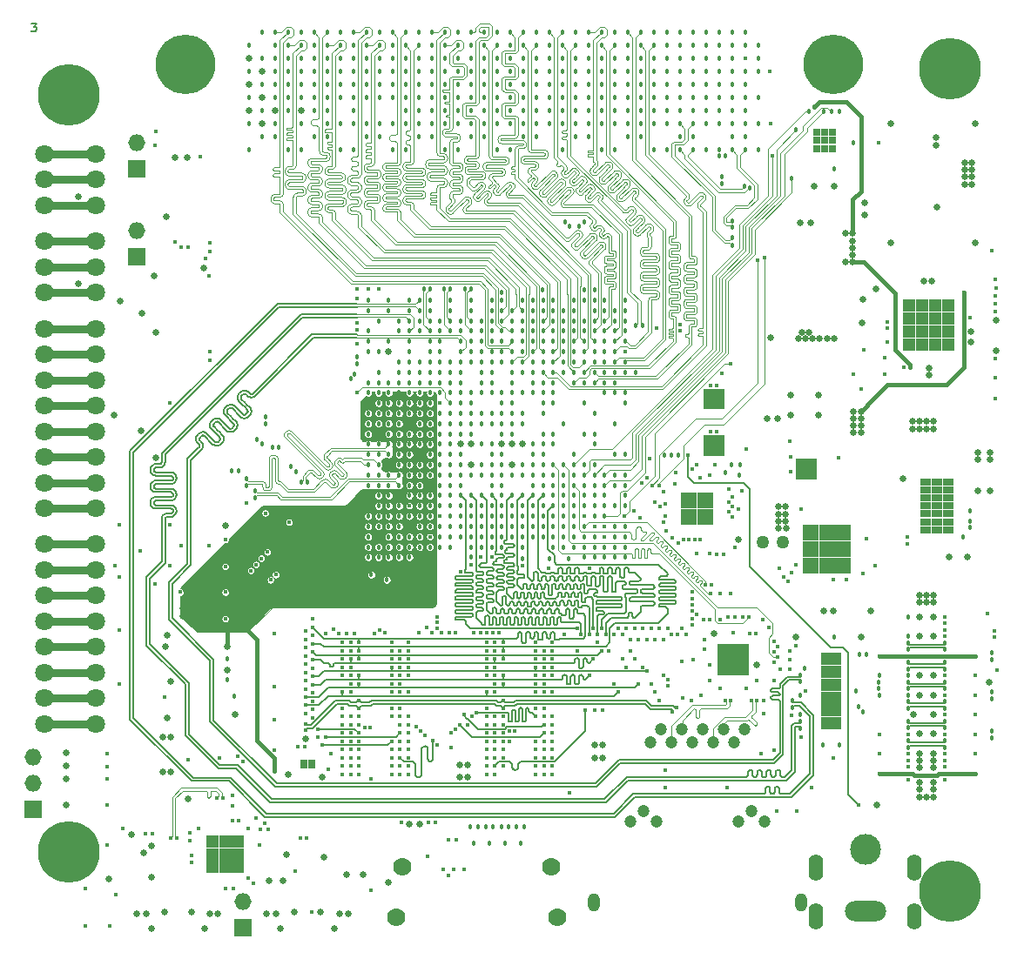
<source format=gbr>
G04 #@! TF.FileFunction,Copper,L3,Inr,Signal*
%FSLAX46Y46*%
G04 Gerber Fmt 4.6, Leading zero omitted, Abs format (unit mm)*
G04 Created by KiCad (PCBNEW 4.0.6) date Tue Jun 13 11:44:38 2017*
%MOMM*%
%LPD*%
G01*
G04 APERTURE LIST*
%ADD10C,0.101600*%
%ADD11C,0.127000*%
%ADD12R,1.600000X1.600000*%
%ADD13C,1.200000*%
%ADD14O,1.200000X1.800000*%
%ADD15C,1.778000*%
%ADD16R,1.651000X1.651000*%
%ADD17O,1.651000X1.651000*%
%ADD18R,0.750000X0.900000*%
%ADD19R,1.080000X0.780000*%
%ADD20R,1.287500X1.287500*%
%ADD21R,1.000000X1.250000*%
%ADD22R,1.250000X1.250000*%
%ADD23R,1.000000X1.000000*%
%ADD24R,1.500000X1.500000*%
%ADD25R,0.800000X0.800000*%
%ADD26C,5.800000*%
%ADD27C,1.800000*%
%ADD28C,3.000000*%
%ADD29O,1.400000X2.600000*%
%ADD30O,4.000000X2.000000*%
%ADD31C,6.000000*%
%ADD32C,0.635000*%
%ADD33C,0.406400*%
%ADD34C,0.457200*%
%ADD35C,1.270000*%
%ADD36C,0.088900*%
%ADD37C,0.381000*%
%ADD38C,0.132080*%
%ADD39C,0.106680*%
%ADD40C,0.762000*%
%ADD41C,0.165100*%
%ADD42C,0.147320*%
%ADD43C,0.114300*%
G04 APERTURE END LIST*
D10*
D11*
X31446000Y-30682714D02*
X31917714Y-30682714D01*
X31663714Y-30973000D01*
X31772572Y-30973000D01*
X31845143Y-31009286D01*
X31881429Y-31045571D01*
X31917714Y-31118143D01*
X31917714Y-31299571D01*
X31881429Y-31372143D01*
X31845143Y-31408429D01*
X31772572Y-31444714D01*
X31554857Y-31444714D01*
X31482286Y-31408429D01*
X31446000Y-31372143D01*
D12*
X95400000Y-78700000D03*
X97000000Y-78700000D03*
X95400000Y-77100000D03*
X97000000Y-77100000D03*
D13*
X91661000Y-100596000D03*
X93693000Y-100596000D03*
X95725000Y-100596000D03*
X97757000Y-100596000D03*
X99789000Y-100596000D03*
X92677000Y-99326000D03*
X94709000Y-99326000D03*
X96741000Y-99326000D03*
X98773000Y-99326000D03*
X100805000Y-99326000D03*
X89723000Y-108346000D03*
X90993000Y-107326000D03*
X92263000Y-108346000D03*
X100203000Y-108346000D03*
X101473000Y-107326000D03*
X102743000Y-108346000D03*
D14*
X86148000Y-116156000D03*
X106318000Y-116156000D03*
D15*
X67500000Y-112700000D03*
X82000000Y-112700000D03*
X82600000Y-117650000D03*
X66900000Y-117650000D03*
D16*
X31600000Y-107140000D03*
D17*
X31600000Y-104600000D03*
X31600000Y-102060000D03*
D16*
X52000000Y-118640000D03*
D17*
X52000000Y-116100000D03*
D16*
X41656000Y-44831000D03*
D17*
X41656000Y-42291000D03*
D16*
X41656000Y-53340000D03*
D17*
X41656000Y-50800000D03*
D18*
X57925000Y-102700000D03*
X58675000Y-102700000D03*
D19*
X120580000Y-79937000D03*
X119500000Y-79937000D03*
X118420000Y-79937000D03*
X120580000Y-79157000D03*
X120580000Y-78377000D03*
X120580000Y-77597000D03*
X120580000Y-76817000D03*
X120580000Y-76037000D03*
X120580000Y-75257000D03*
X119500000Y-75257000D03*
X119500000Y-76037000D03*
X119500000Y-76817000D03*
X119500000Y-77597000D03*
X119500000Y-78377000D03*
X119500000Y-79157000D03*
X118420000Y-79157000D03*
X118420000Y-78377000D03*
X118420000Y-77597000D03*
X118420000Y-76817000D03*
X118420000Y-76037000D03*
X118420000Y-75257000D03*
D20*
X120631250Y-61931250D03*
X119343750Y-61931250D03*
X118056250Y-61931250D03*
X116768750Y-61931250D03*
X120631250Y-60643750D03*
X119343750Y-60643750D03*
X118056250Y-60643750D03*
X116768750Y-60643750D03*
X120631250Y-59356250D03*
X119343750Y-59356250D03*
X118056250Y-59356250D03*
X116768750Y-59356250D03*
X120631250Y-58068750D03*
X119343750Y-58068750D03*
X118056250Y-58068750D03*
X116768750Y-58068750D03*
D21*
X109720000Y-97506000D03*
X109720000Y-96256000D03*
X109720000Y-98756000D03*
X108720000Y-98756000D03*
X108720000Y-97506000D03*
X108720000Y-96256000D03*
X108720000Y-95006000D03*
X108720000Y-93756000D03*
X108720000Y-92506000D03*
X109720000Y-92506000D03*
X109720000Y-93756000D03*
X109720000Y-95006000D03*
D22*
X49050000Y-110250000D03*
X49050000Y-112750000D03*
X51550000Y-110250000D03*
X50300000Y-112750000D03*
X49050000Y-111500000D03*
X50300000Y-111500000D03*
X51550000Y-111500000D03*
X50300000Y-110250000D03*
X51550000Y-112750000D03*
D23*
X98300000Y-66700000D03*
X98300000Y-67700000D03*
X97300000Y-67700000D03*
X97300000Y-66700000D03*
X98300000Y-71200000D03*
X98300000Y-72200000D03*
X97300000Y-72200000D03*
X97300000Y-71200000D03*
X106300000Y-73500000D03*
X107300000Y-73500000D03*
X107300000Y-74500000D03*
X106300000Y-74500000D03*
D12*
X108800000Y-81800000D03*
X110400000Y-81800000D03*
X110400000Y-83400000D03*
X108800000Y-83400000D03*
X107200000Y-83400000D03*
X107200000Y-81800000D03*
X107200000Y-80200000D03*
X108800000Y-80200000D03*
X110400000Y-80200000D03*
D24*
X98945000Y-93333000D03*
X98945000Y-91833000D03*
X100445000Y-91833000D03*
X100445000Y-93333000D03*
D25*
X109385000Y-42837000D03*
X108585000Y-42837000D03*
X107785000Y-42837000D03*
X107785000Y-42037000D03*
X108585000Y-42037000D03*
X109385000Y-42037000D03*
X109385000Y-41237000D03*
X108585000Y-41237000D03*
X107785000Y-41237000D03*
D26*
X46454300Y-34616700D03*
X109455700Y-34616700D03*
D27*
X32719000Y-67865000D03*
X32719000Y-65365000D03*
X32719000Y-62865000D03*
X32719000Y-60365000D03*
X32719000Y-70365000D03*
X32719000Y-72865000D03*
X32719000Y-75365000D03*
X32719000Y-77865000D03*
X37719000Y-60365000D03*
X37719000Y-62865000D03*
X37719000Y-65365000D03*
X37719000Y-67865000D03*
X37719000Y-70365000D03*
X37719000Y-72865000D03*
X37719000Y-75365000D03*
X37719000Y-77865000D03*
X32719000Y-88820000D03*
X32719000Y-86320000D03*
X32719000Y-83820000D03*
X32719000Y-81320000D03*
X32719000Y-91320000D03*
X32719000Y-93820000D03*
X32719000Y-96320000D03*
X32719000Y-98820000D03*
X37719000Y-81320000D03*
X37719000Y-83820000D03*
X37719000Y-86320000D03*
X37719000Y-88820000D03*
X37719000Y-91320000D03*
X37719000Y-93820000D03*
X37719000Y-96320000D03*
X37719000Y-98820000D03*
X32719000Y-56856000D03*
X32719000Y-54356000D03*
X32719000Y-51856000D03*
X37719000Y-51856000D03*
X37719000Y-54356000D03*
X37719000Y-56856000D03*
X32719000Y-48347000D03*
X32719000Y-45847000D03*
X32719000Y-43347000D03*
X37719000Y-43347000D03*
X37719000Y-45847000D03*
X37719000Y-48347000D03*
D28*
X112522000Y-110998000D03*
D29*
X107772000Y-117498000D03*
X107772000Y-112798000D03*
X117272000Y-117498000D03*
X117272000Y-112798000D03*
D30*
X112522000Y-116998000D03*
D31*
X120810000Y-115090000D03*
X35080000Y-111280000D03*
X120810000Y-35080000D03*
X35080000Y-37620000D03*
D32*
X44700000Y-90200000D03*
D33*
X64500000Y-104200000D03*
X99900000Y-81600004D03*
X113500000Y-83400000D03*
X101300002Y-90000000D03*
X48800000Y-52000000D03*
D32*
X119400000Y-41800000D03*
X119400000Y-42500000D03*
X112500000Y-48100000D03*
X112500000Y-49300000D03*
D33*
X112100000Y-66200000D03*
D32*
X112300000Y-57500000D03*
X113600000Y-56500000D03*
X124700000Y-72400000D03*
X124700000Y-73100000D03*
X123500000Y-73100000D03*
X123500000Y-72400000D03*
X112200000Y-59800000D03*
D33*
X112400000Y-62400000D03*
X114400000Y-64800000D03*
X114400000Y-63200000D03*
D32*
X108000000Y-68800000D03*
X105300000Y-66800000D03*
X108000000Y-66800000D03*
D33*
X124800000Y-52800000D03*
X125200000Y-67200000D03*
X125200000Y-57900000D03*
X125200000Y-57200000D03*
X125200000Y-55600000D03*
X125200000Y-65100000D03*
X125200000Y-63300000D03*
D32*
X125300000Y-62500000D03*
X125300000Y-59500000D03*
D33*
X107315000Y-105029000D03*
D32*
X36000000Y-47500000D03*
X36000000Y-56000000D03*
D33*
X43600000Y-41200000D03*
X125349000Y-93599000D03*
X120269000Y-94107000D03*
X123189079Y-94107556D03*
X120269000Y-96012000D03*
X123190000Y-96012000D03*
X123190000Y-97917000D03*
X120269000Y-97917000D03*
X123190000Y-99822000D03*
X120269000Y-99822000D03*
X123190000Y-101727000D03*
X120269000Y-101727000D03*
X116713000Y-101727000D03*
X113919000Y-101727000D03*
X116713000Y-99822000D03*
X113919000Y-99822000D03*
D32*
X117221000Y-97917000D03*
D34*
X116713000Y-96012000D03*
X113919000Y-96012000D03*
X116713000Y-94107000D03*
X113919000Y-94107000D03*
D33*
X125100000Y-89800000D03*
D32*
X45000000Y-94700000D03*
X50500000Y-93600000D03*
D33*
X72800000Y-110100000D03*
D32*
X68199984Y-108600000D03*
D33*
X70699998Y-108400000D03*
X71500000Y-113000000D03*
X36700000Y-118500000D03*
X39100000Y-118500000D03*
D32*
X34800000Y-106700000D03*
X34800000Y-104200000D03*
X34800000Y-102900000D03*
X51300000Y-97900000D03*
D33*
X57100000Y-113100000D03*
X38800000Y-110600000D03*
D32*
X43100000Y-110700000D03*
X39000000Y-113900000D03*
X43100000Y-113700000D03*
D33*
X40300000Y-109000000D03*
X49734776Y-102126117D03*
D32*
X44200000Y-100100000D03*
X45000000Y-100100000D03*
X56300000Y-111500000D03*
X47000000Y-117100000D03*
X50300000Y-79500000D03*
D33*
X43500000Y-85200000D03*
X45900000Y-86000000D03*
X48700000Y-81500000D03*
X42000000Y-82000000D03*
X46000000Y-81500000D03*
X44900000Y-67600000D03*
X44900000Y-79400000D03*
X48700000Y-55200002D03*
X48800000Y-62600000D03*
D32*
X43400006Y-55200000D03*
X46600000Y-43700000D03*
D34*
X94400000Y-72700000D03*
D33*
X109400000Y-102100000D03*
X103700000Y-101400000D03*
X103900000Y-107300000D03*
X99100000Y-105000000D03*
X106300000Y-100100000D03*
D32*
X123200000Y-40400000D03*
X115000000Y-40400000D03*
X123200000Y-52000000D03*
X115000000Y-52000000D03*
X119500000Y-48500000D03*
X113700000Y-106700000D03*
X106200000Y-50100000D03*
X107200000Y-50100000D03*
X105300000Y-68800000D03*
X73900000Y-104000000D03*
X73100000Y-104000000D03*
D33*
X72300000Y-101100000D03*
X87000000Y-97500000D03*
X86200000Y-97500000D03*
D32*
X86200000Y-102100000D03*
X87000000Y-102100000D03*
D33*
X60600000Y-101700000D03*
X55100000Y-95200000D03*
X55100000Y-90000000D03*
X55100000Y-98400000D03*
X59300000Y-100100000D03*
D32*
X55900000Y-114100000D03*
X54600000Y-114100000D03*
D33*
X64500000Y-115000000D03*
D32*
X62100000Y-113500000D03*
X59600000Y-117100000D03*
D34*
X93000000Y-72700000D03*
X93700000Y-72700000D03*
D32*
X105800000Y-90400000D03*
X108500000Y-87800000D03*
X109400000Y-87800000D03*
X112100000Y-90400000D03*
X113100000Y-87800000D03*
D33*
X93800000Y-80700000D03*
X52400000Y-77300000D03*
D34*
X75200000Y-66600000D03*
X79200000Y-77600000D03*
X73200000Y-74600000D03*
D32*
X74200000Y-73600000D03*
X74200000Y-71600000D03*
D34*
X65200000Y-62600000D03*
X66200000Y-61600000D03*
D33*
X62500000Y-98900000D03*
D32*
X78200000Y-73600000D03*
D34*
X77200000Y-74600000D03*
D32*
X78200000Y-71600000D03*
D34*
X71200000Y-61600000D03*
X75200000Y-69600000D03*
X88200000Y-72600000D03*
X76200000Y-69600000D03*
X78200000Y-69600000D03*
X77200000Y-70600000D03*
X80200000Y-71600000D03*
D33*
X106300004Y-77900000D03*
D34*
X79000000Y-110400000D03*
X77500000Y-110400000D03*
X76000000Y-110400000D03*
X74500000Y-110400000D03*
D33*
X100200000Y-77900000D03*
X112300000Y-84200000D03*
X93300000Y-95100000D03*
X104267000Y-93472000D03*
X94742000Y-96266000D03*
X102616000Y-97790000D03*
X95631000Y-96520000D03*
X98425000Y-86106000D03*
D34*
X66200000Y-78600000D03*
X64200000Y-82600000D03*
X67200000Y-81600000D03*
X82200000Y-76600000D03*
X89200000Y-77600000D03*
X86200000Y-78600000D03*
X87200000Y-81600000D03*
X72200000Y-76600000D03*
D33*
X87600006Y-91700000D03*
X70200000Y-80600000D03*
D34*
X73200000Y-79600000D03*
X76200000Y-78600000D03*
X74200000Y-82600000D03*
X77200000Y-81600000D03*
X83200000Y-79600000D03*
X80200000Y-80600000D03*
X83700000Y-82700000D03*
D33*
X75700000Y-97300000D03*
X82100000Y-90900000D03*
X82100000Y-92500000D03*
X82100000Y-94100000D03*
X75700000Y-90900000D03*
X75700000Y-92500000D03*
X75700000Y-94100000D03*
X81300000Y-97300000D03*
X82100000Y-98900000D03*
X82100000Y-100500000D03*
X81300000Y-100500000D03*
X82100000Y-101300000D03*
X80500000Y-102900000D03*
X82100000Y-102900000D03*
X75700000Y-103700000D03*
X75700000Y-102900000D03*
X76500000Y-101300000D03*
X76500000Y-100500000D03*
X75700000Y-99700000D03*
X76500000Y-98900000D03*
X75700000Y-98900000D03*
X61700000Y-97300000D03*
X68100000Y-90900000D03*
X68100000Y-92500000D03*
X68100000Y-94100000D03*
X67300000Y-97300000D03*
X66500000Y-102900000D03*
X68100000Y-101300000D03*
X67300000Y-100500000D03*
X68100000Y-100500000D03*
X68100000Y-98900000D03*
X68100000Y-102900000D03*
X61700000Y-90900000D03*
X61700000Y-92500000D03*
X61700000Y-94100000D03*
X61700000Y-98900000D03*
X61700000Y-99700000D03*
X61700000Y-103700000D03*
X61700000Y-102900000D03*
X62500000Y-100500000D03*
X62500000Y-101300000D03*
D34*
X60198000Y-41656000D03*
X76200000Y-75600000D03*
X85200000Y-75600000D03*
X88200000Y-74600000D03*
X72200000Y-73600000D03*
X76200000Y-73600000D03*
X81200000Y-73600000D03*
X84200000Y-72600000D03*
X77200000Y-72600000D03*
X73200000Y-72600000D03*
X72200000Y-71600000D03*
X76200000Y-71600000D03*
X73200000Y-70600000D03*
X72200000Y-69600000D03*
X74200000Y-69600000D03*
X83200000Y-69600000D03*
X86200000Y-68600000D03*
X79200000Y-68600000D03*
X77200000Y-68600000D03*
X75200000Y-68600000D03*
X73200000Y-68600000D03*
X78200000Y-67600000D03*
X74200000Y-67600000D03*
X67200000Y-59600000D03*
X69200000Y-59600000D03*
X71200000Y-59600000D03*
X65200000Y-59600000D03*
X64200000Y-57600000D03*
X66200000Y-57600000D03*
X68200000Y-57600000D03*
X70200000Y-57600000D03*
X72200000Y-57600000D03*
X89200000Y-67600000D03*
X73200000Y-59600000D03*
X75200000Y-59600000D03*
X74200000Y-57600000D03*
X76199718Y-57600000D03*
X76200000Y-58600000D03*
X76199718Y-59600000D03*
X76199718Y-60600000D03*
X76200000Y-61600000D03*
X74200000Y-61600000D03*
X70200000Y-61600000D03*
X68200000Y-61600000D03*
X64200000Y-61600000D03*
X70200000Y-64600000D03*
X67200000Y-63600000D03*
X69200000Y-63600000D03*
X70200000Y-63600000D03*
X71200000Y-63600000D03*
X72200000Y-63600000D03*
X73200000Y-63600000D03*
X75200000Y-63600000D03*
X73200000Y-66600000D03*
X76200000Y-65600000D03*
X82200000Y-66600000D03*
X77200000Y-66600000D03*
X79200000Y-66600000D03*
X78200000Y-65600000D03*
X85200000Y-65600000D03*
X76200000Y-63600000D03*
X76200000Y-62600000D03*
X81200000Y-63600000D03*
X88200000Y-64600000D03*
X87200000Y-61600000D03*
X84200000Y-62600000D03*
X77200000Y-61600000D03*
X80200000Y-60600000D03*
X83200000Y-59600000D03*
X86200000Y-58600000D03*
X89200000Y-57600000D03*
X79200000Y-57600000D03*
X70200000Y-65600000D03*
X69200000Y-65600000D03*
X68200000Y-65600000D03*
X67200000Y-65600000D03*
X66200000Y-65600000D03*
X65200000Y-65600000D03*
X64200000Y-65600000D03*
X68200000Y-74600000D03*
X69200000Y-77600000D03*
X65200000Y-75600000D03*
X70200000Y-70600000D03*
X64200000Y-72600000D03*
X67200000Y-71600000D03*
X69200000Y-67600000D03*
X66200000Y-68600000D03*
X98298000Y-40386000D03*
X86868000Y-42926000D03*
X88138000Y-42926000D03*
X61468000Y-42926000D03*
X93218000Y-32766000D03*
X53848000Y-31496000D03*
X57658000Y-31496000D03*
X61468000Y-31496000D03*
X65278000Y-31496000D03*
X69088000Y-31496000D03*
X72898000Y-31496000D03*
X76708000Y-31496000D03*
X80518000Y-31496000D03*
X84328000Y-31496000D03*
X88138000Y-31496000D03*
X91948000Y-31496000D03*
X95758000Y-31496000D03*
X52578000Y-42926000D03*
X56388000Y-42926000D03*
X57658000Y-42926000D03*
X62738000Y-42926000D03*
X66548000Y-42926000D03*
X67818000Y-42926000D03*
X71628000Y-42926000D03*
X72898000Y-42926000D03*
X76708000Y-42926000D03*
X77978000Y-42926000D03*
X83058000Y-42926000D03*
X91948000Y-42926000D03*
X93218000Y-42926000D03*
X97028000Y-42926000D03*
X98298000Y-42926000D03*
X102108000Y-42926000D03*
X100838000Y-41656000D03*
X99568000Y-41656000D03*
X95758000Y-41656000D03*
X94488000Y-41656000D03*
X90678000Y-41656000D03*
X89408000Y-41656000D03*
X85598000Y-41656000D03*
X84328000Y-41656000D03*
X80518000Y-41656000D03*
X79248000Y-41656000D03*
X75438000Y-41656000D03*
X74168000Y-41656000D03*
X70358000Y-41656000D03*
X69088000Y-41656000D03*
X65278000Y-41656000D03*
X64008000Y-41656000D03*
X58928000Y-41656000D03*
X55118000Y-41656000D03*
X53848000Y-41656000D03*
X52578000Y-40386000D03*
X55118000Y-40386000D03*
X57658000Y-40386000D03*
X60198000Y-40386000D03*
X61468000Y-40386000D03*
X62738000Y-40386000D03*
X66548000Y-40386000D03*
X67818000Y-40386000D03*
X71628000Y-40386000D03*
X72898000Y-40386000D03*
X76708000Y-40386000D03*
X77978000Y-40386000D03*
X81788000Y-40386000D03*
X83058000Y-40386000D03*
X86868000Y-40386000D03*
X88138000Y-40386000D03*
X91948000Y-40386000D03*
X93218000Y-40386000D03*
X97028000Y-40386000D03*
X102108000Y-40386000D03*
X100838000Y-39116000D03*
X99568000Y-39116000D03*
X95758000Y-39116000D03*
X94488000Y-39116000D03*
X90678000Y-39116000D03*
X86868000Y-39116000D03*
X83058000Y-39116000D03*
X79248000Y-39116000D03*
X75438000Y-39116000D03*
X71628000Y-39116000D03*
X67818000Y-39116000D03*
X58928000Y-39116000D03*
X56388000Y-39116000D03*
X53848000Y-39116000D03*
X52578000Y-37846000D03*
X55118000Y-37846000D03*
X58928000Y-37846000D03*
X62738000Y-37846000D03*
X66548000Y-37846000D03*
X70358000Y-37846000D03*
X74168000Y-37846000D03*
X77978000Y-37846000D03*
X81788000Y-37846000D03*
X85598000Y-37846000D03*
X89408000Y-37846000D03*
X93218000Y-37846000D03*
X97028000Y-37846000D03*
X98298000Y-37846000D03*
X102108000Y-37846000D03*
X100838000Y-36576000D03*
X99568000Y-36576000D03*
X95758000Y-36576000D03*
X84328000Y-36576000D03*
X80518000Y-36576000D03*
X76708000Y-36576000D03*
X72898000Y-36576000D03*
X69088000Y-36576000D03*
X65278000Y-36576000D03*
X61468000Y-36576000D03*
X57658000Y-36576000D03*
X53848000Y-36576000D03*
X52578000Y-35306000D03*
X55118000Y-35306000D03*
X58928000Y-35306000D03*
X62738000Y-35306000D03*
X66548000Y-35306000D03*
X70358000Y-35306000D03*
X74168000Y-35306000D03*
X77978000Y-35306000D03*
X81788000Y-35306000D03*
X85598000Y-35306000D03*
X89408000Y-35306000D03*
X93218000Y-35306000D03*
X88138000Y-36576000D03*
X91948000Y-36576000D03*
X97028000Y-35306000D03*
X98298000Y-35306000D03*
X102108000Y-35306000D03*
X99568000Y-34036000D03*
X95758000Y-34036000D03*
X91948000Y-34036000D03*
X88138000Y-34036000D03*
X84328000Y-34036000D03*
X80518000Y-34036000D03*
X76708000Y-34036000D03*
X72898000Y-34036000D03*
X69088000Y-34036000D03*
X65278000Y-34036000D03*
X61468000Y-34036000D03*
X57658000Y-34036000D03*
X53848000Y-34036000D03*
X52578000Y-32766000D03*
X55118000Y-32766000D03*
X58928000Y-32766000D03*
X62738000Y-32766000D03*
X66548000Y-32766000D03*
X70358000Y-32766000D03*
X74168000Y-32766000D03*
X77978000Y-32766000D03*
X81788000Y-32766000D03*
X85598000Y-32766000D03*
X89408000Y-32766000D03*
X97028000Y-32766000D03*
X98298000Y-32766000D03*
X102108000Y-32766000D03*
X100838000Y-31496000D03*
X99568000Y-31496000D03*
X77200000Y-69600000D03*
D32*
X44600000Y-49500000D03*
X42400000Y-111400000D03*
X112100000Y-68400000D03*
X111400000Y-68400000D03*
X112100000Y-70500000D03*
X112100000Y-69800000D03*
X112100000Y-69100000D03*
X111400000Y-70500000D03*
X111400000Y-69800000D03*
X111400000Y-69100000D03*
D33*
X122100000Y-56800000D03*
D32*
X73900000Y-102800000D03*
X73100000Y-102800000D03*
X86200000Y-100900000D03*
X87000000Y-100900000D03*
D33*
X57400000Y-101000000D03*
D34*
X74200000Y-77600000D03*
X77200000Y-76600000D03*
D33*
X71200000Y-78600000D03*
D34*
X75200000Y-80600000D03*
X81200000Y-78600000D03*
X78200000Y-79600000D03*
X72200000Y-81600000D03*
X79200000Y-82700000D03*
X82200000Y-81600000D03*
D33*
X76500000Y-95700000D03*
X82100000Y-91700000D03*
X82100000Y-93300000D03*
X81300000Y-95700000D03*
X75700000Y-91700000D03*
X75700000Y-93300000D03*
X81300000Y-98100000D03*
X82100000Y-99700000D03*
X81300000Y-101300000D03*
X82100000Y-102100000D03*
X81300000Y-102900000D03*
X82100000Y-103700000D03*
X76500000Y-103700000D03*
X75700000Y-102100000D03*
X75700000Y-101300000D03*
X75700000Y-100500000D03*
X77300000Y-98900000D03*
X75700000Y-98100000D03*
X62500000Y-95700000D03*
X68100000Y-91700000D03*
X68100000Y-93300000D03*
X67300000Y-95700000D03*
X67300000Y-101300000D03*
X68100000Y-99700000D03*
X67300000Y-98100000D03*
X67300000Y-102900000D03*
X68100000Y-102100000D03*
X68100000Y-103700000D03*
X61700000Y-91700000D03*
X61700000Y-93300000D03*
X63300000Y-98900000D03*
X62500000Y-103700000D03*
X61700000Y-102100000D03*
X61700000Y-98100000D03*
X61700000Y-101300000D03*
X61700000Y-100500000D03*
D32*
X58100000Y-100300000D03*
D33*
X60300000Y-103200000D03*
X76500000Y-94100000D03*
X82100000Y-98100000D03*
X68100000Y-98100000D03*
X62500000Y-94100000D03*
D34*
X78200000Y-77600000D03*
X80200000Y-77600000D03*
D32*
X124700000Y-76100000D03*
X123500000Y-76100000D03*
X122500000Y-82600000D03*
X120700000Y-82600000D03*
X119200004Y-105900004D03*
X119200000Y-105200000D03*
X119200000Y-104500000D03*
X119200004Y-103100000D03*
X119200000Y-102400000D03*
X119200000Y-101700000D03*
X119200002Y-99800000D03*
X119200000Y-97900000D03*
X119200000Y-96000000D03*
X119200000Y-94100000D03*
X119200000Y-90300000D03*
X119199996Y-88400000D03*
X119200000Y-87000000D03*
X119200000Y-86300000D03*
X118500000Y-86300000D03*
X117800000Y-86300000D03*
X118500000Y-87000000D03*
X117800000Y-87000000D03*
X118500000Y-105900018D03*
X117800000Y-105900000D03*
X117800000Y-105200000D03*
X117800000Y-104500000D03*
X117800000Y-103100000D03*
X117800000Y-102400000D03*
X117800000Y-101700000D03*
X117800000Y-99800000D03*
X117800000Y-88400000D03*
X117800000Y-90300000D03*
X117800000Y-94100000D03*
X117800000Y-96000000D03*
X118700000Y-64900000D03*
X118700000Y-64200000D03*
X119000000Y-55700000D03*
X118200000Y-55700000D03*
X122800004Y-61700000D03*
X124587000Y-94742006D03*
D33*
X72000000Y-110100000D03*
D32*
X69200004Y-108600000D03*
X44200000Y-103500000D03*
X45000000Y-103500000D03*
D33*
X93100000Y-103300000D03*
D32*
X66200000Y-114200000D03*
D33*
X116586000Y-81280000D03*
D34*
X122700000Y-78100000D03*
D32*
X59700000Y-104000000D03*
X100200000Y-80900000D03*
X122900000Y-46300000D03*
X122900000Y-45600000D03*
X122900000Y-44900000D03*
X122900000Y-44200000D03*
X122200000Y-44200000D03*
X122200000Y-44900000D03*
X122200000Y-45600000D03*
X122200000Y-46300000D03*
D33*
X98600000Y-64700000D03*
X112649000Y-80772000D03*
X124400000Y-88100000D03*
D32*
X46700000Y-106100000D03*
X44500000Y-91300000D03*
X44700000Y-98200000D03*
X48200000Y-54500000D03*
X34800000Y-101600000D03*
X41200000Y-109600000D03*
D33*
X53600000Y-110600000D03*
X44900000Y-83408802D03*
X39600000Y-83400000D03*
D32*
X45400000Y-43700000D03*
D33*
X105900000Y-107300000D03*
X103649802Y-92837000D03*
D34*
X109500000Y-90392800D03*
X106600000Y-93400000D03*
X106200000Y-96000000D03*
X106200000Y-97900000D03*
X108400000Y-100900000D03*
X110000000Y-100900000D03*
D33*
X98100000Y-65895182D03*
X98100000Y-70395180D03*
X50300000Y-114800000D03*
X58000000Y-101000000D03*
D32*
X56400000Y-103700000D03*
D33*
X92200000Y-60300000D03*
X105300000Y-72800000D03*
X96500000Y-80900000D03*
X96000000Y-80900000D03*
X110700000Y-84800000D03*
X94700000Y-92700000D03*
D34*
X109474000Y-44831000D03*
X111378996Y-42291000D03*
X89200000Y-82600000D03*
X88200000Y-79600000D03*
X85200000Y-80600000D03*
X72200000Y-70600000D03*
X72200000Y-68600000D03*
X111633000Y-95631000D03*
X73200000Y-64600000D03*
X72200000Y-64600000D03*
X71200000Y-64600000D03*
X74200000Y-63600000D03*
X62738000Y-39116000D03*
D32*
X57658000Y-39116000D03*
X55118000Y-39116000D03*
X53848000Y-40386000D03*
X52578000Y-39116000D03*
X116205000Y-74930000D03*
X103300000Y-61200000D03*
X103000000Y-69100000D03*
X104000000Y-69100000D03*
D35*
X104500000Y-81100000D03*
X102600000Y-81100002D03*
D32*
X104800000Y-77700000D03*
X104800000Y-78400000D03*
X104800000Y-79100000D03*
X104817400Y-79800000D03*
X104100000Y-79800000D03*
X104100000Y-79100000D03*
X104100000Y-78400000D03*
X104100000Y-77700000D03*
X73200000Y-71600000D03*
X66200000Y-62600000D03*
X79200000Y-71600000D03*
X77200000Y-71600000D03*
D34*
X76200000Y-68600000D03*
X79200000Y-73600000D03*
X80200000Y-66600000D03*
X76200000Y-74600000D03*
X74200000Y-74600000D03*
X73200000Y-73600000D03*
X75200000Y-73600000D03*
X77200000Y-73600000D03*
X76200000Y-72600000D03*
X72200000Y-72600000D03*
X75200000Y-71600000D03*
X74200000Y-70600000D03*
X73200000Y-69600000D03*
X79200000Y-69600000D03*
X78200000Y-68600000D03*
X74200000Y-68600000D03*
X77200000Y-67600000D03*
X73200000Y-67600000D03*
X69200000Y-60600000D03*
X73200000Y-60600000D03*
X75200000Y-60600000D03*
X68200000Y-62600000D03*
X70200000Y-62600000D03*
X74200000Y-62600000D03*
X69200000Y-64600000D03*
X65200000Y-64600000D03*
X67200000Y-64600000D03*
D33*
X96900000Y-90600000D03*
X97400000Y-94600000D03*
X101900000Y-90000000D03*
X99700000Y-89900000D03*
D32*
X117100000Y-69400000D03*
X117800000Y-69400000D03*
X118500000Y-69400000D03*
X117100000Y-70100000D03*
X117800000Y-70100000D03*
X118500000Y-70100000D03*
X119200000Y-69400000D03*
X119200000Y-70100000D03*
D34*
X64200000Y-60600000D03*
D32*
X101981000Y-93091000D03*
D33*
X101981000Y-94615000D03*
D34*
X64200000Y-58600000D03*
X71200000Y-60600000D03*
X67200000Y-60600000D03*
X70200000Y-58600000D03*
X68200000Y-58600000D03*
X66200000Y-58600000D03*
X72200000Y-58600000D03*
X74200000Y-58600000D03*
X64200000Y-62600000D03*
X68200000Y-63600000D03*
D33*
X105400000Y-98000000D03*
X105300000Y-74300000D03*
X101000000Y-72100000D03*
D32*
X110600000Y-51100000D03*
X111300000Y-51100000D03*
X111300000Y-51800000D03*
X111300000Y-52500000D03*
X111300000Y-53200000D03*
X111300000Y-53900000D03*
X110600000Y-53900000D03*
D33*
X116900000Y-64100000D03*
D34*
X75200000Y-74600000D03*
X79200000Y-74600000D03*
X75200000Y-65600000D03*
X76200000Y-64600000D03*
X71200000Y-62600000D03*
D33*
X99400000Y-86100000D03*
X100500006Y-76100000D03*
X99300000Y-78200000D03*
X99300000Y-76000000D03*
X99300000Y-77200000D03*
X94000000Y-75500000D03*
X93100000Y-77400000D03*
X93100000Y-78600000D03*
D32*
X97790000Y-89997898D03*
D34*
X107600000Y-38800000D03*
X87200000Y-76600000D03*
X84200000Y-77600000D03*
X73200000Y-75600000D03*
X77200000Y-75600000D03*
X83200000Y-74600000D03*
X80200000Y-74600000D03*
X86200000Y-73600000D03*
X72200000Y-66600000D03*
X73200000Y-65600000D03*
X74200000Y-66600000D03*
X76200000Y-66600000D03*
X78200000Y-66600000D03*
X78200000Y-70600000D03*
D33*
X55100000Y-103400000D03*
D32*
X48300000Y-87600000D03*
X47600000Y-87600000D03*
X46900000Y-87600000D03*
X46200000Y-87600000D03*
X46200000Y-88300000D03*
X48300000Y-88300000D03*
X47600000Y-88300000D03*
X46900000Y-88300000D03*
X50500000Y-91300000D03*
D34*
X65200000Y-80600000D03*
X68200000Y-79600000D03*
X69200000Y-82600000D03*
X70200000Y-75600000D03*
X64200000Y-77600000D03*
X67200000Y-76600000D03*
X69200000Y-72600000D03*
X66200000Y-73600000D03*
X65200000Y-70600000D03*
X68200000Y-69600000D03*
X67200000Y-66600000D03*
X64200000Y-67600000D03*
D32*
X53848000Y-35306000D03*
X53848000Y-37846000D03*
X52578000Y-36576000D03*
X52578000Y-34036000D03*
D33*
X125200000Y-58700000D03*
X114700000Y-61700000D03*
D32*
X122800000Y-60677697D03*
D34*
X69200000Y-58600000D03*
X105410000Y-97231200D03*
X69200000Y-57600000D03*
X105410000Y-96570800D03*
D32*
X44400000Y-117100000D03*
X107100000Y-60700000D03*
X106400000Y-60700000D03*
X109500004Y-61300000D03*
X108800000Y-61300000D03*
X108100000Y-61300000D03*
X107400000Y-61300000D03*
X106700000Y-61300000D03*
X106000002Y-61300000D03*
D33*
X97500000Y-65895188D03*
X97506444Y-70395183D03*
X89200000Y-62600000D03*
D34*
X85200000Y-67600000D03*
X89200000Y-72600000D03*
X82200000Y-71600000D03*
X85200000Y-70600000D03*
X88200000Y-69600000D03*
X81200000Y-68600000D03*
X87200000Y-66600000D03*
X80200000Y-65600000D03*
X83200000Y-64600000D03*
X79200000Y-62600000D03*
X86200000Y-63600000D03*
X82200000Y-61600000D03*
X85200000Y-60600000D03*
X81200000Y-58600000D03*
X88200000Y-59600000D03*
X84200000Y-57600000D03*
X78200000Y-59600000D03*
X82200000Y-74600000D03*
D32*
X57000000Y-117100000D03*
D33*
X96100000Y-82200000D03*
X96520000Y-96012000D03*
X102616000Y-96520000D03*
X98425000Y-95377000D03*
X100965000Y-95377000D03*
X97409000Y-93091000D03*
D34*
X98298000Y-43561000D03*
X97028000Y-39116000D03*
D33*
X94550000Y-60000000D03*
D34*
X75200000Y-61600000D03*
X98933000Y-43561000D03*
X98298000Y-39116000D03*
X75200000Y-62600000D03*
D33*
X94550000Y-60600000D03*
X68200000Y-77600000D03*
X73500000Y-113000000D03*
D34*
X64200000Y-75600000D03*
X102108000Y-34036000D03*
D33*
X114700000Y-60300000D03*
X105200000Y-71300000D03*
X98100000Y-82300000D03*
X72000000Y-113600000D03*
X43200000Y-109500000D03*
X51500000Y-102000000D03*
X51000000Y-108200000D03*
D34*
X88200000Y-81600000D03*
D33*
X114700000Y-59700000D03*
X109900000Y-72900000D03*
X98800000Y-82300000D03*
X72500000Y-113000002D03*
X42500000Y-109500000D03*
X52000000Y-102500000D03*
X51600000Y-108200000D03*
D34*
X89200000Y-79600000D03*
D33*
X99400000Y-63800000D03*
X89096756Y-78603244D03*
D34*
X60198000Y-39116000D03*
D33*
X103300000Y-40400000D03*
X99600000Y-78700000D03*
X90800000Y-75400000D03*
D34*
X85200000Y-82600000D03*
D33*
X97400000Y-82200000D03*
X58700000Y-117100000D03*
X95758000Y-92583006D03*
X97000000Y-85300000D03*
D34*
X85200000Y-79600000D03*
D32*
X49600000Y-117300000D03*
X48800000Y-117300000D03*
X48300000Y-118700000D03*
X43100000Y-118700000D03*
X41700000Y-117300000D03*
X42600000Y-117300000D03*
X63700000Y-113500000D03*
X55200000Y-117300000D03*
X54300000Y-117300000D03*
X55700000Y-118700000D03*
X60899986Y-118700000D03*
X61400000Y-117300000D03*
X62300000Y-117300000D03*
D33*
X116713000Y-104267000D03*
X123190000Y-103632000D03*
X120269000Y-103632000D03*
X113919000Y-103632000D03*
X116713000Y-103632000D03*
X116713000Y-102997000D03*
X116713000Y-102362000D03*
D34*
X120269000Y-101092000D03*
X116713000Y-101092000D03*
X120269000Y-100457000D03*
X116713000Y-100457000D03*
X112268000Y-97663000D03*
X111887000Y-97155000D03*
X120269000Y-97282000D03*
X116713000Y-97282000D03*
X120269000Y-96647000D03*
X116713000Y-96647000D03*
X113871798Y-95377000D03*
X113871776Y-94742000D03*
X120269000Y-93472000D03*
X116713000Y-93472000D03*
X120269000Y-92837000D03*
X116713000Y-92837000D03*
X112606278Y-92067004D03*
X111945878Y-92067004D03*
X116713000Y-90297000D03*
X116713000Y-88392000D03*
D33*
X120269000Y-102997000D03*
X120269000Y-104267000D03*
X120269000Y-102362000D03*
X120269000Y-90297000D03*
D34*
X120269000Y-90932000D03*
X116713000Y-90932000D03*
D33*
X105800000Y-91200000D03*
X102100000Y-53700000D03*
X120269000Y-89026998D03*
X100838000Y-34036000D03*
X91800000Y-75600000D03*
D34*
X65278000Y-40386000D03*
D33*
X86200000Y-79600000D03*
X120269000Y-88391992D03*
X105200000Y-91700000D03*
X102752255Y-53431700D03*
X120269000Y-89662015D03*
X103251000Y-35306000D03*
X92500000Y-75600000D03*
D34*
X64008000Y-40386000D03*
D33*
X87200000Y-80600000D03*
D34*
X120269000Y-98552000D03*
X116713000Y-98552000D03*
X124841000Y-99491800D03*
X124841000Y-100152200D03*
X120269000Y-99187000D03*
X116713000Y-99187000D03*
X124841000Y-96342200D03*
X120269000Y-94742000D03*
X116713000Y-94742000D03*
X120269000Y-95377000D03*
X116713000Y-95377000D03*
X124841000Y-95681800D03*
X124841000Y-92532200D03*
X124841000Y-91871800D03*
X120269000Y-91567000D03*
X116713000Y-91567000D03*
D33*
X70000000Y-111700000D03*
D34*
X68200000Y-82600000D03*
X79355600Y-108800000D03*
X74144400Y-108800000D03*
X69200000Y-79600000D03*
X74855600Y-108800000D03*
X69200000Y-78600000D03*
X68200000Y-80600000D03*
X75644400Y-108800000D03*
X69200000Y-80600000D03*
X76355600Y-108800000D03*
X68200000Y-81600000D03*
X77144400Y-108800000D03*
X69200000Y-81600000D03*
X77855600Y-108800000D03*
X67200000Y-82600000D03*
X78644400Y-108800000D03*
D33*
X125300000Y-56400000D03*
X122700000Y-59300000D03*
X93200000Y-80000000D03*
X87200000Y-79600000D03*
D34*
X99600000Y-49900000D03*
X100838000Y-42926000D03*
X71600000Y-56500000D03*
X72200000Y-60600000D03*
X100838000Y-37846000D03*
X87200000Y-64600000D03*
X99600000Y-50500000D03*
X72200000Y-56500000D03*
X72200000Y-59600000D03*
X99568000Y-42926000D03*
X99568000Y-37846000D03*
X87200000Y-63600000D03*
X86200000Y-62600000D03*
X98298000Y-36576000D03*
X87200000Y-62600000D03*
X97028000Y-36576000D03*
X99600000Y-51500000D03*
X73600000Y-56500000D03*
X74200000Y-60600000D03*
X95758000Y-40386000D03*
X100800000Y-46500000D03*
X95758000Y-42926000D03*
X69600000Y-56500000D03*
X70200000Y-60600000D03*
X95758000Y-37846000D03*
X81200000Y-67600000D03*
X62900000Y-64800000D03*
X67200000Y-68600000D03*
X95758000Y-35306000D03*
X95758000Y-32766000D03*
X83200000Y-60600000D03*
X99600000Y-52300000D03*
X74200000Y-56500000D03*
X74200000Y-59600000D03*
X94488000Y-40386000D03*
X101318835Y-46707534D03*
X94488000Y-42926000D03*
X70200000Y-56500000D03*
X70200000Y-59600000D03*
X94488000Y-37846000D03*
X82200000Y-67600000D03*
X94488000Y-36576000D03*
X85200000Y-57600000D03*
X62500000Y-65200000D03*
X66200000Y-67600000D03*
X94488000Y-35306000D03*
X94488000Y-34036000D03*
X70200000Y-66600000D03*
X94488000Y-32766000D03*
X84200000Y-60600000D03*
X94488000Y-31496000D03*
X83200000Y-58600000D03*
X63098350Y-63119000D03*
X67200000Y-69600000D03*
X93218000Y-39116000D03*
X93218000Y-36576000D03*
X85200000Y-56600000D03*
X93218000Y-34036000D03*
X69200000Y-66600000D03*
X93218000Y-31496000D03*
X84200000Y-58600000D03*
X63098350Y-63754000D03*
X66200000Y-69600000D03*
X91948000Y-39116000D03*
X91948000Y-37846000D03*
X88200000Y-66600000D03*
X91948000Y-35306000D03*
X68200000Y-67600000D03*
X91948000Y-32766000D03*
X81200000Y-64600000D03*
X90678000Y-40386000D03*
X65200000Y-66600000D03*
X90678000Y-37846000D03*
X89200000Y-66600000D03*
X87200000Y-65600000D03*
X90678000Y-36576000D03*
X90678000Y-35306000D03*
X68200000Y-66600000D03*
X90678000Y-34036000D03*
X70200000Y-68600000D03*
X90678000Y-32766000D03*
X82200000Y-64600000D03*
X90678000Y-31496000D03*
X86200000Y-65600000D03*
X89408000Y-40386000D03*
X66200000Y-66600000D03*
X89408000Y-39116000D03*
X65200000Y-67600000D03*
X88200000Y-65600000D03*
X89408000Y-36576000D03*
X89408000Y-34036000D03*
X70200000Y-67600000D03*
X89408000Y-31496000D03*
X86200000Y-64600000D03*
X88138000Y-39116000D03*
X64200000Y-66600000D03*
X81200000Y-66600000D03*
X88138000Y-37846000D03*
X88138000Y-35306000D03*
X69200000Y-69600000D03*
X84200000Y-65600000D03*
X88138000Y-32766000D03*
X81200000Y-65600000D03*
X86868000Y-37846000D03*
X90200000Y-64600000D03*
X86868000Y-36576000D03*
X86868000Y-35306000D03*
X69200000Y-68600000D03*
X86868000Y-34036000D03*
X71200000Y-69600000D03*
X85200000Y-64600000D03*
X86868000Y-32766000D03*
X86868000Y-31496000D03*
X88200000Y-63600000D03*
X83347780Y-49946780D03*
X85181220Y-49946780D03*
X85598000Y-40386000D03*
X69200000Y-71600000D03*
X85598000Y-39116000D03*
X68200000Y-68600000D03*
X89200000Y-64600000D03*
X85598000Y-36576000D03*
X85598000Y-34036000D03*
X70200000Y-69600000D03*
X89200000Y-63600000D03*
X85598000Y-31496000D03*
X83784220Y-50383220D03*
X84744780Y-50383220D03*
X69200000Y-70600000D03*
X84328000Y-40386000D03*
X84328000Y-39116000D03*
X67200000Y-67600000D03*
X80200000Y-64600000D03*
X84328000Y-37846000D03*
X71200000Y-72600000D03*
X84328000Y-35306000D03*
X88200000Y-62600000D03*
X84328000Y-32766000D03*
X80200000Y-63600000D03*
X83058000Y-37846000D03*
X78200000Y-64600000D03*
X83058000Y-36576000D03*
X71200000Y-71600000D03*
X83058000Y-35306000D03*
X83058000Y-34036000D03*
X70200000Y-73600000D03*
X89200000Y-61600000D03*
X83058000Y-32766000D03*
X90866704Y-60090600D03*
X79200000Y-61600000D03*
X83058000Y-31496000D03*
X81788000Y-39116000D03*
X65200000Y-68600000D03*
X79200000Y-64600000D03*
X81788000Y-36576000D03*
X81788000Y-34036000D03*
X69200000Y-73600000D03*
X90219004Y-60090600D03*
X79200000Y-60600000D03*
X81788000Y-31496000D03*
X80518000Y-40386000D03*
X65200000Y-69600000D03*
X80518000Y-39116000D03*
X64200000Y-68600000D03*
X80518000Y-37846000D03*
X88200000Y-58600000D03*
X80518000Y-35306000D03*
X70200000Y-74600000D03*
X88200000Y-61600000D03*
X80518000Y-32766000D03*
X79248000Y-40386000D03*
X64200000Y-69600000D03*
X79248000Y-37846000D03*
X89200000Y-58600000D03*
X89200000Y-60600000D03*
X79248000Y-36576000D03*
X79248000Y-35306000D03*
X69200000Y-74600000D03*
X79248000Y-34036000D03*
X71200000Y-74600000D03*
X88200000Y-60600000D03*
X79248000Y-32766000D03*
X87200000Y-60600000D03*
X79248000Y-31496000D03*
X54241700Y-68961000D03*
X77978000Y-39116000D03*
X66200000Y-76600000D03*
X89200000Y-59600000D03*
X77978000Y-36576000D03*
X77978000Y-34036000D03*
X71200000Y-75600000D03*
X87200000Y-59600000D03*
X77978000Y-31496000D03*
X54229000Y-69596000D03*
X76708000Y-39116000D03*
X66200000Y-77600000D03*
X76708000Y-37846000D03*
X87200000Y-58600000D03*
X76708000Y-35306000D03*
X64200000Y-71600000D03*
X86200000Y-60600000D03*
X76708000Y-32766000D03*
X67200000Y-79600000D03*
X53900000Y-71600000D03*
X75438000Y-40386000D03*
X75438000Y-37846000D03*
X87200000Y-57600000D03*
X86200000Y-57600000D03*
X75438000Y-36576000D03*
X75438000Y-35306000D03*
X64200000Y-70600000D03*
X75438000Y-34036000D03*
X70200000Y-72600000D03*
X86200000Y-59600000D03*
X75438000Y-32766000D03*
X75438000Y-31496000D03*
X85200000Y-62600000D03*
X67200000Y-80600000D03*
X53385082Y-71114918D03*
X74168000Y-40386000D03*
X74168000Y-39116000D03*
X68200000Y-73600000D03*
X86200000Y-56600000D03*
X74168000Y-36576000D03*
X74168000Y-34036000D03*
X70200000Y-71600000D03*
X74168000Y-31496000D03*
X86200000Y-61600000D03*
X72898000Y-39116000D03*
X68200000Y-72600000D03*
X72898000Y-37846000D03*
X84200000Y-59600000D03*
X72897992Y-35306000D03*
X71200000Y-76600000D03*
X72898000Y-32766000D03*
X84200000Y-61600000D03*
X71628000Y-37846000D03*
X85200000Y-59600000D03*
X83200000Y-62600000D03*
X71628000Y-36576000D03*
X71628000Y-35306000D03*
X70200000Y-76600000D03*
X71628000Y-34036000D03*
X65200000Y-76600000D03*
X71628000Y-32766000D03*
X85200000Y-61600000D03*
X71628000Y-31496000D03*
X84200000Y-64600000D03*
X98552000Y-46228000D03*
X100838000Y-40386000D03*
X70358000Y-40386000D03*
X65200000Y-74600000D03*
X70358000Y-39116000D03*
X67200000Y-77600000D03*
X83200000Y-61600000D03*
X70358000Y-36576000D03*
X70358000Y-34036000D03*
X65200000Y-77600000D03*
X70358000Y-31496000D03*
X85200000Y-63600000D03*
X98552000Y-45593000D03*
X99568000Y-40386000D03*
X69088000Y-40386000D03*
X64200000Y-74600000D03*
X69088000Y-39116000D03*
X67200000Y-78600000D03*
X82200000Y-60600000D03*
X69088000Y-37846000D03*
X51608918Y-74222640D03*
X67200000Y-73600000D03*
X69088000Y-35306000D03*
X82200000Y-63600000D03*
X69088000Y-32766000D03*
X82200000Y-59600000D03*
X67818000Y-37846000D03*
X67818000Y-36576000D03*
X82200000Y-58600000D03*
X50961218Y-74222640D03*
X67200000Y-72600000D03*
X67818000Y-35306000D03*
X69200000Y-75600000D03*
X67818000Y-34036000D03*
X82200000Y-62600000D03*
X67818000Y-32766000D03*
X81200000Y-60600000D03*
X67818000Y-31496000D03*
D33*
X38800000Y-103000000D03*
X47700000Y-108958150D03*
X54100000Y-108500000D03*
X63100000Y-57400000D03*
X65200000Y-56500000D03*
D34*
X71200000Y-68600000D03*
X66548000Y-36576000D03*
X82200000Y-57600000D03*
X68200000Y-75600000D03*
X66548000Y-34036000D03*
X81200000Y-59600000D03*
X66548000Y-31496000D03*
X81185650Y-56600000D03*
X65278000Y-37846000D03*
X69200000Y-76600000D03*
X65278000Y-35306000D03*
X65278000Y-32766000D03*
X80200000Y-62600000D03*
D33*
X46900006Y-110200000D03*
X38800000Y-104200000D03*
X53303244Y-107996756D03*
D34*
X81200000Y-57600000D03*
X64008000Y-37846000D03*
X64008000Y-36576000D03*
X80200000Y-58600000D03*
X68200000Y-76600000D03*
X64008000Y-35306000D03*
X54889004Y-71880404D03*
X65200000Y-72600000D03*
X64008000Y-34036000D03*
X64008000Y-32766000D03*
X81200000Y-62600000D03*
X64008000Y-31496000D03*
X78200000Y-63600000D03*
X62738000Y-36576000D03*
X80200000Y-57600000D03*
X55500000Y-71900000D03*
X65200000Y-71600000D03*
X62738000Y-34036000D03*
X62738000Y-31496000D03*
X79200000Y-63600000D03*
D33*
X46900000Y-109400000D03*
X38800000Y-101700000D03*
X53700000Y-109100000D03*
X63100000Y-56500000D03*
X71200000Y-67600000D03*
D34*
X79200000Y-59600000D03*
X61468000Y-37846000D03*
X66200000Y-74600000D03*
X56642000Y-73787000D03*
X61468000Y-35306000D03*
X78200000Y-58600000D03*
X61468000Y-32766000D03*
X80200000Y-59600000D03*
X60198000Y-37846000D03*
X80200000Y-61600000D03*
X60198000Y-36576000D03*
X57150000Y-74295000D03*
X66200000Y-75600000D03*
X60198000Y-35306000D03*
X58293000Y-75311000D03*
X66200000Y-72600000D03*
X60198000Y-34036000D03*
X79200000Y-58600000D03*
X60198000Y-32766000D03*
X77200000Y-59600000D03*
X60198000Y-31496000D03*
X81200000Y-61600000D03*
X58928000Y-36576000D03*
X57658000Y-75311000D03*
X66200000Y-71600000D03*
X58928000Y-34036000D03*
X77200000Y-58600000D03*
X58928000Y-31496000D03*
X77200000Y-56800000D03*
X57658000Y-37846000D03*
X52324000Y-74987150D03*
X57658000Y-35306000D03*
X65200000Y-73600000D03*
X57658000Y-32766000D03*
X77200000Y-60600000D03*
X77200000Y-57600000D03*
X56388000Y-37846000D03*
X77200000Y-63600000D03*
X56388000Y-36576000D03*
X52324000Y-75634850D03*
X56388000Y-35306000D03*
X64200000Y-73600000D03*
X53213000Y-76130150D03*
X67200000Y-74600000D03*
X56388000Y-34036000D03*
X56388000Y-32766000D03*
X78200000Y-60600000D03*
X56388000Y-31496000D03*
X78200000Y-62600000D03*
X77200000Y-62600000D03*
X55118000Y-36576000D03*
X53213000Y-76777850D03*
X67200000Y-75600000D03*
X55118000Y-34036000D03*
X55118000Y-31496000D03*
X78200000Y-61600000D03*
D33*
X38800000Y-106700000D03*
X54500000Y-109100000D03*
X51100000Y-114800000D03*
X63100000Y-66600000D03*
D34*
X72200000Y-67600000D03*
D32*
X107600000Y-46500000D03*
X109500000Y-46500000D03*
X43600000Y-60700000D03*
X42200000Y-58900000D03*
X42100000Y-70299996D03*
X43600000Y-72900000D03*
D33*
X98933000Y-96520000D03*
X101473000Y-96520000D03*
X99441000Y-96520000D03*
X101981004Y-96520000D03*
X113800000Y-42300000D03*
X105800000Y-83300000D03*
D34*
X84200000Y-79600000D03*
D33*
X111900000Y-106700000D03*
X95300000Y-72700000D03*
D34*
X71200000Y-70600000D03*
D33*
X54200000Y-78300000D03*
D34*
X71200000Y-73600000D03*
D33*
X56500000Y-79200000D03*
D34*
X72200000Y-77600000D03*
X71200000Y-77600000D03*
D33*
X91300000Y-90600000D03*
X58800000Y-94200000D03*
X91300000Y-93700000D03*
X80500000Y-93300000D03*
X66500000Y-93300000D03*
D34*
X80200000Y-78600000D03*
D33*
X58800000Y-91800000D03*
X86900000Y-91700000D03*
X86900000Y-89500000D03*
X77300000Y-92500000D03*
X63300000Y-92500000D03*
D34*
X80200000Y-76600000D03*
D33*
X89700000Y-90600000D03*
X58100000Y-91400000D03*
X89700000Y-91700000D03*
X80500000Y-92500000D03*
X66500000Y-92500000D03*
D34*
X77200000Y-77600000D03*
D33*
X58100000Y-94600000D03*
X90900000Y-93300000D03*
X90900000Y-89500000D03*
X81300000Y-93300000D03*
X67300000Y-93300000D03*
D34*
X79200000Y-78600000D03*
D33*
X58800000Y-92600000D03*
X86100000Y-92500000D03*
X86100000Y-89500000D03*
X76500000Y-92500000D03*
X62500000Y-92500000D03*
D34*
X78200000Y-76600000D03*
D33*
X58100000Y-93000000D03*
X90100000Y-92500000D03*
X90100000Y-89500000D03*
X81300000Y-92500000D03*
X67300000Y-92500000D03*
D34*
X77200000Y-78600000D03*
D33*
X58800000Y-90200000D03*
X86500000Y-90900000D03*
X86500000Y-90100000D03*
X76500000Y-91700000D03*
X62500000Y-91700000D03*
D34*
X79200000Y-76600000D03*
D33*
X58100000Y-90600000D03*
X94700000Y-89500000D03*
X81300000Y-91700000D03*
X67300000Y-91700000D03*
D34*
X81200000Y-77600000D03*
D33*
X58800000Y-88600000D03*
X84900000Y-90100000D03*
X76500000Y-90900000D03*
X62500000Y-90900000D03*
D34*
X74200000Y-76600000D03*
D33*
X58100000Y-92200000D03*
X84500000Y-91700000D03*
X84500000Y-89500000D03*
X80500000Y-91700000D03*
X66500000Y-91700000D03*
D34*
X73200000Y-76600000D03*
D33*
X90500000Y-90600000D03*
X58100000Y-96200000D03*
X90500000Y-94900000D03*
X77300000Y-94900000D03*
X63300000Y-94900000D03*
D34*
X78200000Y-78600000D03*
D33*
X58800000Y-91000000D03*
X77300000Y-91700000D03*
X63300000Y-91700000D03*
D34*
X82200000Y-77600000D03*
D33*
X58800000Y-95000000D03*
X85700000Y-94100000D03*
X85700000Y-90100000D03*
X77300000Y-94100000D03*
X63300000Y-94100000D03*
D34*
X76200000Y-76600000D03*
D33*
X58100000Y-89800000D03*
X87300000Y-90100000D03*
X80500000Y-90900000D03*
X66500000Y-90900000D03*
D34*
X81200000Y-76600000D03*
D33*
X58800000Y-89400000D03*
X77300000Y-90900000D03*
X63300000Y-90900000D03*
D34*
X75200000Y-76600000D03*
D33*
X58800000Y-95800000D03*
X93300000Y-89500000D03*
X93300000Y-94500000D03*
X81300000Y-94100000D03*
X67300000Y-94100000D03*
D34*
X73200000Y-78600000D03*
D33*
X88900000Y-90100000D03*
X58800000Y-93400000D03*
X88900000Y-92500000D03*
X76500000Y-93300000D03*
X62500000Y-93300000D03*
D34*
X74200000Y-78600000D03*
D33*
X58100000Y-93800000D03*
X89300000Y-93300000D03*
X89300000Y-89500000D03*
X80500000Y-94100000D03*
X66500000Y-94100000D03*
D34*
X75200000Y-78600000D03*
D33*
X58800000Y-96600000D03*
X91700000Y-89500000D03*
X91700010Y-94900000D03*
X80500000Y-95700000D03*
X66500000Y-95700000D03*
D34*
X70200000Y-79600000D03*
D33*
X58100000Y-97000000D03*
X88500000Y-95700000D03*
X88500000Y-89500000D03*
X75700000Y-95700000D03*
X61700000Y-95700000D03*
D34*
X73200000Y-77600000D03*
D33*
X58100000Y-97800000D03*
X88100000Y-94900000D03*
X88100000Y-90100000D03*
X81300000Y-94900000D03*
X67300000Y-94900000D03*
D34*
X70200000Y-77600000D03*
D33*
X92100000Y-90600000D03*
X58800000Y-97400000D03*
X92100000Y-95700000D03*
X82100000Y-95700000D03*
X68100000Y-95700000D03*
D34*
X70200000Y-78600000D03*
D33*
X58800000Y-98200000D03*
X92500000Y-89500000D03*
X92500000Y-96500000D03*
X80500000Y-97300000D03*
X66500000Y-97300000D03*
D34*
X72200000Y-79600000D03*
D33*
X92900000Y-90600000D03*
X58100000Y-95400000D03*
X92900000Y-94100000D03*
X80500000Y-94900000D03*
X66500000Y-94900000D03*
D34*
X72200000Y-78600000D03*
D33*
X58100000Y-98807900D03*
X77300000Y-96500000D03*
X94206545Y-97193455D03*
X94293197Y-90100892D03*
X63300000Y-96500000D03*
D34*
X76200000Y-77600000D03*
D33*
X58100000Y-99392100D03*
X77300000Y-97300000D03*
X93793455Y-97606545D03*
X93708997Y-90100892D03*
X63300000Y-97300000D03*
D34*
X75200000Y-77600000D03*
D33*
X95100000Y-90100000D03*
D34*
X82200000Y-78600000D03*
D33*
X76500000Y-94900000D03*
X62500000Y-94900000D03*
X116586000Y-80645000D03*
D34*
X122047000Y-80645006D03*
X122700000Y-79700000D03*
X122700000Y-79100000D03*
D33*
X105200000Y-92600000D03*
X102400000Y-101700000D03*
D34*
X81200000Y-71600000D03*
D33*
X55100000Y-101400000D03*
X83800000Y-105500000D03*
X46700000Y-102299990D03*
X93100000Y-105000000D03*
X111400000Y-64800000D03*
X116300000Y-64100000D03*
X125100000Y-90400000D03*
X106700000Y-95600000D03*
X106700000Y-95600000D03*
X48800000Y-63400002D03*
X63100000Y-61800000D03*
D34*
X72200000Y-65600000D03*
D33*
X52500000Y-109000000D03*
X49500000Y-106000000D03*
X45600000Y-109900000D03*
X50100000Y-106000000D03*
X45000000Y-109900000D03*
X48400000Y-53500000D03*
X63100000Y-59800000D03*
D34*
X75200000Y-64600000D03*
D33*
X36700000Y-114800000D03*
X47000000Y-111600000D03*
X39700000Y-115400000D03*
X47000000Y-112300000D03*
D32*
X40100000Y-57700000D03*
X39500000Y-68800000D03*
D34*
X68200000Y-64600000D03*
D33*
X90600000Y-78800000D03*
D34*
X88200000Y-80600000D03*
D33*
X46000000Y-52400000D03*
X54700000Y-84800000D03*
D34*
X89200000Y-80600000D03*
D33*
X105400000Y-84100000D03*
D34*
X85200000Y-81600000D03*
D33*
X104600000Y-84500000D03*
D34*
X86200000Y-81600000D03*
D33*
X44400000Y-96200000D03*
X45400000Y-51900000D03*
X104200000Y-83700000D03*
D34*
X84200000Y-80600000D03*
D33*
X109400000Y-84800000D03*
D34*
X87200000Y-82600000D03*
D33*
X105000000Y-84900000D03*
D34*
X86200000Y-82600000D03*
X105400000Y-45700000D03*
X87200000Y-78600000D03*
D33*
X96100000Y-88200000D03*
D34*
X89200000Y-75600000D03*
D33*
X97409000Y-88646000D03*
D34*
X83200000Y-78600000D03*
D33*
X97600000Y-85300000D03*
X98425000Y-88646000D03*
D34*
X84200000Y-74600000D03*
D33*
X96901000Y-91567000D03*
X103700000Y-94600000D03*
X105156000Y-93472000D03*
D34*
X82200000Y-65600000D03*
X84200000Y-63600000D03*
X83200000Y-63600000D03*
D33*
X95700000Y-87200000D03*
X99187000Y-88392000D03*
D34*
X84200000Y-76600000D03*
D33*
X95700000Y-86600000D03*
X99822000Y-88392000D03*
D34*
X81200000Y-75600000D03*
D33*
X97500000Y-86100000D03*
X100584000Y-88392000D03*
D34*
X84200000Y-75600000D03*
D33*
X101219000Y-88392000D03*
D34*
X82200000Y-73600000D03*
D33*
X51000000Y-105800000D03*
X52500000Y-113800000D03*
D34*
X89200000Y-81600000D03*
D33*
X51000000Y-106800000D03*
X53000006Y-114300000D03*
D34*
X88200000Y-82600000D03*
X50500000Y-92500000D03*
X72200000Y-75600000D03*
X51200000Y-96100000D03*
X65200000Y-79600000D03*
D33*
X58200000Y-109900000D03*
X94900000Y-80900000D03*
X57600000Y-109900000D03*
X95408003Y-80900000D03*
D34*
X98900000Y-74400000D03*
X89200000Y-74600000D03*
D33*
X96774000Y-88646000D03*
D34*
X89200000Y-76600000D03*
X100399998Y-73600000D03*
X88200000Y-75600000D03*
X100300000Y-74600000D03*
X88200000Y-77600000D03*
X109220000Y-39243000D03*
X87200000Y-74600000D03*
X108458004Y-39243000D03*
X87200000Y-75600000D03*
D33*
X90000000Y-78100000D03*
D34*
X87200000Y-77600000D03*
X105791000Y-41021000D03*
X86200000Y-74600000D03*
D33*
X94100000Y-74400000D03*
D34*
X86200000Y-75600000D03*
D33*
X92900000Y-76200000D03*
D34*
X86200000Y-76600000D03*
D33*
X92600000Y-77700000D03*
D34*
X86200000Y-77600000D03*
D33*
X46700000Y-52400000D03*
X55200000Y-84300000D03*
D34*
X86200000Y-80600000D03*
X99500000Y-73600000D03*
X85200000Y-73600000D03*
D33*
X103500000Y-43500000D03*
D34*
X109982000Y-39243000D03*
X85200000Y-74600000D03*
X85200000Y-76600000D03*
D33*
X99600000Y-76699998D03*
X97400000Y-74600000D03*
X92099992Y-77200000D03*
D34*
X85200000Y-77600000D03*
D33*
X96499988Y-74900000D03*
X92900000Y-79200000D03*
X85200000Y-78600000D03*
D34*
X107061000Y-39243000D03*
X84200000Y-73600000D03*
D33*
X102600000Y-88700000D03*
X95699998Y-89200000D03*
D34*
X84200000Y-78600000D03*
X84200000Y-81600000D03*
D33*
X80500000Y-103700000D03*
X104013000Y-92329000D03*
D34*
X83200000Y-73600000D03*
D33*
X104013000Y-91313000D03*
X95700000Y-86000000D03*
D34*
X83200000Y-75600000D03*
D33*
X103632000Y-91821000D03*
X95700000Y-87800000D03*
D34*
X83200000Y-76600000D03*
D33*
X95700000Y-88600000D03*
X103124000Y-89408000D03*
D34*
X83200000Y-77600000D03*
X83200000Y-80600000D03*
D33*
X80500000Y-101300000D03*
D34*
X83200000Y-81600000D03*
D33*
X77300000Y-102900000D03*
X83300000Y-90100000D03*
X81300000Y-102100000D03*
X103632000Y-90805000D03*
D34*
X82200000Y-75600000D03*
X82200000Y-79600000D03*
D33*
X81300000Y-103700000D03*
D34*
X82200000Y-80600000D03*
D33*
X77300000Y-102100000D03*
D34*
X81787250Y-82700000D03*
D33*
X80500000Y-102100000D03*
X91600000Y-73000000D03*
D34*
X81200000Y-72600000D03*
D33*
X91300000Y-74900000D03*
D34*
X81200000Y-74600000D03*
D33*
X85700000Y-83700000D03*
X85300000Y-97500000D03*
D34*
X81200000Y-79600000D03*
D33*
X76500000Y-102900000D03*
D34*
X81200000Y-80600000D03*
D33*
X77300000Y-101300000D03*
X77900000Y-100500000D03*
X76900000Y-89900000D03*
X76500000Y-102100000D03*
X76300000Y-89900000D03*
X97900000Y-73600000D03*
D34*
X80200000Y-72600000D03*
D33*
X96100000Y-73600000D03*
D34*
X80200000Y-73600000D03*
D33*
X95700000Y-74000000D03*
X99600000Y-77700000D03*
D34*
X80200000Y-75600000D03*
D33*
X81750000Y-83710000D03*
D34*
X80200000Y-79600000D03*
D33*
X80500000Y-100500000D03*
X75700000Y-89900000D03*
X77300000Y-100500000D03*
X75100000Y-89900000D03*
X74699994Y-97700000D03*
X80500000Y-98100000D03*
X74500000Y-89900000D03*
X79200000Y-83400000D03*
D34*
X79200000Y-79600000D03*
D33*
X74300000Y-98100000D03*
X76500000Y-98100000D03*
X78408003Y-99500000D03*
D34*
X79200000Y-80600000D03*
D33*
X77900000Y-99500000D03*
D34*
X79200000Y-81600000D03*
X78200000Y-80600000D03*
D33*
X73900000Y-98900000D03*
X77300000Y-98100000D03*
X72700000Y-89900000D03*
X72700000Y-99300000D03*
X77300000Y-99700000D03*
X72100000Y-89900000D03*
X72300000Y-99700000D03*
X76500000Y-99700000D03*
X73499998Y-97900000D03*
X81300000Y-98900000D03*
D34*
X77200000Y-79600000D03*
D33*
X73100000Y-98900000D03*
X81300000Y-99700000D03*
D34*
X77200000Y-80600000D03*
D33*
X71300000Y-89900000D03*
X66500000Y-103700000D03*
X76268200Y-82600000D03*
D34*
X76200000Y-79600000D03*
D33*
X67300000Y-103700000D03*
X70500000Y-100400000D03*
X70400000Y-89900000D03*
X75158981Y-82600000D03*
D34*
X76200000Y-80600000D03*
D33*
X67300000Y-102100000D03*
X65815901Y-89900000D03*
X70900000Y-88900000D03*
D34*
X76200000Y-81600000D03*
D33*
X63300000Y-102100000D03*
X70900000Y-100900000D03*
X70900000Y-89500008D03*
X66500000Y-101300000D03*
D34*
X73200000Y-61600000D03*
X106180151Y-94050800D03*
X106180151Y-94711200D03*
X73200000Y-62600000D03*
D33*
X69700000Y-99900000D03*
D34*
X75200000Y-79600000D03*
D33*
X63300000Y-103700000D03*
X70900000Y-88391997D03*
X65307900Y-89668150D03*
D34*
X75200000Y-81600000D03*
D33*
X63300000Y-102900000D03*
X69900000Y-89400000D03*
X66500000Y-102100000D03*
X68900000Y-99100000D03*
D34*
X74200000Y-79600000D03*
D33*
X62500000Y-102100000D03*
X69100000Y-89900000D03*
X69300000Y-99500000D03*
X62500000Y-102900000D03*
X74200000Y-83300000D03*
D34*
X74200000Y-80600000D03*
D33*
X64800000Y-90000000D03*
X73200000Y-84000000D03*
D34*
X74200000Y-81600000D03*
D33*
X63300000Y-101300000D03*
D34*
X73200000Y-80600000D03*
D33*
X67300000Y-98900000D03*
X62900000Y-90000000D03*
X63300000Y-98100000D03*
X62100000Y-90000000D03*
X62500000Y-98100000D03*
D34*
X68200000Y-78600000D03*
D33*
X70100000Y-108414250D03*
D34*
X72200000Y-80600000D03*
D33*
X66500000Y-98100000D03*
D34*
X66000000Y-84800000D03*
D33*
X61300000Y-90000000D03*
X63300000Y-100500000D03*
X48798187Y-52816291D03*
X63100000Y-60500000D03*
D34*
X71200000Y-65600000D03*
X65200000Y-81600000D03*
D33*
X54400000Y-82100000D03*
D34*
X71200000Y-79600000D03*
D33*
X59300000Y-99300000D03*
X63300000Y-99700000D03*
X64408003Y-99200000D03*
D34*
X71200000Y-80600000D03*
D33*
X63900000Y-99200000D03*
D34*
X71200000Y-81600000D03*
X64500000Y-84300000D03*
D33*
X60800000Y-89600000D03*
X62500000Y-99700000D03*
D34*
X66200000Y-81600000D03*
D33*
X53800000Y-82700000D03*
X59700000Y-100900000D03*
X66500000Y-100500000D03*
D34*
X70200000Y-81600000D03*
D33*
X60100000Y-90000000D03*
X60100000Y-100100000D03*
X67300000Y-99700000D03*
D34*
X50500000Y-94500000D03*
X72200000Y-74600000D03*
X106180151Y-98550800D03*
X68200000Y-59600000D03*
X68200000Y-60600000D03*
X106180151Y-99211200D03*
X64200000Y-79600000D03*
D33*
X67400000Y-108400000D03*
X50300000Y-88600000D03*
X40000000Y-94900000D03*
D34*
X64200000Y-80600000D03*
X66200000Y-79600000D03*
D33*
X50300000Y-86000000D03*
X40000000Y-89700000D03*
D34*
X65200000Y-82600000D03*
D33*
X53300000Y-83300000D03*
X50300000Y-83500000D03*
X40000000Y-84500000D03*
D34*
X64200000Y-81600000D03*
X66200000Y-80600000D03*
D33*
X50300000Y-80900000D03*
X40000000Y-79400000D03*
D34*
X66200000Y-82600000D03*
D33*
X52796756Y-83896756D03*
D34*
X65200000Y-78600000D03*
D33*
X43500000Y-42500000D03*
D34*
X64200000Y-78600000D03*
D33*
X47900000Y-43600000D03*
X94400000Y-81200000D03*
D32*
X59900000Y-111800000D03*
D33*
X113919000Y-92202000D03*
X116713000Y-92202000D03*
X120269000Y-92202000D03*
X123190000Y-92202000D03*
D34*
X67200000Y-70600000D03*
X100838000Y-35306000D03*
X100838000Y-32766000D03*
X86200000Y-71600000D03*
X66200000Y-70600000D03*
X99568000Y-35306000D03*
X86200000Y-70599986D03*
X99568000Y-32766000D03*
X68200000Y-71600000D03*
X98298000Y-34036000D03*
X81200000Y-70600000D03*
X98298000Y-31496000D03*
X97028000Y-34036000D03*
X68200000Y-70600000D03*
X97028000Y-31496000D03*
X82200000Y-70600000D03*
D33*
X64200000Y-56500000D03*
D34*
X71200000Y-66600000D03*
X78200000Y-74600000D03*
D36*
X77199718Y-61600000D02*
X77200000Y-61600000D01*
D37*
X122100000Y-56800000D02*
X122100000Y-64100000D01*
X122100000Y-64100000D02*
X120400000Y-65800000D01*
X113300000Y-67200000D02*
X112100000Y-68400000D01*
X120400000Y-65800000D02*
X114700000Y-65800000D01*
X114700000Y-65800000D02*
X113300000Y-67200000D01*
X116900000Y-64100000D02*
X116900000Y-63900000D01*
X116900000Y-63900000D02*
X115400000Y-62400000D01*
X115400000Y-62400000D02*
X115400000Y-56900000D01*
X115400000Y-56900000D02*
X112400000Y-53900000D01*
X112400000Y-53900000D02*
X111300000Y-53900000D01*
X107600000Y-38800000D02*
X108100000Y-38300000D01*
X112100000Y-39700000D02*
X112100000Y-47000000D01*
X108100000Y-38300000D02*
X110700000Y-38300000D01*
X110700000Y-38300000D02*
X112100000Y-39700000D01*
X112100000Y-47000000D02*
X111300000Y-47800000D01*
X111300000Y-47800000D02*
X111300000Y-50650988D01*
X111300000Y-50650988D02*
X111300000Y-51100000D01*
X50500000Y-91300000D02*
X50500000Y-89800000D01*
X50500000Y-89800000D02*
X49000000Y-88300000D01*
X49000000Y-88300000D02*
X48300000Y-88300000D01*
X55100000Y-103400000D02*
X55100000Y-102133046D01*
X50400000Y-87600000D02*
X48300000Y-87600000D01*
X55100000Y-102133046D02*
X53400000Y-100433046D01*
X53400000Y-100433046D02*
X53400000Y-90600000D01*
X53400000Y-90600000D02*
X50400000Y-87600000D01*
D38*
X105410000Y-97231200D02*
X105578911Y-97062289D01*
X103269358Y-105075544D02*
X103252717Y-105027988D01*
X106134191Y-97062289D02*
X107153710Y-98081808D01*
X105578911Y-97062289D02*
X106134191Y-97062289D01*
X104349932Y-105624068D02*
X104302376Y-105607427D01*
X55504808Y-58261290D02*
X63100000Y-58261290D01*
X103449932Y-105624068D02*
X103402376Y-105607427D01*
X107153710Y-98081808D02*
X107153710Y-103692192D01*
X102909714Y-104949699D02*
X102874087Y-104985326D01*
X107153710Y-103692192D02*
X105216192Y-105629710D01*
X102847282Y-105027988D02*
X102830641Y-105075544D01*
X103747282Y-105027988D02*
X103730641Y-105075544D01*
X105216192Y-105629710D02*
X104400000Y-105629710D01*
X104400000Y-105629710D02*
X104349932Y-105624068D01*
X104180641Y-105454777D02*
X104175000Y-105404710D01*
X103852376Y-104922894D02*
X103809714Y-104949699D01*
X104152717Y-105027988D02*
X104125912Y-104985326D01*
X104302376Y-105607427D02*
X104259714Y-105580622D01*
X104224087Y-105544995D02*
X104197282Y-105502333D01*
X102740285Y-105580622D02*
X102697623Y-105607427D01*
X102600000Y-105629710D02*
X89976192Y-105629710D01*
X104259714Y-105580622D02*
X104224087Y-105544995D01*
X102825000Y-105404710D02*
X102819358Y-105454777D01*
X104090285Y-104949699D02*
X104047623Y-104922894D01*
X103774087Y-104985326D02*
X103747282Y-105027988D01*
X103730641Y-105075544D02*
X103725000Y-105125612D01*
X103500000Y-105629710D02*
X103449932Y-105624068D01*
X104175000Y-105125612D02*
X104169358Y-105075544D01*
X103297282Y-105502333D02*
X103280641Y-105454777D01*
X104197282Y-105502333D02*
X104180641Y-105454777D01*
X104175000Y-105404710D02*
X104175000Y-105125612D01*
X104125912Y-104985326D02*
X104090285Y-104949699D01*
X103702717Y-105502333D02*
X103675912Y-105544995D01*
X103147623Y-104922894D02*
X103100067Y-104906253D01*
X104169358Y-105075544D02*
X104152717Y-105027988D01*
X103809714Y-104949699D02*
X103774087Y-104985326D01*
X47166808Y-104038710D02*
X41361290Y-98233192D01*
X103252717Y-105027988D02*
X103225912Y-104985326D01*
X103899932Y-104906253D02*
X103852376Y-104922894D01*
X104047623Y-104922894D02*
X104000067Y-104906253D01*
X104000067Y-104906253D02*
X103950000Y-104900612D01*
X103225912Y-104985326D02*
X103190285Y-104949699D01*
X103950000Y-104900612D02*
X103899932Y-104906253D01*
X103725000Y-105404710D02*
X103719358Y-105454777D01*
X103725000Y-105125612D02*
X103725000Y-105404710D01*
X103719358Y-105454777D02*
X103702717Y-105502333D01*
X103675912Y-105544995D02*
X103640285Y-105580622D01*
X103640285Y-105580622D02*
X103597623Y-105607427D01*
X103597623Y-105607427D02*
X103550067Y-105624068D01*
X103550067Y-105624068D02*
X103500000Y-105629710D01*
X103402376Y-105607427D02*
X103359714Y-105580622D01*
X103359714Y-105580622D02*
X103324087Y-105544995D01*
X103324087Y-105544995D02*
X103297282Y-105502333D01*
X103280641Y-105454777D02*
X103275000Y-105404710D01*
X103275000Y-105404710D02*
X103275000Y-105125612D01*
X103275000Y-105125612D02*
X103269358Y-105075544D01*
X103190285Y-104949699D02*
X103147623Y-104922894D01*
X102802717Y-105502333D02*
X102775912Y-105544995D01*
X103100067Y-104906253D02*
X103050000Y-104900612D01*
X103050000Y-104900612D02*
X102999932Y-104906253D01*
X102825000Y-105125612D02*
X102825000Y-105404710D01*
X102999932Y-104906253D02*
X102952376Y-104922894D01*
X102952376Y-104922894D02*
X102909714Y-104949699D01*
X102874087Y-104985326D02*
X102847282Y-105027988D01*
X102830641Y-105075544D02*
X102825000Y-105125612D01*
X102819358Y-105454777D02*
X102802717Y-105502333D01*
X102775912Y-105544995D02*
X102740285Y-105580622D01*
X102697623Y-105607427D02*
X102650067Y-105624068D01*
X102650067Y-105624068D02*
X102600000Y-105629710D01*
X89976192Y-105629710D02*
X88071192Y-107534710D01*
X88071192Y-107534710D02*
X54295808Y-107534710D01*
X54295808Y-107534710D02*
X50799808Y-104038710D01*
X41361290Y-98233192D02*
X41361290Y-72404808D01*
X50799808Y-104038710D02*
X47166808Y-104038710D01*
X41361290Y-72404808D02*
X55504808Y-58261290D01*
D36*
X68824459Y-58224459D02*
X63688883Y-58224459D01*
X69200000Y-58600000D02*
X68824459Y-58224459D01*
X63136831Y-58224459D02*
X63100000Y-58261290D01*
X63688883Y-58224459D02*
X63136831Y-58224459D01*
D38*
X47033192Y-104361290D02*
X50666192Y-104361290D01*
X50666192Y-104361290D02*
X54162192Y-107857290D01*
X41038710Y-98366808D02*
X47033192Y-104361290D01*
X63100000Y-57938710D02*
X55371192Y-57938710D01*
X55371192Y-57938710D02*
X41038710Y-72271192D01*
X41038710Y-72271192D02*
X41038710Y-98366808D01*
X105349808Y-105952290D02*
X107476290Y-103825808D01*
X54162192Y-107857290D02*
X88204808Y-107857290D01*
X105578911Y-96739711D02*
X105410000Y-96570800D01*
X90109808Y-105952290D02*
X105349808Y-105952290D01*
X88204808Y-107857290D02*
X90109808Y-105952290D01*
X107476290Y-103825808D02*
X107476290Y-97948192D01*
X107476290Y-97948192D02*
X106267809Y-96739711D01*
X106267809Y-96739711D02*
X105578911Y-96739711D01*
D36*
X68824459Y-57975541D02*
X63688881Y-57975541D01*
X69200000Y-57600000D02*
X68824459Y-57975541D01*
X63136831Y-57975541D02*
X63100000Y-57938710D01*
X63688881Y-57975541D02*
X63136831Y-57975541D01*
D39*
X89096756Y-78603244D02*
X89641859Y-78058141D01*
X89641859Y-78058141D02*
X89641859Y-77158141D01*
X89641859Y-77158141D02*
X92100000Y-74700000D01*
X92100000Y-74700000D02*
X92100000Y-70569950D01*
X92100000Y-70569950D02*
X98869950Y-63800000D01*
X98869950Y-63800000D02*
X99112632Y-63800000D01*
X99112632Y-63800000D02*
X99400000Y-63800000D01*
X85200000Y-79600000D02*
X85600000Y-79200000D01*
X85600000Y-79200000D02*
X91300000Y-79200000D01*
X91300000Y-79200000D02*
X97000000Y-84900000D01*
X97000000Y-84900000D02*
X97000000Y-85300000D01*
D40*
X37719000Y-48347000D02*
X32719000Y-48347000D01*
X37719000Y-56856000D02*
X32719000Y-56856000D01*
D37*
X120269000Y-103632000D02*
X123190000Y-103632000D01*
X116713000Y-103632000D02*
X117132000Y-103632000D01*
X117132000Y-103632000D02*
X117300000Y-103800000D01*
X117300000Y-103800000D02*
X119500000Y-103800000D01*
X119500000Y-103800000D02*
X119668000Y-103632000D01*
X119668000Y-103632000D02*
X120269000Y-103632000D01*
X113919000Y-103632000D02*
X116713000Y-103632000D01*
D38*
X116713000Y-101092000D02*
X116869211Y-100935789D01*
X116869211Y-100935789D02*
X120112789Y-100935789D01*
X120112789Y-100935789D02*
X120269000Y-101092000D01*
X116713000Y-100457000D02*
X116869211Y-100613211D01*
X116869211Y-100613211D02*
X120112789Y-100613211D01*
X120112789Y-100613211D02*
X120269000Y-100457000D01*
X116713000Y-97282000D02*
X116869211Y-97125789D01*
X116869211Y-97125789D02*
X120112789Y-97125789D01*
X120112789Y-97125789D02*
X120269000Y-97282000D01*
X116713000Y-96647000D02*
X116869211Y-96803211D01*
X120112789Y-96803211D02*
X120269000Y-96647000D01*
X116869211Y-96803211D02*
X120112789Y-96803211D01*
X116713000Y-93472000D02*
X116869211Y-93315789D01*
X116869211Y-93315789D02*
X120112789Y-93315789D01*
X120112789Y-93315789D02*
X120269000Y-93472000D01*
X120112789Y-92993211D02*
X120269000Y-92837000D01*
X116869211Y-92993211D02*
X120112789Y-92993211D01*
X116713000Y-92837000D02*
X116869211Y-92993211D01*
X116713000Y-90932000D02*
X116869211Y-91088211D01*
X116869211Y-91088211D02*
X120112789Y-91088211D01*
X120112789Y-91088211D02*
X120269000Y-90932000D01*
D39*
X91800000Y-75600000D02*
X92500000Y-74900000D01*
X92500000Y-74900000D02*
X92500000Y-72632358D01*
X92500000Y-72632358D02*
X96032358Y-69100000D01*
X96032358Y-69100000D02*
X98600000Y-69100000D01*
X98600000Y-69100000D02*
X102100000Y-65600000D01*
X102100000Y-65600000D02*
X102100000Y-53700000D01*
X92500000Y-75600000D02*
X92500000Y-75400000D01*
X92500000Y-75400000D02*
X94900000Y-73000000D01*
X94900000Y-73000000D02*
X94900000Y-71700000D01*
X94900000Y-71700000D02*
X96900000Y-69700000D01*
X98800000Y-69700000D02*
X102752255Y-65747745D01*
X96900000Y-69700000D02*
X98800000Y-69700000D01*
X102752255Y-65747745D02*
X102752255Y-53431700D01*
D38*
X116713000Y-98552000D02*
X116869211Y-98708211D01*
X116869211Y-98708211D02*
X120112789Y-98708211D01*
X120112789Y-98708211D02*
X120269000Y-98552000D01*
X116713000Y-99187000D02*
X116869211Y-99030789D01*
X116869211Y-99030789D02*
X120112789Y-99030789D01*
X120112789Y-99030789D02*
X120269000Y-99187000D01*
X116713000Y-94742000D02*
X116869211Y-94898211D01*
X116869211Y-94898211D02*
X120112789Y-94898211D01*
X120112789Y-94898211D02*
X120269000Y-94742000D01*
X116713000Y-95377000D02*
X116869211Y-95220789D01*
X116869211Y-95220789D02*
X120112789Y-95220789D01*
X120112789Y-95220789D02*
X120269000Y-95377000D01*
X116713000Y-91567000D02*
X116869211Y-91410789D01*
X116869211Y-91410789D02*
X120112789Y-91410789D01*
X120112789Y-91410789D02*
X120269000Y-91567000D01*
D36*
X100838000Y-42926000D02*
X100342699Y-43421301D01*
X100342699Y-43421301D02*
X100342699Y-44645135D01*
X101157864Y-48639700D02*
X99957864Y-48639700D01*
X100342699Y-44645135D02*
X102039700Y-46342136D01*
X99039700Y-49932294D02*
X99100000Y-49992594D01*
X102039700Y-46342136D02*
X102039700Y-47757864D01*
X102039700Y-47757864D02*
X101157864Y-48639700D01*
X99957864Y-48639700D02*
X99039700Y-49557864D01*
X99507406Y-49992594D02*
X99600000Y-49900000D01*
X99039700Y-49557864D02*
X99039700Y-49932294D01*
X99100000Y-49992594D02*
X99507406Y-49992594D01*
X71576438Y-57122338D02*
X71576438Y-56523562D01*
X71576438Y-56523562D02*
X71600000Y-56500000D01*
X71576438Y-57122338D02*
X71576438Y-59976438D01*
X71576438Y-59976438D02*
X72200000Y-60600000D01*
X99568000Y-42926000D02*
X100063301Y-43421301D01*
X100063301Y-43421301D02*
X100063301Y-44760865D01*
X100063301Y-44760865D02*
X101760300Y-46457864D01*
X101760300Y-46457864D02*
X101760300Y-47642136D01*
X101760300Y-47642136D02*
X101042136Y-48360300D01*
X99000000Y-50300000D02*
X99400000Y-50300000D01*
X101042136Y-48360300D02*
X99842136Y-48360300D01*
X99400000Y-50300000D02*
X99600000Y-50500000D01*
X99842136Y-48360300D02*
X98760300Y-49442136D01*
X98760300Y-49442136D02*
X98760300Y-50060300D01*
X98760300Y-50060300D02*
X99000000Y-50300000D01*
X71825349Y-57225451D02*
X71825349Y-56874651D01*
X71825349Y-56874651D02*
X72200000Y-56500000D01*
X71825349Y-57225451D02*
X71825349Y-59225349D01*
X71825349Y-59225349D02*
X72200000Y-59600000D01*
X93992699Y-43503135D02*
X97929700Y-47440136D01*
X93992699Y-42489836D02*
X93992699Y-43503135D01*
X94051835Y-42430700D02*
X93992699Y-42489836D01*
X94851790Y-42430700D02*
X94051835Y-42430700D01*
X95262699Y-42019791D02*
X94851790Y-42430700D01*
X95262699Y-40881301D02*
X95262699Y-42019791D01*
X95758000Y-40386000D02*
X95262699Y-40881301D01*
X98947864Y-51760300D02*
X99339700Y-51760300D01*
X99339700Y-51760300D02*
X99600000Y-51500000D01*
X97929700Y-47440136D02*
X97929700Y-50742136D01*
X97929700Y-50742136D02*
X98947864Y-51760300D01*
X73576438Y-58317065D02*
X73576438Y-56523562D01*
X73576438Y-56523562D02*
X73600000Y-56500000D01*
X73576438Y-58317065D02*
X73576438Y-59976438D01*
X73576438Y-59976438D02*
X74200000Y-60600000D01*
X100518917Y-46791052D02*
X98388616Y-46791052D01*
X98388616Y-46791052D02*
X95262699Y-43665135D01*
X100800000Y-46500000D02*
X100800000Y-46509969D01*
X100800000Y-46509969D02*
X100518917Y-46791052D01*
X95758000Y-42926000D02*
X95262699Y-43421301D01*
X95262699Y-43421301D02*
X95262699Y-43665135D01*
X70200000Y-60600000D02*
X69575540Y-59975540D01*
X69575540Y-59975540D02*
X69575540Y-56524460D01*
X69575540Y-56524460D02*
X69600000Y-56500000D01*
X93713299Y-43618863D02*
X97650300Y-47555864D01*
X93713299Y-42374108D02*
X93713299Y-43618863D01*
X94983301Y-41904061D02*
X94736062Y-42151300D01*
X94736062Y-42151300D02*
X93936107Y-42151300D01*
X94983301Y-40881301D02*
X94983301Y-41904061D01*
X93936107Y-42151300D02*
X93713299Y-42374108D01*
X94488000Y-40386000D02*
X94983301Y-40881301D01*
X98832136Y-52039700D02*
X99339700Y-52039700D01*
X99339700Y-52039700D02*
X99600000Y-52300000D01*
X97650300Y-50857864D02*
X98832136Y-52039700D01*
X97650300Y-47555864D02*
X97650300Y-50857864D01*
X73825349Y-58420167D02*
X73825349Y-56874651D01*
X73825349Y-56874651D02*
X74200000Y-56500000D01*
X73825349Y-58420167D02*
X73825349Y-59225349D01*
X73825349Y-59225349D02*
X74200000Y-59600000D01*
X101318835Y-46707534D02*
X101192466Y-46707534D01*
X101192466Y-46707534D02*
X100829548Y-47070452D01*
X100829548Y-47070452D02*
X98272888Y-47070452D01*
X94983301Y-43421301D02*
X94488000Y-42926000D01*
X98272888Y-47070452D02*
X94983301Y-43780865D01*
X94983301Y-43780865D02*
X94983301Y-43421301D01*
X70200000Y-59600000D02*
X69824460Y-59224460D01*
X69824460Y-59224460D02*
X69824460Y-56875540D01*
X69824460Y-56875540D02*
X70200000Y-56500000D01*
X81200000Y-64600000D02*
X81700000Y-65100000D01*
X82600000Y-65100000D02*
X83723562Y-66223562D01*
X95385209Y-47360133D02*
X95349490Y-47285962D01*
X97003650Y-47512488D02*
X96983006Y-47422042D01*
X97040700Y-62033864D02*
X97040700Y-48964136D01*
X81700000Y-65100000D02*
X82600000Y-65100000D01*
X95157208Y-47971158D02*
X95151689Y-47946974D01*
X96884912Y-47851821D02*
X96942754Y-47779289D01*
X84600000Y-66224460D02*
X89684760Y-66224460D01*
X83723562Y-66223562D02*
X84599102Y-66223562D01*
X96942754Y-47338457D02*
X96884912Y-47265926D01*
X92834864Y-66239700D02*
X97040700Y-62033864D01*
X95167973Y-47993510D02*
X95157208Y-47971158D01*
X97040700Y-48964136D02*
X96519999Y-48443436D01*
X84599102Y-66223562D02*
X84600000Y-66224460D01*
X89684760Y-66224460D02*
X89700000Y-66239700D01*
X89700000Y-66239700D02*
X92834864Y-66239700D01*
X96519999Y-48443436D02*
X96497618Y-48415371D01*
X91452699Y-43376135D02*
X91452699Y-33261301D01*
X96497618Y-48415371D02*
X96482043Y-48383030D01*
X96482043Y-48383030D02*
X96474055Y-48348034D01*
X96474055Y-48348034D02*
X96474055Y-48312137D01*
X96983006Y-47695705D02*
X97003650Y-47605259D01*
X96692864Y-47131900D02*
X96602418Y-47111256D01*
X95349491Y-47677148D02*
X95385210Y-47602977D01*
X96776448Y-47172152D02*
X96692864Y-47131900D01*
X96474055Y-48312137D02*
X96482043Y-48277141D01*
X96482043Y-48277141D02*
X96497618Y-48244800D01*
X96497618Y-48244800D02*
X96519999Y-48216735D01*
X96519999Y-48216735D02*
X96884912Y-47851821D01*
X96942754Y-47779289D02*
X96983006Y-47695705D01*
X97003650Y-47605259D02*
X97003650Y-47512488D01*
X91452699Y-33261301D02*
X91948000Y-32766000D01*
X95151689Y-47922166D02*
X95157208Y-47897980D01*
X96983006Y-47422042D02*
X96942754Y-47338457D01*
X96335616Y-47172152D02*
X96263084Y-47229994D01*
X96419200Y-47131900D02*
X96335616Y-47172152D01*
X96602418Y-47111256D02*
X96509646Y-47111256D01*
X96884912Y-47265926D02*
X96848980Y-47229994D01*
X95344210Y-48114686D02*
X95319402Y-48114686D01*
X96848980Y-47229994D02*
X96776448Y-47172152D01*
X96509646Y-47111256D02*
X96419200Y-47131900D01*
X95349490Y-47285962D02*
X95298163Y-47221600D01*
X95157208Y-47897980D02*
X95167973Y-47875630D01*
X95272867Y-48098404D02*
X95253472Y-48082937D01*
X96263084Y-47229994D02*
X96245119Y-47247960D01*
X96245119Y-47247960D02*
X95410142Y-48082937D01*
X95410142Y-48082937D02*
X95390745Y-48098403D01*
X95390745Y-48098403D02*
X95368396Y-48109167D01*
X95368396Y-48109167D02*
X95344210Y-48114686D01*
X95319402Y-48114686D02*
X95295218Y-48109167D01*
X95295218Y-48109167D02*
X95272867Y-48098404D01*
X95403529Y-47440394D02*
X95385209Y-47360133D01*
X95253472Y-48082937D02*
X95183440Y-48012905D01*
X95183440Y-48012905D02*
X95167973Y-47993510D01*
X95151689Y-47946974D02*
X95151689Y-47922166D01*
X95167973Y-47875630D02*
X95183440Y-47856235D01*
X95183440Y-47856235D02*
X95298162Y-47741510D01*
X95298162Y-47741510D02*
X95349491Y-47677148D01*
X95385210Y-47602977D02*
X95403528Y-47522716D01*
X95403528Y-47522716D02*
X95403529Y-47440394D01*
X95298163Y-47221600D02*
X91452699Y-43376135D01*
X96636300Y-60839000D02*
X96664116Y-60835865D01*
X82200000Y-64600000D02*
X82500000Y-64600000D01*
X95084657Y-47559889D02*
X95100124Y-47540494D01*
X96758166Y-60741815D02*
X96761300Y-60714000D01*
X96246628Y-48109669D02*
X96304470Y-48037138D01*
X96358536Y-61085865D02*
X96332116Y-61076621D01*
X82500000Y-64600000D02*
X83874651Y-65974651D01*
X95100125Y-47422616D02*
X95084658Y-47403221D01*
X96734029Y-61136063D02*
X96714237Y-61116271D01*
X92719136Y-65960300D02*
X96761300Y-61918136D01*
X96304470Y-48037138D02*
X96669383Y-47672224D01*
X96386351Y-60339000D02*
X96636300Y-60339000D01*
X94918606Y-48130160D02*
X94882887Y-48055989D01*
X96264486Y-60491815D02*
X96261351Y-60464000D01*
X83874651Y-65974651D02*
X84668357Y-65974651D01*
X96332116Y-60851378D02*
X96358536Y-60842134D01*
X96690536Y-60326621D02*
X96714237Y-60311728D01*
X96641318Y-47423142D02*
X96608976Y-47407567D01*
X96758166Y-60686184D02*
X96748922Y-60659764D01*
X96758166Y-61186184D02*
X96748922Y-61159764D01*
X96332116Y-61076621D02*
X96308415Y-61061728D01*
X84668357Y-65974651D02*
X84669246Y-65975540D01*
X95453227Y-48383487D02*
X95372968Y-48401806D01*
X96288623Y-60386063D02*
X96308415Y-60366271D01*
X96664116Y-61092134D02*
X96636300Y-61089000D01*
X89700000Y-65975540D02*
X89715240Y-65960300D01*
X96246628Y-48550501D02*
X96206376Y-48466917D01*
X96714237Y-61116271D02*
X96690536Y-61101378D01*
X96734029Y-60291936D02*
X96748922Y-60268235D01*
X96748922Y-60768235D02*
X96758166Y-60741815D01*
X95100124Y-47540494D02*
X95110887Y-47518143D01*
X84669246Y-65975540D02*
X89700000Y-65975540D01*
X96288623Y-61041936D02*
X96273730Y-61018235D01*
X94882887Y-47813147D02*
X94918606Y-47738976D01*
X94969933Y-47674613D02*
X94985877Y-47658672D01*
X89715240Y-65960300D02*
X92719136Y-65960300D01*
X96288623Y-60886063D02*
X96308415Y-60866271D01*
X96386351Y-61089000D02*
X96358536Y-61085865D01*
X95372968Y-48401806D02*
X95290644Y-48401806D01*
X96761300Y-61918136D02*
X96761300Y-61214000D01*
X96664116Y-60592134D02*
X96636300Y-60589000D01*
X96761300Y-61214000D02*
X96758166Y-61186184D01*
X96332116Y-60576621D02*
X96308415Y-60561728D01*
X96690536Y-60601378D02*
X96664116Y-60592134D01*
X96308415Y-61061728D02*
X96288623Y-61041936D01*
X96273730Y-60909764D02*
X96288623Y-60886063D01*
X96748922Y-61159764D02*
X96734029Y-61136063D01*
X96690536Y-61101378D02*
X96664116Y-61092134D01*
X96264486Y-60936184D02*
X96273730Y-60909764D01*
X95116409Y-47469152D02*
X95110887Y-47444965D01*
X96636300Y-60339000D02*
X96664116Y-60335865D01*
X96636300Y-61089000D02*
X96386351Y-61089000D01*
X96273730Y-61018235D02*
X96264486Y-60991815D01*
X96748922Y-60268235D02*
X96758166Y-60241815D01*
X96264486Y-60991815D02*
X96261351Y-60964000D01*
X96261351Y-60964000D02*
X96264486Y-60936184D01*
X96470746Y-47423142D02*
X96442681Y-47445523D01*
X96714237Y-60616271D02*
X96690536Y-60601378D01*
X96308415Y-60366271D02*
X96332116Y-60351378D01*
X96308415Y-60866271D02*
X96332116Y-60851378D01*
X96358536Y-60842134D02*
X96386351Y-60839000D01*
X96386351Y-60839000D02*
X96636300Y-60839000D01*
X96261351Y-60464000D02*
X96264486Y-60436184D01*
X96664116Y-60835865D02*
X96690536Y-60826621D01*
X96761300Y-60714000D02*
X96758166Y-60686184D01*
X96690536Y-60826621D02*
X96714237Y-60811728D01*
X96714237Y-60811728D02*
X96734029Y-60791936D01*
X96734029Y-60791936D02*
X96748922Y-60768235D01*
X96185733Y-48283700D02*
X96206376Y-48193254D01*
X96748922Y-60659764D02*
X96734029Y-60636063D01*
X96734029Y-60636063D02*
X96714237Y-60616271D01*
X95527397Y-48347768D02*
X95453227Y-48383487D01*
X95084658Y-47403221D02*
X91173301Y-43491865D01*
X96636300Y-60589000D02*
X96386351Y-60589000D01*
X96386351Y-60589000D02*
X96358536Y-60585865D01*
X96715327Y-47576821D02*
X96715327Y-47540925D01*
X95110887Y-47518143D02*
X95116408Y-47493958D01*
X96358536Y-60585865D02*
X96332116Y-60576621D01*
X96308415Y-60561728D02*
X96288623Y-60541936D01*
X96288623Y-60541936D02*
X96273730Y-60518235D01*
X94882887Y-48055989D02*
X94864568Y-47975730D01*
X96273730Y-60518235D02*
X96264486Y-60491815D01*
X96264486Y-60436184D02*
X96273730Y-60409764D01*
X96273730Y-60409764D02*
X96288623Y-60386063D01*
X96332116Y-60351378D02*
X96358536Y-60342134D01*
X96358536Y-60342134D02*
X96386351Y-60339000D01*
X96664116Y-60335865D02*
X96690536Y-60326621D01*
X96206376Y-48466917D02*
X96185733Y-48376471D01*
X95290644Y-48401806D02*
X95210385Y-48383487D01*
X96714237Y-60311728D02*
X96734029Y-60291936D01*
X96758166Y-60241815D02*
X96761300Y-60214000D01*
X96761300Y-60214000D02*
X96761300Y-49079864D01*
X96691764Y-47473587D02*
X96669383Y-47445523D01*
X96761300Y-49079864D02*
X96304470Y-48623033D01*
X95210385Y-48383487D02*
X95136215Y-48347770D01*
X96304470Y-48623033D02*
X96246628Y-48550501D01*
X96185733Y-48376471D02*
X96185733Y-48283700D01*
X96206376Y-48193254D02*
X96246628Y-48109669D01*
X96669383Y-47672224D02*
X96691764Y-47644159D01*
X96691764Y-47644159D02*
X96707339Y-47611818D01*
X95591761Y-48296441D02*
X95527397Y-48347768D01*
X96707339Y-47611818D02*
X96715327Y-47576821D01*
X94969933Y-48194523D02*
X94918606Y-48130160D01*
X96715327Y-47540925D02*
X96707339Y-47505929D01*
X96707339Y-47505929D02*
X96691764Y-47473587D01*
X96669383Y-47445523D02*
X96641318Y-47423142D01*
X96608976Y-47407567D02*
X96573980Y-47399579D01*
X96573980Y-47399579D02*
X96538084Y-47399579D01*
X96538084Y-47399579D02*
X96503087Y-47407567D01*
X96503087Y-47407567D02*
X96470746Y-47423142D01*
X96442681Y-47445523D02*
X95591761Y-48296441D01*
X95136215Y-48347770D02*
X95071851Y-48296441D01*
X95071851Y-48296441D02*
X94969933Y-48194523D01*
X94918606Y-47738976D02*
X94969933Y-47674613D01*
X94864568Y-47975730D02*
X94864568Y-47893406D01*
X94864568Y-47893406D02*
X94882887Y-47813147D01*
X91173301Y-43491865D02*
X91173301Y-33261301D01*
X94985877Y-47658672D02*
X95084657Y-47559889D01*
X95116408Y-47493958D02*
X95116409Y-47469152D01*
X95110887Y-47444965D02*
X95100125Y-47422616D01*
X91173301Y-33261301D02*
X90678000Y-32766000D01*
X95192676Y-59283300D02*
X95185573Y-59282499D01*
X95898586Y-54490654D02*
X95833313Y-54483300D01*
X95167718Y-58974719D02*
X95172773Y-58969664D01*
X86200000Y-65600000D02*
X86575541Y-65224459D01*
X86575541Y-65224459D02*
X90484759Y-65224459D01*
X95650664Y-60178096D02*
X95655719Y-60173041D01*
X95163915Y-58065227D02*
X95161554Y-58058480D01*
X95833313Y-55683300D02*
X95192676Y-55683300D01*
X96016203Y-60102080D02*
X96062650Y-60055633D01*
X95172773Y-54169664D02*
X95178826Y-54165861D01*
X96126647Y-57176633D02*
X96119292Y-57111360D01*
X95643700Y-60198000D02*
X95644500Y-60190896D01*
X90484759Y-65224459D02*
X90500000Y-65239700D01*
X95192676Y-54162700D02*
X95833313Y-54162700D01*
X95161554Y-55387519D02*
X95163915Y-55380772D01*
X95192676Y-57762700D02*
X95833313Y-57762700D01*
X95668519Y-60166877D02*
X95675623Y-60166077D01*
X96119292Y-58734639D02*
X96126647Y-58669366D01*
X95178826Y-59280138D02*
X95172773Y-59276335D01*
X95643700Y-61906864D02*
X95643700Y-60198000D01*
X96062650Y-58193743D02*
X96016203Y-58147296D01*
X96126647Y-54776633D02*
X96119292Y-54711360D01*
X90500000Y-65239700D02*
X92310864Y-65239700D01*
X95646861Y-60184149D02*
X95650664Y-60178096D01*
X95163915Y-56580772D02*
X95167718Y-56574719D01*
X92310864Y-65239700D02*
X95643700Y-61906864D01*
X95644500Y-60190896D02*
X95646861Y-60184149D01*
X95161554Y-55658480D02*
X95160753Y-55651377D01*
X95960586Y-58112349D02*
X95898586Y-58090654D01*
X95655719Y-60173041D02*
X95661772Y-60169238D01*
X95172773Y-58969664D02*
X95178826Y-58965861D01*
X95675623Y-60166077D02*
X95833313Y-60166077D01*
X95675623Y-53283300D02*
X95668519Y-53282499D01*
X96097597Y-58796639D02*
X96119292Y-58734639D01*
X95160753Y-56594623D02*
X95161554Y-56587519D01*
X95178826Y-54165861D02*
X95185573Y-54163500D01*
X96062650Y-60055633D02*
X96097597Y-60000016D01*
X95833313Y-60166077D02*
X95898586Y-60158722D01*
X95172773Y-58076335D02*
X95167718Y-58071280D01*
X95163915Y-58980772D02*
X95167718Y-58974719D01*
X95661772Y-60169238D02*
X95668519Y-60166877D01*
X95163915Y-56865227D02*
X95161554Y-56858480D01*
X95504000Y-59283300D02*
X95192676Y-59283300D01*
X96062650Y-56452256D02*
X96097597Y-56396639D01*
X96062650Y-59397120D02*
X96016203Y-59350673D01*
X95898586Y-60158722D02*
X95960586Y-60137027D01*
X96016203Y-58147296D02*
X95960586Y-58112349D01*
X96119292Y-59938016D02*
X96126647Y-59872743D01*
X96126647Y-59872743D02*
X96126647Y-59580010D01*
X95960586Y-60137027D02*
X96016203Y-60102080D01*
X96126647Y-55069366D02*
X96126647Y-54776633D01*
X96126647Y-59580010D02*
X96119292Y-59514737D01*
X95172773Y-56876335D02*
X95167718Y-56871280D01*
X95655719Y-53276335D02*
X95650664Y-53271280D01*
X96119292Y-54711360D02*
X96097597Y-54649360D01*
X96097597Y-58249360D02*
X96062650Y-58193743D01*
X96097597Y-60000016D02*
X96119292Y-59938016D01*
X96119292Y-59514737D02*
X96097597Y-59452737D01*
X96097597Y-59452737D02*
X96062650Y-59397120D01*
X96016203Y-59350673D02*
X95960586Y-59315726D01*
X95898586Y-54155345D02*
X95960586Y-54133650D01*
X95960586Y-59315726D02*
X95898586Y-59294031D01*
X95161554Y-58987519D02*
X95163915Y-58980772D01*
X96119292Y-56334639D02*
X96126647Y-56269366D01*
X95192676Y-55683300D02*
X95185573Y-55682499D01*
X95898586Y-59294031D02*
X95833313Y-59286677D01*
X95960586Y-55712349D02*
X95898586Y-55690654D01*
X95185573Y-59282499D02*
X95178826Y-59280138D01*
X96126647Y-56269366D02*
X96126647Y-55976633D01*
X95833313Y-59286677D02*
X95504000Y-59286677D01*
X95504000Y-59286677D02*
X95504000Y-59283300D01*
X95172773Y-59276335D02*
X95167718Y-59271280D01*
X95167718Y-59271280D02*
X95163915Y-59265227D01*
X95160753Y-58994623D02*
X95161554Y-58987519D01*
X96016203Y-53347296D02*
X95960586Y-53312349D01*
X95163915Y-59265227D02*
X95161554Y-59258480D01*
X95161554Y-59258480D02*
X95160753Y-59251377D01*
X96062650Y-54593743D02*
X96016203Y-54547296D01*
X95160753Y-59251377D02*
X95160753Y-58994623D01*
X95178826Y-58080138D02*
X95172773Y-58076335D01*
X95178826Y-58965861D02*
X95185573Y-58963500D01*
X95185573Y-58963500D02*
X95192676Y-58962700D01*
X96016203Y-58898703D02*
X96062650Y-58852256D01*
X96097597Y-56396639D02*
X96119292Y-56334639D01*
X96097597Y-55849360D02*
X96062650Y-55793743D01*
X96126647Y-58669366D02*
X96126647Y-58376633D01*
X96062650Y-55793743D02*
X96016203Y-55747296D01*
X95192676Y-58962700D02*
X95833313Y-58962700D01*
X95833313Y-58962700D02*
X95898586Y-58955345D01*
X95185573Y-57763500D02*
X95192676Y-57762700D01*
X95960586Y-54512349D02*
X95898586Y-54490654D01*
X95898586Y-58955345D02*
X95960586Y-58933650D01*
X95960586Y-56912349D02*
X95898586Y-56890654D01*
X95960586Y-58933650D02*
X96016203Y-58898703D01*
X90182699Y-31991301D02*
X90678000Y-31496000D01*
X96062650Y-58852256D02*
X96097597Y-58796639D01*
X95167718Y-56871280D02*
X95163915Y-56865227D01*
X96126647Y-58376633D02*
X96119292Y-58311360D01*
X95161554Y-58058480D02*
X95160753Y-58051377D01*
X96097597Y-57049360D02*
X96062650Y-56993743D01*
X96119292Y-58311360D02*
X96097597Y-58249360D01*
X95898586Y-58090654D02*
X95833313Y-58083300D01*
X95833313Y-58083300D02*
X95192676Y-58083300D01*
X95192676Y-58083300D02*
X95185573Y-58082499D01*
X95192676Y-56562700D02*
X95833313Y-56562700D01*
X95185573Y-58082499D02*
X95178826Y-58080138D01*
X96016203Y-57698703D02*
X96062650Y-57652256D01*
X95167718Y-58071280D02*
X95163915Y-58065227D01*
X95167718Y-54174719D02*
X95172773Y-54169664D01*
X95160753Y-58051377D02*
X95160753Y-57794623D01*
X95167718Y-57774719D02*
X95172773Y-57769664D01*
X95160753Y-57794623D02*
X95161554Y-57787519D01*
X95161554Y-57787519D02*
X95163915Y-57780772D01*
X95163915Y-57780772D02*
X95167718Y-57774719D01*
X95172773Y-57769664D02*
X95178826Y-57765861D01*
X95668519Y-53282499D02*
X95661772Y-53280138D01*
X95178826Y-57765861D02*
X95185573Y-57763500D01*
X95185573Y-54163500D02*
X95192676Y-54162700D01*
X95833313Y-57762700D02*
X95898586Y-57755345D01*
X95160753Y-54194623D02*
X95161554Y-54187519D01*
X95898586Y-57755345D02*
X95960586Y-57733650D01*
X95172773Y-56569664D02*
X95178826Y-56565861D01*
X95960586Y-57733650D02*
X96016203Y-57698703D01*
X96062650Y-57652256D02*
X96097597Y-57596639D01*
X95185573Y-54482499D02*
X95178826Y-54480138D01*
X95167718Y-54471280D02*
X95163915Y-54465227D01*
X95172773Y-55676335D02*
X95167718Y-55671280D01*
X96097597Y-57596639D02*
X96119292Y-57534639D01*
X95167718Y-56574719D02*
X95172773Y-56569664D01*
X96119292Y-57534639D02*
X96126647Y-57469366D01*
X95833313Y-55362700D02*
X95898586Y-55355345D01*
X96126647Y-57469366D02*
X96126647Y-57176633D01*
X96119292Y-57111360D02*
X96097597Y-57049360D01*
X96062650Y-56993743D02*
X96016203Y-56947296D01*
X96016203Y-56947296D02*
X95960586Y-56912349D01*
X95898586Y-56890654D02*
X95833313Y-56883300D01*
X95185573Y-56882499D02*
X95178826Y-56880138D01*
X95161554Y-56858480D02*
X95160753Y-56851377D01*
X95833313Y-56883300D02*
X95192676Y-56883300D01*
X95192676Y-56883300D02*
X95185573Y-56882499D01*
X95178826Y-56880138D02*
X95172773Y-56876335D01*
X95160753Y-56851377D02*
X95160753Y-56594623D01*
X95643700Y-53251377D02*
X95643700Y-49345136D01*
X95161554Y-56587519D02*
X95163915Y-56580772D01*
X95178826Y-56565861D02*
X95185573Y-56563500D01*
X95185573Y-56563500D02*
X95192676Y-56562700D01*
X95833313Y-56562700D02*
X95898586Y-56555345D01*
X95898586Y-56555345D02*
X95960586Y-56533650D01*
X95960586Y-56533650D02*
X96016203Y-56498703D01*
X95185573Y-55363500D02*
X95192676Y-55362700D01*
X96016203Y-56498703D02*
X96062650Y-56452256D01*
X96126647Y-55976633D02*
X96119292Y-55911360D01*
X96119292Y-53934639D02*
X96126647Y-53869366D01*
X95960586Y-55333650D02*
X96016203Y-55298703D01*
X96119292Y-55911360D02*
X96097597Y-55849360D01*
X96016203Y-55747296D02*
X95960586Y-55712349D01*
X95898586Y-55690654D02*
X95833313Y-55683300D01*
X95650664Y-53271280D02*
X95646861Y-53265227D01*
X95160753Y-55394623D02*
X95161554Y-55387519D01*
X95185573Y-55682499D02*
X95178826Y-55680138D01*
X95178826Y-55680138D02*
X95172773Y-55676335D01*
X95167718Y-55671280D02*
X95163915Y-55665227D01*
X95163915Y-55665227D02*
X95161554Y-55658480D01*
X96097597Y-53449360D02*
X96062650Y-53393743D01*
X95160753Y-55651377D02*
X95160753Y-55394623D01*
X95163915Y-55380772D02*
X95167718Y-55374719D01*
X95167718Y-55374719D02*
X95172773Y-55369664D01*
X95172773Y-55369664D02*
X95178826Y-55365861D01*
X95178826Y-55365861D02*
X95185573Y-55363500D01*
X95960586Y-54133650D02*
X96016203Y-54098703D01*
X95192676Y-55362700D02*
X95833313Y-55362700D01*
X95898586Y-55355345D02*
X95960586Y-55333650D01*
X96016203Y-55298703D02*
X96062650Y-55252256D01*
X95646861Y-53265227D02*
X95644500Y-53258480D01*
X96062650Y-55252256D02*
X96097597Y-55196639D01*
X96097597Y-55196639D02*
X96119292Y-55134639D01*
X95161554Y-54458480D02*
X95160753Y-54451377D01*
X96119292Y-55134639D02*
X96126647Y-55069366D01*
X96097597Y-54649360D02*
X96062650Y-54593743D01*
X96016203Y-54547296D02*
X95960586Y-54512349D01*
X95833313Y-54483300D02*
X95192676Y-54483300D01*
X95192676Y-54483300D02*
X95185573Y-54482499D01*
X95178826Y-54480138D02*
X95172773Y-54476335D01*
X95833313Y-54162700D02*
X95898586Y-54155345D01*
X95172773Y-54476335D02*
X95167718Y-54471280D01*
X95163915Y-54465227D02*
X95161554Y-54458480D01*
X95160753Y-54451377D02*
X95160753Y-54194623D01*
X95161554Y-54187519D02*
X95163915Y-54180772D01*
X95163915Y-54180772D02*
X95167718Y-54174719D01*
X96016203Y-54098703D02*
X96062650Y-54052256D01*
X96062650Y-54052256D02*
X96097597Y-53996639D01*
X96097597Y-53996639D02*
X96119292Y-53934639D01*
X96126647Y-53869366D02*
X96126647Y-53576633D01*
X96126647Y-53576633D02*
X96119292Y-53511360D01*
X96119292Y-53511360D02*
X96097597Y-53449360D01*
X96062650Y-53393743D02*
X96016203Y-53347296D01*
X95960586Y-53312349D02*
X95898586Y-53290654D01*
X95898586Y-53290654D02*
X95833313Y-53283300D01*
X95833313Y-53283300D02*
X95675623Y-53283300D01*
X95661772Y-53280138D02*
X95655719Y-53276335D01*
X95644500Y-53258480D02*
X95643700Y-53251377D01*
X95643700Y-49345136D02*
X90182699Y-43884135D01*
X90182699Y-43884135D02*
X90182699Y-31991301D01*
X95331575Y-61247476D02*
X95307824Y-61223725D01*
X95847247Y-59598000D02*
X95846446Y-59590896D01*
X95047414Y-53912349D02*
X95109414Y-53890654D01*
X86200000Y-64600000D02*
X86575541Y-64975541D01*
X94991797Y-54698703D02*
X94945350Y-54652256D01*
X95840282Y-59578096D02*
X95835227Y-59573041D01*
X94991797Y-55147296D02*
X95047414Y-55112349D01*
X95393349Y-53396639D02*
X95371654Y-53334639D01*
X86575541Y-64975541D02*
X90484759Y-64975541D01*
X95846446Y-55058480D02*
X95847247Y-55051377D01*
X95364300Y-53269366D02*
X95364300Y-49460864D01*
X95657633Y-59886677D02*
X95815324Y-59886677D01*
X95835227Y-56276335D02*
X95840282Y-56271280D01*
X95174687Y-54762700D02*
X95109414Y-54755345D01*
X95364300Y-61341000D02*
X95360540Y-61307621D01*
X95279383Y-61205854D02*
X95247679Y-61194760D01*
X95822427Y-57482499D02*
X95829174Y-57480138D01*
X90484759Y-64975541D02*
X90500000Y-64960300D01*
X94910403Y-58196639D02*
X94888708Y-58134639D01*
X95840282Y-57471280D02*
X95844085Y-57465227D01*
X95371654Y-60114737D02*
X95393349Y-60052737D01*
X90500000Y-64960300D02*
X92195136Y-64960300D01*
X95119702Y-60894760D02*
X95153080Y-60891000D01*
X95247679Y-61194760D02*
X95214300Y-61191000D01*
X95109414Y-58355345D02*
X95047414Y-58333650D01*
X94991797Y-58747296D02*
X95047414Y-58712349D01*
X95829174Y-59883515D02*
X95835227Y-59879712D01*
X95829174Y-53565861D02*
X95822427Y-53563500D01*
X95364300Y-61791136D02*
X95364300Y-61341000D01*
X95846446Y-57187519D02*
X95844085Y-57180772D01*
X94888708Y-57711360D02*
X94910403Y-57649360D01*
X95331575Y-60834523D02*
X95349446Y-60806082D01*
X95474743Y-53498703D02*
X95428296Y-53452256D01*
X92195136Y-64960300D02*
X95364300Y-61791136D01*
X95214300Y-61191000D02*
X95153080Y-61191000D01*
X94881353Y-57776633D02*
X94888708Y-57711360D01*
X95174687Y-59562700D02*
X95109414Y-59555345D01*
X95840282Y-57174719D02*
X95835227Y-57169664D01*
X95087998Y-61176145D02*
X95059557Y-61158274D01*
X89903301Y-43999865D02*
X89903301Y-31991301D01*
X95174687Y-57162700D02*
X95109414Y-57155345D01*
X95844085Y-58380772D02*
X95840282Y-58374719D01*
X95840282Y-58671280D02*
X95844085Y-58665227D01*
X95835227Y-58676335D02*
X95840282Y-58671280D01*
X95047414Y-58333650D02*
X94991797Y-58298703D01*
X95844085Y-57465227D02*
X95846446Y-57458480D01*
X95844085Y-58665227D02*
X95846446Y-58658480D01*
X95846446Y-59861857D02*
X95847247Y-59854754D01*
X94910403Y-56996639D02*
X94888708Y-56934639D01*
X95835227Y-58369664D02*
X95829174Y-58365861D01*
X95119702Y-61187239D02*
X95087998Y-61176145D01*
X95815324Y-59566077D02*
X95504000Y-59566077D01*
X95174687Y-58362700D02*
X95109414Y-58355345D01*
X95360540Y-61307621D02*
X95349446Y-61275917D01*
X95840282Y-59874657D02*
X95844085Y-59868604D01*
X95349446Y-61275917D02*
X95331575Y-61247476D01*
X95307824Y-61223725D02*
X95279383Y-61205854D01*
X94945350Y-56393743D02*
X94991797Y-56347296D01*
X94888708Y-54534639D02*
X94881353Y-54469366D01*
X95829174Y-53880138D02*
X95835227Y-53876335D01*
X95829174Y-59569238D02*
X95822427Y-59566877D01*
X95035806Y-61134523D02*
X95017935Y-61106082D01*
X95214300Y-60891000D02*
X95247679Y-60887239D01*
X95047414Y-55933650D02*
X94991797Y-55898703D01*
X95153080Y-61191000D02*
X95119702Y-61187239D01*
X95822427Y-53563500D02*
X95815324Y-53562700D01*
X95247679Y-60887239D02*
X95279383Y-60876145D01*
X95059557Y-61158274D02*
X95035806Y-61134523D01*
X95109414Y-59555345D02*
X95047414Y-59533650D01*
X94881353Y-56576633D02*
X94888708Y-56511360D01*
X95017935Y-61106082D02*
X95006841Y-61074378D01*
X94945350Y-58252256D02*
X94910403Y-58196639D01*
X95035806Y-60947476D02*
X95059557Y-60923725D01*
X95006841Y-61074378D02*
X95003080Y-61041000D01*
X95474743Y-59950673D02*
X95530360Y-59915726D01*
X95047414Y-57512349D02*
X95109414Y-57490654D01*
X95846446Y-58658480D02*
X95847247Y-58651377D01*
X95003080Y-61041000D02*
X95006841Y-61007621D01*
X95592360Y-59894031D02*
X95657633Y-59886677D01*
X95006841Y-61007621D02*
X95017935Y-60975917D01*
X95815324Y-59886677D02*
X95822427Y-59885876D01*
X94910403Y-54596639D02*
X94888708Y-54534639D01*
X95017935Y-60975917D02*
X95035806Y-60947476D01*
X95829174Y-58680138D02*
X95835227Y-58676335D01*
X95109414Y-57155345D02*
X95047414Y-57133650D01*
X95364300Y-60180010D02*
X95371654Y-60114737D01*
X95047414Y-56312349D02*
X95109414Y-56290654D01*
X94888708Y-54111360D02*
X94910403Y-54049360D01*
X95059557Y-60923725D02*
X95087998Y-60905854D01*
X94945350Y-59452256D02*
X94910403Y-59396639D01*
X95087998Y-60905854D02*
X95119702Y-60894760D01*
X94945350Y-58793743D02*
X94991797Y-58747296D01*
X95153080Y-60891000D02*
X95214300Y-60891000D01*
X94991797Y-55898703D02*
X94945350Y-55852256D01*
X95279383Y-60876145D02*
X95307824Y-60858274D01*
X94881353Y-55376633D02*
X94888708Y-55311360D01*
X95815324Y-55083300D02*
X95822427Y-55082499D01*
X95307824Y-60858274D02*
X95331575Y-60834523D01*
X95349446Y-60806082D02*
X95360540Y-60774378D01*
X95360540Y-60774378D02*
X95364300Y-60741000D01*
X95844085Y-59584149D02*
X95840282Y-59578096D01*
X94910403Y-59396639D02*
X94888708Y-59334639D01*
X95364300Y-60741000D02*
X95364300Y-60180010D01*
X95393349Y-60052737D02*
X95428296Y-59997120D01*
X95847247Y-57194623D02*
X95846446Y-57187519D01*
X95504000Y-59566077D02*
X95504000Y-59562700D01*
X95428296Y-59997120D02*
X95474743Y-59950673D01*
X95530360Y-59915726D02*
X95592360Y-59894031D01*
X95822427Y-59885876D02*
X95829174Y-59883515D01*
X94888708Y-58134639D02*
X94881353Y-58069366D01*
X95835227Y-59879712D02*
X95840282Y-59874657D01*
X95844085Y-59868604D02*
X95846446Y-59861857D01*
X95847247Y-59854754D02*
X95847247Y-59598000D01*
X95846446Y-59590896D02*
X95844085Y-59584149D01*
X95174687Y-57483300D02*
X95815324Y-57483300D01*
X95847247Y-58651377D02*
X95847247Y-58394623D01*
X94881353Y-59269366D02*
X94881353Y-58976633D01*
X95174687Y-55962700D02*
X95109414Y-55955345D01*
X95847247Y-57451377D02*
X95847247Y-57194623D01*
X95835227Y-59573041D02*
X95829174Y-59569238D01*
X95822427Y-59566877D02*
X95815324Y-59566077D01*
X95840282Y-56271280D02*
X95844085Y-56265227D01*
X95847247Y-56251377D02*
X95847247Y-55994623D01*
X95844085Y-53865227D02*
X95846446Y-53858480D01*
X95504000Y-59562700D02*
X95174687Y-59562700D01*
X95829174Y-55965861D02*
X95822427Y-55963500D01*
X94910403Y-58849360D02*
X94945350Y-58793743D01*
X95047414Y-59533650D02*
X94991797Y-59498703D01*
X94991797Y-59498703D02*
X94945350Y-59452256D01*
X94888708Y-59334639D02*
X94881353Y-59269366D01*
X95844085Y-57180772D02*
X95840282Y-57174719D01*
X94881353Y-58976633D02*
X94888708Y-58911360D01*
X94991797Y-58298703D02*
X94945350Y-58252256D01*
X95815324Y-58683300D02*
X95822427Y-58682499D01*
X94881353Y-58069366D02*
X94881353Y-57776633D01*
X94888708Y-58911360D02*
X94910403Y-58849360D01*
X95047414Y-58712349D02*
X95109414Y-58690654D01*
X95109414Y-58690654D02*
X95174687Y-58683300D01*
X94991797Y-53947296D02*
X95047414Y-53912349D01*
X95174687Y-58683300D02*
X95815324Y-58683300D01*
X95846446Y-56258480D02*
X95847247Y-56251377D01*
X95822427Y-58682499D02*
X95829174Y-58680138D01*
X95847247Y-58394623D02*
X95846446Y-58387519D01*
X95846446Y-58387519D02*
X95844085Y-58380772D01*
X95840282Y-58374719D02*
X95835227Y-58369664D01*
X95840282Y-54774719D02*
X95835227Y-54769664D01*
X95822427Y-58363500D02*
X95815324Y-58362700D01*
X95829174Y-58365861D02*
X95822427Y-58363500D01*
X95815324Y-58362700D02*
X95174687Y-58362700D01*
X94910403Y-57649360D02*
X94945350Y-57593743D01*
X94888708Y-56511360D02*
X94910403Y-56449360D01*
X94945350Y-57593743D02*
X94991797Y-57547296D01*
X95815324Y-55962700D02*
X95174687Y-55962700D01*
X94991797Y-57547296D02*
X95047414Y-57512349D01*
X95109414Y-57490654D02*
X95174687Y-57483300D01*
X95815324Y-57483300D02*
X95822427Y-57482499D01*
X95047414Y-54733650D02*
X94991797Y-54698703D01*
X95829174Y-57480138D02*
X95835227Y-57476335D01*
X94991797Y-56347296D02*
X95047414Y-56312349D01*
X95835227Y-57476335D02*
X95840282Y-57471280D01*
X95846446Y-57458480D02*
X95847247Y-57451377D01*
X95371654Y-53334639D02*
X95364300Y-53269366D01*
X95835227Y-57169664D02*
X95829174Y-57165861D01*
X95829174Y-57165861D02*
X95822427Y-57163500D01*
X95815324Y-53562700D02*
X95657633Y-53562700D01*
X95815324Y-57162700D02*
X95174687Y-57162700D01*
X95822427Y-57163500D02*
X95815324Y-57162700D01*
X95047414Y-57133650D02*
X94991797Y-57098703D01*
X95174687Y-55083300D02*
X95815324Y-55083300D01*
X94991797Y-57098703D02*
X94945350Y-57052256D01*
X94945350Y-57052256D02*
X94910403Y-56996639D01*
X94888708Y-56934639D02*
X94881353Y-56869366D01*
X94881353Y-56869366D02*
X94881353Y-56576633D01*
X94910403Y-56449360D02*
X94945350Y-56393743D01*
X95109414Y-56290654D02*
X95174687Y-56283300D01*
X95174687Y-56283300D02*
X95815324Y-56283300D01*
X95815324Y-56283300D02*
X95822427Y-56282499D01*
X95835227Y-53876335D02*
X95840282Y-53871280D01*
X95846446Y-53587519D02*
X95844085Y-53580772D01*
X95822427Y-56282499D02*
X95829174Y-56280138D01*
X95829174Y-56280138D02*
X95835227Y-56276335D01*
X95174687Y-53883300D02*
X95815324Y-53883300D01*
X95428296Y-53452256D02*
X95393349Y-53396639D01*
X95844085Y-56265227D02*
X95846446Y-56258480D01*
X95847247Y-53594623D02*
X95846446Y-53587519D01*
X95847247Y-55994623D02*
X95846446Y-55987519D01*
X95846446Y-55987519D02*
X95844085Y-55980772D01*
X95822427Y-54763500D02*
X95815324Y-54762700D01*
X95844085Y-55980772D02*
X95840282Y-55974719D01*
X95840282Y-55974719D02*
X95835227Y-55969664D01*
X95109414Y-55090654D02*
X95174687Y-55083300D01*
X95835227Y-55969664D02*
X95829174Y-55965861D01*
X95109414Y-54755345D02*
X95047414Y-54733650D01*
X95822427Y-55963500D02*
X95815324Y-55962700D01*
X95109414Y-55955345D02*
X95047414Y-55933650D01*
X95815324Y-53883300D02*
X95822427Y-53882499D01*
X94945350Y-55852256D02*
X94910403Y-55796639D01*
X94910403Y-55796639D02*
X94888708Y-55734639D01*
X94888708Y-55734639D02*
X94881353Y-55669366D01*
X94881353Y-55669366D02*
X94881353Y-55376633D01*
X94888708Y-55311360D02*
X94910403Y-55249360D01*
X94910403Y-55249360D02*
X94945350Y-55193743D01*
X94945350Y-55193743D02*
X94991797Y-55147296D01*
X95047414Y-55112349D02*
X95109414Y-55090654D01*
X95822427Y-55082499D02*
X95829174Y-55080138D01*
X95829174Y-55080138D02*
X95835227Y-55076335D01*
X95835227Y-55076335D02*
X95840282Y-55071280D01*
X95840282Y-55071280D02*
X95844085Y-55065227D01*
X95844085Y-55065227D02*
X95846446Y-55058480D01*
X95847247Y-55051377D02*
X95847247Y-54794623D01*
X95847247Y-54794623D02*
X95846446Y-54787519D01*
X95846446Y-54787519D02*
X95844085Y-54780772D01*
X95815324Y-54762700D02*
X95174687Y-54762700D01*
X95844085Y-54780772D02*
X95840282Y-54774719D01*
X95835227Y-54769664D02*
X95829174Y-54765861D01*
X95829174Y-54765861D02*
X95822427Y-54763500D01*
X94945350Y-53993743D02*
X94991797Y-53947296D01*
X94945350Y-54652256D02*
X94910403Y-54596639D01*
X94881353Y-54469366D02*
X94881353Y-54176633D01*
X94881353Y-54176633D02*
X94888708Y-54111360D01*
X94910403Y-54049360D02*
X94945350Y-53993743D01*
X95109414Y-53890654D02*
X95174687Y-53883300D01*
X95822427Y-53882499D02*
X95829174Y-53880138D01*
X95840282Y-53574719D02*
X95835227Y-53569664D01*
X95840282Y-53871280D02*
X95844085Y-53865227D01*
X95846446Y-53858480D02*
X95847247Y-53851377D01*
X95847247Y-53851377D02*
X95847247Y-53594623D01*
X95844085Y-53580772D02*
X95840282Y-53574719D01*
X95835227Y-53569664D02*
X95829174Y-53565861D01*
X95657633Y-53562700D02*
X95592360Y-53555345D01*
X95592360Y-53555345D02*
X95530360Y-53533650D01*
X95530360Y-53533650D02*
X95474743Y-53498703D01*
X95364300Y-49460864D02*
X89903301Y-43999865D01*
X89903301Y-31991301D02*
X89408000Y-31496000D01*
X88138000Y-32766000D02*
X87642699Y-33261301D01*
X94387460Y-51933923D02*
X94437094Y-51965110D01*
X94387460Y-55533923D02*
X94437094Y-55565110D01*
X87642699Y-33261301D02*
X87642699Y-43376135D01*
X94273881Y-55187400D02*
X93702173Y-55187400D01*
X94509730Y-56239206D02*
X94478543Y-56288840D01*
X93702173Y-52787400D02*
X93702173Y-53111148D01*
X94387460Y-52761476D02*
X94332131Y-52780836D01*
X94273881Y-53108000D02*
X94332131Y-53114563D01*
X87642699Y-43376135D02*
X94119700Y-49853136D01*
X94273881Y-52787400D02*
X93702173Y-52787400D01*
X93980000Y-53111148D02*
X93980000Y-53108000D01*
X94509730Y-53839206D02*
X94478543Y-53888840D01*
X94119700Y-49853136D02*
X94119700Y-51324053D01*
X94021140Y-59168258D02*
X94062589Y-59209707D01*
X94509730Y-52639206D02*
X94478543Y-52688840D01*
X94273881Y-54308000D02*
X94332131Y-54314563D01*
X94478543Y-52006559D02*
X94509730Y-52056193D01*
X94093776Y-51437632D02*
X94062589Y-51487266D01*
X94119700Y-51324053D02*
X94113136Y-51382303D01*
X94535653Y-52169772D02*
X94535653Y-52525627D01*
X94093776Y-59259341D02*
X94113136Y-59314670D01*
X94437094Y-53165110D02*
X94478543Y-53206559D01*
X94113136Y-51382303D02*
X94093776Y-51437632D01*
X94437094Y-57965110D02*
X94478543Y-58006559D01*
X94529090Y-57383877D02*
X94509730Y-57439206D01*
X94062589Y-51487266D02*
X94021140Y-51528715D01*
X94021140Y-51528715D02*
X93971506Y-51559902D01*
X93971506Y-51559902D02*
X93916177Y-51579262D01*
X94529090Y-54983877D02*
X94509730Y-55039206D01*
X93980000Y-51909574D02*
X93980000Y-51908000D01*
X93916177Y-51579262D02*
X93857927Y-51585826D01*
X94535653Y-56969772D02*
X94535653Y-57325627D01*
X94437094Y-54365110D02*
X94478543Y-54406559D01*
X94509730Y-53256193D02*
X94529090Y-53311522D01*
X94332131Y-52780836D02*
X94273881Y-52787400D01*
X93702173Y-56387400D02*
X93702173Y-56711148D01*
X93857927Y-51585826D02*
X93702173Y-51585826D01*
X94387460Y-57561476D02*
X94332131Y-57580836D01*
X93702173Y-51909574D02*
X93980000Y-51909574D01*
X93980000Y-54308000D02*
X94273881Y-54308000D01*
X93702173Y-51585826D02*
X93702173Y-51909574D01*
X93980000Y-57908000D02*
X94273881Y-57908000D01*
X94535653Y-54925627D02*
X94529090Y-54983877D01*
X93980000Y-51908000D02*
X94273881Y-51908000D01*
X94273881Y-51908000D02*
X94332131Y-51914563D01*
X94529090Y-58111522D02*
X94535653Y-58169772D01*
X94332131Y-51914563D02*
X94387460Y-51933923D01*
X94529090Y-52583877D02*
X94509730Y-52639206D01*
X94387460Y-53961476D02*
X94332131Y-53980836D01*
X94387460Y-53133923D02*
X94437094Y-53165110D01*
X94535653Y-52525627D02*
X94529090Y-52583877D01*
X93702173Y-53111148D02*
X93980000Y-53111148D01*
X94437094Y-51965110D02*
X94478543Y-52006559D01*
X94332131Y-55514563D02*
X94387460Y-55533923D01*
X94509730Y-52056193D02*
X94529090Y-52111522D01*
X94478543Y-55088840D02*
X94437094Y-55130289D01*
X94529090Y-52111522D02*
X94535653Y-52169772D01*
X94535653Y-53369772D02*
X94535653Y-53725627D01*
X94478543Y-52688840D02*
X94437094Y-52730289D01*
X93971506Y-59137071D02*
X94021140Y-59168258D01*
X94332131Y-53980836D02*
X94273881Y-53987400D01*
X94437094Y-52730289D02*
X94387460Y-52761476D01*
X94387460Y-56361476D02*
X94332131Y-56380836D01*
X85700000Y-64800000D02*
X85400000Y-65100000D01*
X93702173Y-54311148D02*
X93980000Y-54311148D01*
X93980000Y-53108000D02*
X94273881Y-53108000D01*
X94332131Y-53114563D02*
X94387460Y-53133923D01*
X94273881Y-53987400D02*
X93702173Y-53987400D01*
X93980000Y-55508000D02*
X94273881Y-55508000D01*
X94509730Y-58639206D02*
X94478543Y-58688840D01*
X94478543Y-53206559D02*
X94509730Y-53256193D01*
X94529090Y-53311522D02*
X94535653Y-53369772D01*
X94535653Y-53725627D02*
X94529090Y-53783877D01*
X94529090Y-53783877D02*
X94509730Y-53839206D01*
X94437094Y-56330289D02*
X94387460Y-56361476D01*
X94273881Y-56708000D02*
X94332131Y-56714563D01*
X94478543Y-53888840D02*
X94437094Y-53930289D01*
X94437094Y-53930289D02*
X94387460Y-53961476D01*
X93702173Y-53987400D02*
X93702173Y-54311148D01*
X94509730Y-55039206D02*
X94478543Y-55088840D01*
X94332131Y-56380836D02*
X94273881Y-56387400D01*
X93980000Y-54311148D02*
X93980000Y-54308000D01*
X94332131Y-54314563D02*
X94387460Y-54333923D01*
X94529090Y-58583877D02*
X94509730Y-58639206D01*
X94387460Y-54333923D02*
X94437094Y-54365110D01*
X93980000Y-57911148D02*
X93980000Y-57908000D01*
X94387460Y-56733923D02*
X94437094Y-56765110D01*
X94529090Y-54511522D02*
X94535653Y-54569772D01*
X94478543Y-54406559D02*
X94509730Y-54456193D01*
X94509730Y-54456193D02*
X94529090Y-54511522D01*
X94529090Y-55711522D02*
X94535653Y-55769772D01*
X94387460Y-55161476D02*
X94332131Y-55180836D01*
X94535653Y-54569772D02*
X94535653Y-54925627D01*
X94437094Y-55130289D02*
X94387460Y-55161476D01*
X94535653Y-55769772D02*
X94535653Y-56125627D01*
X94332131Y-55180836D02*
X94273881Y-55187400D01*
X94387460Y-58761476D02*
X94332131Y-58780836D01*
X93702173Y-55187400D02*
X93702173Y-55511148D01*
X93702173Y-55511148D02*
X93980000Y-55511148D01*
X93980000Y-55511148D02*
X93980000Y-55508000D01*
X94509730Y-57439206D02*
X94478543Y-57488840D01*
X94437094Y-58730289D02*
X94387460Y-58761476D01*
X94509730Y-56856193D02*
X94529090Y-56911522D01*
X94273881Y-55508000D02*
X94332131Y-55514563D01*
X94437094Y-55565110D02*
X94478543Y-55606559D01*
X94478543Y-58006559D02*
X94509730Y-58056193D01*
X94529090Y-56183877D02*
X94509730Y-56239206D01*
X94478543Y-55606559D02*
X94509730Y-55656193D01*
X94509730Y-55656193D02*
X94529090Y-55711522D01*
X94535653Y-56125627D02*
X94529090Y-56183877D01*
X94478543Y-58688840D02*
X94437094Y-58730289D01*
X94478543Y-56288840D02*
X94437094Y-56330289D01*
X94273881Y-56387400D02*
X93702173Y-56387400D01*
X93702173Y-56711148D02*
X93980000Y-56711148D01*
X93980000Y-56711148D02*
X93980000Y-56708000D01*
X94273881Y-58787400D02*
X93702173Y-58787400D01*
X93980000Y-56708000D02*
X94273881Y-56708000D01*
X94332131Y-56714563D02*
X94387460Y-56733923D01*
X94437094Y-57530289D02*
X94387460Y-57561476D01*
X94437094Y-56765110D02*
X94478543Y-56806559D01*
X94478543Y-56806559D02*
X94509730Y-56856193D01*
X85927566Y-64224460D02*
X85700000Y-64452026D01*
X94529090Y-56911522D02*
X94535653Y-56969772D01*
X94535653Y-57325627D02*
X94529090Y-57383877D01*
X94478543Y-57488840D02*
X94437094Y-57530289D01*
X94332131Y-57580836D02*
X94273881Y-57587400D01*
X94273881Y-57587400D02*
X93702173Y-57587400D01*
X94273881Y-57908000D02*
X94332131Y-57914563D01*
X93702173Y-57587400D02*
X93702173Y-57911148D01*
X93702173Y-57911148D02*
X93980000Y-57911148D01*
X94387460Y-57933923D02*
X94437094Y-57965110D01*
X94332131Y-57914563D02*
X94387460Y-57933923D01*
X94509730Y-58056193D02*
X94529090Y-58111522D01*
X94535653Y-58169772D02*
X94535653Y-58525627D01*
X94535653Y-58525627D02*
X94529090Y-58583877D01*
X94119700Y-61652864D02*
X91532864Y-64239700D01*
X94332131Y-58780836D02*
X94273881Y-58787400D01*
X93702173Y-58787400D02*
X93702173Y-59111148D01*
X93702173Y-59111148D02*
X93857927Y-59111148D01*
X93857927Y-59111148D02*
X93916177Y-59117711D01*
X94119700Y-59372920D02*
X94119700Y-61652864D01*
X93916177Y-59117711D02*
X93971506Y-59137071D01*
X94062589Y-59209707D02*
X94093776Y-59259341D01*
X94113136Y-59314670D02*
X94119700Y-59372920D01*
X91532864Y-64239700D02*
X90500000Y-64239700D01*
X90500000Y-64239700D02*
X90484760Y-64224460D01*
X90484760Y-64224460D02*
X85927566Y-64224460D01*
X85700000Y-64452026D02*
X85700000Y-64800000D01*
X85400000Y-65100000D02*
X84700000Y-65100000D01*
X84700000Y-65100000D02*
X84200000Y-65600000D01*
X93424347Y-59125627D02*
X93424347Y-58769772D01*
X93840300Y-60274200D02*
X93840300Y-59904162D01*
X85200000Y-64600000D02*
X85824460Y-63975540D01*
X93484868Y-60727503D02*
X93503658Y-60720928D01*
X94257827Y-56987400D02*
X93686119Y-56987400D01*
X93820905Y-60329628D02*
X93831497Y-60312772D01*
X91417136Y-63960300D02*
X93840300Y-61537136D01*
X93840300Y-60985400D02*
X93838072Y-60965617D01*
X85824460Y-63975540D02*
X90484760Y-63975540D01*
X90484760Y-63975540D02*
X90500000Y-63960300D01*
X93831497Y-60591227D02*
X93820905Y-60574371D01*
X93572540Y-56961476D02*
X93522906Y-56930289D01*
X93838072Y-60293982D02*
X93840300Y-60274200D01*
X90500000Y-63960300D02*
X91417136Y-63960300D01*
X93806829Y-61054904D02*
X93820905Y-61040828D01*
X93840300Y-61537136D02*
X93840300Y-61341000D01*
X93840300Y-61341000D02*
X93838072Y-61321217D01*
X93771183Y-61254328D02*
X93751400Y-61252100D01*
X93789973Y-61260903D02*
X93771183Y-61254328D01*
X93686119Y-58508000D02*
X93980000Y-58508000D01*
X93838072Y-61321217D02*
X93831497Y-61302427D01*
X93806829Y-61271495D02*
X93789973Y-61260903D01*
X93771183Y-60716471D02*
X93789973Y-60709896D01*
X93686119Y-54908000D02*
X93980000Y-54908000D01*
X93453936Y-61218628D02*
X93443344Y-61201772D01*
X93450270Y-55639206D02*
X93430910Y-55583877D01*
X93523440Y-61252100D02*
X93503658Y-61249871D01*
X93436769Y-60471782D02*
X93434540Y-60452000D01*
X93522906Y-58565110D02*
X93572540Y-58533923D01*
X93838072Y-60965617D02*
X93831497Y-60946827D01*
X93424347Y-55525627D02*
X93424347Y-55169772D01*
X93831497Y-61302427D02*
X93820905Y-61285571D01*
X93468012Y-61232704D02*
X93453936Y-61218628D01*
X93820905Y-61285571D02*
X93806829Y-61271495D01*
X93820905Y-60574371D02*
X93806829Y-60560295D01*
X93751400Y-60718700D02*
X93771183Y-60716471D01*
X93751400Y-61252100D02*
X93523440Y-61252100D01*
X93450270Y-56839206D02*
X93430910Y-56783877D01*
X93450270Y-58656193D02*
X93481457Y-58606559D01*
X93453936Y-60863028D02*
X93443344Y-60846172D01*
X93484868Y-61083103D02*
X93503658Y-61076528D01*
X93771183Y-60360871D02*
X93789973Y-60354296D01*
X93503658Y-61076528D02*
X93523440Y-61074300D01*
X93503658Y-61249871D02*
X93484868Y-61243296D01*
X93484868Y-61243296D02*
X93468012Y-61232704D01*
X93838072Y-60610017D02*
X93831497Y-60591227D01*
X93771183Y-61072071D02*
X93789973Y-61065496D01*
X93453936Y-61107771D02*
X93468012Y-61093695D01*
X93434540Y-61163200D02*
X93436769Y-61143417D01*
X93430910Y-56311522D02*
X93450270Y-56256193D01*
X93443344Y-61201772D02*
X93436769Y-61182982D01*
X93840300Y-60629800D02*
X93838072Y-60610017D01*
X93521332Y-51365110D02*
X93570966Y-51333923D01*
X93980000Y-58511148D02*
X94257827Y-58511148D01*
X93820905Y-60929971D02*
X93806829Y-60915895D01*
X93627869Y-53714563D02*
X93686119Y-53708000D01*
X93468012Y-60738095D02*
X93484868Y-60727503D01*
X93436769Y-61182982D02*
X93434540Y-61163200D01*
X93980000Y-57308000D02*
X93980000Y-57311148D01*
X93436769Y-61143417D02*
X93443344Y-61124627D01*
X93831497Y-60668372D02*
X93838072Y-60649582D01*
X93468012Y-61093695D02*
X93484868Y-61083103D01*
X93443344Y-61124627D02*
X93453936Y-61107771D01*
X93523440Y-61074300D02*
X93751400Y-61074300D01*
X93771183Y-60898728D02*
X93751400Y-60896500D01*
X93468012Y-60877104D02*
X93453936Y-60863028D01*
X93503658Y-60365328D02*
X93523440Y-60363100D01*
X93751400Y-60540900D02*
X93523440Y-60540900D01*
X93751400Y-61074300D02*
X93771183Y-61072071D01*
X93789973Y-61065496D02*
X93806829Y-61054904D01*
X93820905Y-61040828D02*
X93831497Y-61023972D01*
X93484868Y-60887696D02*
X93468012Y-60877104D01*
X93831497Y-61023972D02*
X93838072Y-61005182D01*
X93481457Y-55006559D02*
X93522906Y-54965110D01*
X93686119Y-54587400D02*
X93627869Y-54580836D01*
X93838072Y-61005182D02*
X93840300Y-60985400D01*
X93443344Y-60413427D02*
X93453936Y-60396571D01*
X93484868Y-60532096D02*
X93468012Y-60521504D01*
X93831497Y-60946827D02*
X93820905Y-60929971D01*
X93806829Y-60915895D02*
X93789973Y-60905303D01*
X93522906Y-53765110D02*
X93572540Y-53733923D01*
X93627869Y-58180836D02*
X93572540Y-58161476D01*
X93789973Y-60905303D02*
X93771183Y-60898728D01*
X93429336Y-51511522D02*
X93448696Y-51456193D01*
X93840300Y-59904162D02*
X93841052Y-59657348D01*
X93751400Y-60896500D02*
X93523440Y-60896500D01*
X93806829Y-60699304D02*
X93820905Y-60685228D01*
X93841052Y-59657348D02*
X93841874Y-59387400D01*
X93523440Y-60896500D02*
X93503658Y-60894271D01*
X93481457Y-52606559D02*
X93522906Y-52565110D01*
X93572540Y-58161476D02*
X93522906Y-58130289D01*
X93503658Y-60894271D02*
X93484868Y-60887696D01*
X93436769Y-60787817D02*
X93443344Y-60769027D01*
X93443344Y-60846172D02*
X93436769Y-60827382D01*
X93522906Y-54530289D02*
X93481457Y-54488840D01*
X93443344Y-60490572D02*
X93436769Y-60471782D01*
X93436769Y-60827382D02*
X93434540Y-60807600D01*
X93841874Y-59387400D02*
X93686119Y-59387400D01*
X93434540Y-60807600D02*
X93436769Y-60787817D01*
X93468012Y-60382495D02*
X93484868Y-60371903D01*
X93443344Y-60769027D02*
X93453936Y-60752171D01*
X93453936Y-60752171D02*
X93468012Y-60738095D01*
X93523440Y-60540900D02*
X93503658Y-60538671D01*
X93503658Y-60720928D02*
X93523440Y-60718700D01*
X93503658Y-60538671D02*
X93484868Y-60532096D01*
X93523440Y-60718700D02*
X93751400Y-60718700D01*
X93481457Y-54488840D02*
X93450270Y-54439206D01*
X93789973Y-60709896D02*
X93806829Y-60699304D01*
X93686119Y-56987400D02*
X93627869Y-56980836D01*
X93481457Y-58606559D02*
X93522906Y-58565110D01*
X93820905Y-60685228D02*
X93831497Y-60668372D01*
X93838072Y-60649582D02*
X93840300Y-60629800D01*
X93522906Y-57365110D02*
X93572540Y-57333923D01*
X93424347Y-57925627D02*
X93424347Y-57569772D01*
X93806829Y-60560295D02*
X93789973Y-60549703D01*
X93789973Y-60549703D02*
X93771183Y-60543128D01*
X93771183Y-60543128D02*
X93751400Y-60540900D01*
X93450270Y-55056193D02*
X93481457Y-55006559D01*
X93468012Y-60521504D02*
X93453936Y-60507428D01*
X93453936Y-60507428D02*
X93443344Y-60490572D01*
X93434540Y-60452000D02*
X93436769Y-60432217D01*
X93522906Y-52565110D02*
X93572540Y-52533923D01*
X93572540Y-52533923D02*
X93627869Y-52514563D01*
X93436769Y-60432217D02*
X93443344Y-60413427D01*
X93980000Y-53711148D02*
X94257827Y-53711148D01*
X93453936Y-60396571D02*
X93468012Y-60382495D01*
X93484868Y-60371903D02*
X93503658Y-60365328D01*
X94257827Y-54587400D02*
X93686119Y-54587400D01*
X93523440Y-60363100D02*
X93751400Y-60363100D01*
X93627869Y-59380836D02*
X93572540Y-59361476D01*
X93686119Y-59387400D02*
X93627869Y-59380836D01*
X93751400Y-60363100D02*
X93771183Y-60360871D01*
X93481457Y-57406559D02*
X93522906Y-57365110D01*
X93789973Y-60354296D02*
X93806829Y-60343704D01*
X93980000Y-56108000D02*
X93980000Y-56111148D01*
X93806829Y-60343704D02*
X93820905Y-60329628D01*
X93450270Y-57456193D02*
X93481457Y-57406559D01*
X93450270Y-53856193D02*
X93481457Y-53806559D01*
X93831497Y-60312772D02*
X93838072Y-60293982D01*
X93572540Y-59361476D02*
X93522906Y-59330289D01*
X93522906Y-56165110D02*
X93572540Y-56133923D01*
X93522906Y-59330289D02*
X93481457Y-59288840D01*
X93481457Y-59288840D02*
X93450270Y-59239206D01*
X93626295Y-51314563D02*
X93684545Y-51308000D01*
X93450270Y-59239206D02*
X93430910Y-59183877D01*
X93422773Y-51569772D02*
X93429336Y-51511522D01*
X93430910Y-59183877D02*
X93424347Y-59125627D01*
X94257827Y-58187400D02*
X93686119Y-58187400D01*
X93424347Y-58769772D02*
X93430910Y-58711522D01*
X93430910Y-58711522D02*
X93450270Y-58656193D01*
X93450270Y-56256193D02*
X93481457Y-56206559D01*
X93627869Y-58514563D02*
X93686119Y-58508000D01*
X93572540Y-58533923D02*
X93627869Y-58514563D01*
X93430910Y-57511522D02*
X93450270Y-57456193D01*
X93980000Y-58508000D02*
X93980000Y-58511148D01*
X93572540Y-55761476D02*
X93522906Y-55730289D01*
X93424347Y-53969772D02*
X93430910Y-53911522D01*
X94257827Y-58511148D02*
X94257827Y-58187400D01*
X93686119Y-58187400D02*
X93627869Y-58180836D01*
X93522906Y-58130289D02*
X93481457Y-58088840D01*
X93481457Y-58088840D02*
X93450270Y-58039206D01*
X93430910Y-56783877D02*
X93424347Y-56725627D01*
X93450270Y-58039206D02*
X93430910Y-57983877D01*
X93430910Y-57983877D02*
X93424347Y-57925627D01*
X93424347Y-57569772D02*
X93430910Y-57511522D01*
X94257827Y-53387400D02*
X93686119Y-53387400D01*
X93572540Y-57333923D02*
X93627869Y-57314563D01*
X93627869Y-57314563D02*
X93686119Y-57308000D01*
X94257827Y-53711148D02*
X94257827Y-53387400D01*
X93686119Y-57308000D02*
X93980000Y-57308000D01*
X93522906Y-53330289D02*
X93481457Y-53288840D01*
X93980000Y-57311148D02*
X94257827Y-57311148D01*
X94257827Y-57311148D02*
X94257827Y-56987400D01*
X93627869Y-56980836D02*
X93572540Y-56961476D01*
X93522906Y-56930289D02*
X93481457Y-56888840D01*
X93686119Y-53387400D02*
X93627869Y-53380836D01*
X93481457Y-56888840D02*
X93450270Y-56839206D01*
X93424347Y-56725627D02*
X93424347Y-56369772D01*
X93424347Y-56369772D02*
X93430910Y-56311522D01*
X93481457Y-56206559D02*
X93522906Y-56165110D01*
X93572540Y-56133923D02*
X93627869Y-56114563D01*
X93430910Y-54383877D02*
X93424347Y-54325627D01*
X93627869Y-56114563D02*
X93686119Y-56108000D01*
X93686119Y-56108000D02*
X93980000Y-56108000D01*
X93980000Y-56111148D02*
X94257827Y-56111148D01*
X93686119Y-52508000D02*
X93980000Y-52508000D01*
X94257827Y-56111148D02*
X94257827Y-55787400D01*
X94257827Y-55787400D02*
X93686119Y-55787400D01*
X93686119Y-55787400D02*
X93627869Y-55780836D01*
X93572540Y-54561476D02*
X93522906Y-54530289D01*
X93627869Y-55780836D02*
X93572540Y-55761476D01*
X93430910Y-53183877D02*
X93424347Y-53125627D01*
X93479883Y-51406559D02*
X93521332Y-51365110D01*
X93684545Y-51308000D02*
X93840300Y-51308000D01*
X93522906Y-55730289D02*
X93481457Y-55688840D01*
X93481457Y-55688840D02*
X93450270Y-55639206D01*
X93450270Y-53239206D02*
X93430910Y-53183877D01*
X94257827Y-52187400D02*
X93684545Y-52187400D01*
X93430910Y-55583877D02*
X93424347Y-55525627D01*
X93424347Y-55169772D02*
X93430910Y-55111522D01*
X93980000Y-54908000D02*
X93980000Y-54911148D01*
X93430910Y-55111522D02*
X93450270Y-55056193D01*
X93570966Y-52161476D02*
X93521332Y-52130289D01*
X93522906Y-54965110D02*
X93572540Y-54933923D01*
X93572540Y-54933923D02*
X93627869Y-54914563D01*
X93840300Y-49968864D02*
X87363301Y-43491865D01*
X93627869Y-54914563D02*
X93686119Y-54908000D01*
X93627869Y-53380836D02*
X93572540Y-53361476D01*
X93980000Y-54911148D02*
X94257827Y-54911148D01*
X94257827Y-54911148D02*
X94257827Y-54587400D01*
X93430910Y-53911522D02*
X93450270Y-53856193D01*
X93627869Y-54580836D02*
X93572540Y-54561476D01*
X93450270Y-54439206D02*
X93430910Y-54383877D01*
X93424347Y-54325627D02*
X93424347Y-53969772D01*
X93481457Y-53806559D02*
X93522906Y-53765110D01*
X93572540Y-53733923D02*
X93627869Y-53714563D01*
X93686119Y-53708000D02*
X93980000Y-53708000D01*
X93424347Y-52769772D02*
X93430910Y-52711522D01*
X93980000Y-53708000D02*
X93980000Y-53711148D01*
X93572540Y-53361476D02*
X93522906Y-53330289D01*
X93430910Y-52711522D02*
X93450270Y-52656193D01*
X93481457Y-53288840D02*
X93450270Y-53239206D01*
X93424347Y-53125627D02*
X93424347Y-52769772D01*
X93450270Y-52656193D02*
X93481457Y-52606559D01*
X87363301Y-43491865D02*
X87363301Y-33261301D01*
X93627869Y-52514563D02*
X93686119Y-52508000D01*
X93980000Y-52508000D02*
X93980000Y-52511148D01*
X93980000Y-52511148D02*
X94257827Y-52511148D01*
X94257827Y-52511148D02*
X94257827Y-52187400D01*
X93684545Y-52187400D02*
X93626295Y-52180836D01*
X93626295Y-52180836D02*
X93570966Y-52161476D01*
X93521332Y-52130289D02*
X93479883Y-52088840D01*
X93479883Y-52088840D02*
X93448696Y-52039206D01*
X93448696Y-52039206D02*
X93429336Y-51983877D01*
X93429336Y-51983877D02*
X93422773Y-51925627D01*
X93422773Y-51925627D02*
X93422773Y-51569772D01*
X93448696Y-51456193D02*
X93479883Y-51406559D01*
X93570966Y-51333923D02*
X93626295Y-51314563D01*
X93840300Y-51308000D02*
X93840300Y-49968864D01*
X87363301Y-33261301D02*
X86868000Y-32766000D01*
X85600065Y-43402507D02*
X85578929Y-43409903D01*
X86071484Y-42962348D02*
X86055649Y-42978183D01*
X85559969Y-43421816D02*
X85544134Y-43437651D01*
X87985530Y-45983095D02*
X87578656Y-46389969D01*
X87137007Y-45134572D02*
X86730133Y-45541446D01*
X87639796Y-44455531D02*
X87655371Y-44487872D01*
X85532221Y-43143388D02*
X85544134Y-43162348D01*
X86868000Y-31496000D02*
X86093301Y-32270699D01*
X86430905Y-45372592D02*
X86503437Y-45314750D01*
X85532221Y-43056611D02*
X85524825Y-43077747D01*
X90162986Y-47199736D02*
X89975526Y-47387193D01*
X88239239Y-45275990D02*
X88267304Y-45253609D01*
X90102579Y-46935080D02*
X90134922Y-46950656D01*
X86093301Y-32270699D02*
X86093301Y-42900000D01*
X85881609Y-45278819D02*
X85917540Y-45314750D01*
X85993301Y-43200000D02*
X86015553Y-43202507D01*
X86503437Y-45314750D02*
X86521403Y-45296785D01*
X86093301Y-42900000D02*
X86090793Y-42922252D01*
X85522318Y-43100000D02*
X85524825Y-43122252D01*
X86015553Y-42997492D02*
X85993301Y-43000000D01*
X89360405Y-46219914D02*
X89360405Y-46255810D01*
X85559969Y-43178183D02*
X85578929Y-43190096D01*
X86090793Y-42922252D02*
X86083397Y-42943388D01*
X86015553Y-43202507D02*
X86036689Y-43209903D01*
X86036689Y-42990096D02*
X86015553Y-42997492D01*
X87520814Y-46903334D02*
X87578656Y-46975866D01*
X87522015Y-44381525D02*
X87557010Y-44389511D01*
X86055649Y-43378183D02*
X86036689Y-43390096D01*
X85993301Y-43000000D02*
X85622318Y-43000000D01*
X85783514Y-44849039D02*
X85762871Y-44939484D01*
X86083397Y-42943388D02*
X86071484Y-42962348D01*
X86164103Y-45433488D02*
X86256875Y-45433488D01*
X86036689Y-43209903D02*
X86055649Y-43221816D01*
X86213090Y-44338993D02*
X86197515Y-44371334D01*
X85522318Y-43500000D02*
X85524825Y-43522252D01*
X87480561Y-46819749D02*
X87520814Y-46903334D01*
X86055649Y-42978183D02*
X86036689Y-42990096D01*
X86093301Y-43700000D02*
X86093301Y-44090865D01*
X89996691Y-46935080D02*
X90031688Y-46927094D01*
X85622318Y-43000000D02*
X85600065Y-43002507D01*
X87012627Y-46282012D02*
X87105399Y-46282012D01*
X87390716Y-44427467D02*
X87418781Y-44405086D01*
X85600065Y-43002507D02*
X85578929Y-43009903D01*
X90134922Y-46950656D02*
X90162985Y-46973036D01*
X85578929Y-43590096D02*
X85600065Y-43597492D01*
X87687119Y-47069639D02*
X87770704Y-47109892D01*
X86347321Y-45412845D02*
X86430905Y-45372592D01*
X86055649Y-43621816D02*
X86071484Y-43637651D01*
X89975527Y-47973091D02*
X92799233Y-50796797D01*
X86090793Y-43277747D02*
X86093301Y-43300000D01*
X87459918Y-46636531D02*
X87459918Y-46729303D01*
X85578929Y-43009903D02*
X85559969Y-43021816D01*
X86071484Y-43237651D02*
X86083397Y-43256611D01*
X85559969Y-43021816D02*
X85544134Y-43037651D01*
X85578929Y-43190096D02*
X85600065Y-43197492D01*
X88370538Y-45230048D02*
X88405533Y-45238034D01*
X86055649Y-43221816D02*
X86071484Y-43237651D01*
X90200940Y-47033441D02*
X90208928Y-47068437D01*
X89856788Y-47633755D02*
X89856788Y-47726527D01*
X88299645Y-45238034D02*
X88334642Y-45230048D01*
X85544134Y-43037651D02*
X85532221Y-43056611D01*
X89352417Y-46290806D02*
X89336843Y-46323149D01*
X85524825Y-43077747D02*
X85522318Y-43100000D01*
X85524825Y-43122252D02*
X85532221Y-43143388D01*
X89066973Y-47842355D02*
X89936285Y-46973036D01*
X89877432Y-47816973D02*
X89917685Y-47900559D01*
X85544134Y-43162348D02*
X85559969Y-43178183D01*
X85600065Y-43197492D02*
X85622318Y-43200000D01*
X88465939Y-45275990D02*
X88488319Y-45304054D01*
X86093301Y-44090865D02*
X86175134Y-44172699D01*
X90200940Y-47139329D02*
X90185366Y-47171672D01*
X87105399Y-46282012D02*
X87195845Y-46261369D01*
X85622318Y-43200000D02*
X85993301Y-43200000D01*
X86083397Y-43256611D02*
X86090793Y-43277747D01*
X86632038Y-45697562D02*
X86611395Y-45788008D01*
X86093301Y-43300000D02*
X86090793Y-43322252D01*
X86073657Y-45412845D02*
X86164103Y-45433488D01*
X86090793Y-43322252D02*
X86083397Y-43343388D01*
X88463110Y-47860320D02*
X88535642Y-47918162D01*
X86090793Y-43677747D02*
X86093301Y-43700000D01*
X86083397Y-43343388D02*
X86071484Y-43362348D01*
X88619227Y-47958415D02*
X88709673Y-47979058D01*
X85544134Y-43437651D02*
X85532221Y-43456611D01*
X86071484Y-43362348D02*
X86055649Y-43378183D01*
X86036689Y-43390096D02*
X86015553Y-43397492D01*
X86015553Y-43397492D02*
X85993301Y-43400000D01*
X85993301Y-43400000D02*
X85622318Y-43400000D01*
X89917685Y-47900559D02*
X89975527Y-47973091D01*
X86838596Y-46221116D02*
X86922181Y-46261369D01*
X88329084Y-47394608D02*
X88308441Y-47485054D01*
X85762871Y-44939484D02*
X85762871Y-45032256D01*
X85622318Y-43400000D02*
X85600065Y-43402507D01*
X88267304Y-45253609D02*
X88299645Y-45238034D01*
X85578929Y-43409903D02*
X85559969Y-43421816D01*
X85532221Y-43456611D02*
X85524825Y-43477747D01*
X88535642Y-47918162D02*
X88619227Y-47958415D01*
X86611395Y-45880780D02*
X86632038Y-45971226D01*
X85524825Y-43477747D02*
X85522318Y-43500000D01*
X86766064Y-46163274D02*
X86838596Y-46221116D01*
X92799233Y-50796797D02*
X92799233Y-61308203D01*
X86071484Y-43637651D02*
X86083397Y-43656611D01*
X89336842Y-46152577D02*
X89352417Y-46184918D01*
X87663359Y-44522868D02*
X87663359Y-44558764D01*
X85524825Y-43522252D02*
X85532221Y-43543388D01*
X88427179Y-47824389D02*
X88463110Y-47860320D01*
X85532221Y-43543388D02*
X85544134Y-43562348D01*
X85544134Y-43562348D02*
X85559969Y-43578183D01*
X85559969Y-43578183D02*
X85578929Y-43590096D01*
X85600065Y-43597492D02*
X85622318Y-43600000D01*
X86672291Y-46054811D02*
X86730133Y-46127343D01*
X85622318Y-43600000D02*
X85993301Y-43600000D01*
X85993301Y-43600000D02*
X86015553Y-43602507D01*
X86015553Y-43602507D02*
X86036689Y-43609903D01*
X88709673Y-47979058D02*
X88802445Y-47979058D01*
X85762871Y-45032256D02*
X85783514Y-45122702D01*
X86256875Y-45433488D02*
X86347321Y-45412845D01*
X86036689Y-43609903D02*
X86055649Y-43621816D01*
X88218450Y-46993832D02*
X89087762Y-46124513D01*
X86083397Y-43656611D02*
X86090793Y-43677747D01*
X86632038Y-45971226D02*
X86672291Y-46054811D01*
X85823767Y-44765454D02*
X85783514Y-44849039D01*
X86175134Y-44172699D02*
X86197515Y-44200763D01*
X89917684Y-47459725D02*
X89877433Y-47543311D01*
X86197515Y-44200763D02*
X86213090Y-44233104D01*
X88044368Y-47109892D02*
X88127952Y-47069639D01*
X88334642Y-45230048D02*
X88370538Y-45230048D01*
X86213090Y-44233104D02*
X86221078Y-44268101D01*
X89964350Y-46950655D02*
X89996691Y-46935080D01*
X86221078Y-44268101D02*
X86221078Y-44303997D01*
X86221078Y-44303997D02*
X86213090Y-44338993D01*
X87589353Y-44405087D02*
X87617416Y-44427467D01*
X85881609Y-44692922D02*
X85823767Y-44765454D01*
X86197515Y-44371334D02*
X86175134Y-44399398D01*
X86175134Y-44399398D02*
X85881609Y-44692922D01*
X87617416Y-44427467D02*
X87639796Y-44455531D01*
X87557010Y-44389511D02*
X87589353Y-44405087D01*
X85783514Y-45122702D02*
X85823767Y-45206287D01*
X86730133Y-46127343D02*
X86766064Y-46163274D01*
X85823767Y-45206287D02*
X85881609Y-45278819D01*
X85917540Y-45314750D02*
X85990072Y-45372592D01*
X88405533Y-45238034D02*
X88437876Y-45253610D01*
X86730133Y-45541446D02*
X86672291Y-45613978D01*
X85990072Y-45372592D02*
X86073657Y-45412845D01*
X86521403Y-45296785D02*
X87390716Y-44427467D01*
X87418781Y-44405086D02*
X87451122Y-44389511D01*
X88639700Y-63160300D02*
X88200000Y-63600000D01*
X87451122Y-44389511D02*
X87486119Y-44381525D01*
X87486119Y-44381525D02*
X87522015Y-44381525D01*
X87655371Y-44487872D02*
X87663359Y-44522868D01*
X87663359Y-44558764D02*
X87655371Y-44593760D01*
X87770704Y-47109892D02*
X87861150Y-47130535D01*
X87655371Y-44593760D02*
X87639797Y-44626103D01*
X88308441Y-47485054D02*
X88308441Y-47577826D01*
X87639797Y-44626103D02*
X87617417Y-44654167D01*
X88488319Y-45304054D02*
X88503894Y-45336395D01*
X87617417Y-44654167D02*
X87137007Y-45134572D01*
X88488320Y-45474626D02*
X88465940Y-45502690D01*
X86672291Y-45613978D02*
X86632038Y-45697562D01*
X86611395Y-45788008D02*
X86611395Y-45880780D01*
X86922181Y-46261369D02*
X87012627Y-46282012D01*
X87195845Y-46261369D02*
X87279429Y-46221116D01*
X87279429Y-46221116D02*
X87351961Y-46163274D01*
X89352417Y-46184918D02*
X89360405Y-46219914D01*
X90067584Y-46927094D02*
X90102579Y-46935080D01*
X87351961Y-46163274D02*
X87369927Y-46145309D01*
X87369927Y-46145309D02*
X88239239Y-45275990D01*
X87953922Y-47130535D02*
X88044368Y-47109892D01*
X88437876Y-45253610D02*
X88465939Y-45275990D01*
X89219061Y-46078571D02*
X89254056Y-46086557D01*
X88503894Y-45336395D02*
X88511882Y-45371391D01*
X88511882Y-45371391D02*
X88511882Y-45407287D01*
X88511882Y-45407287D02*
X88503894Y-45442283D01*
X88503894Y-45442283D02*
X88488320Y-45474626D01*
X88465940Y-45502690D02*
X87985530Y-45983095D01*
X87578656Y-46389969D02*
X87520814Y-46462501D01*
X87520814Y-46462501D02*
X87480561Y-46546085D01*
X87480561Y-46546085D02*
X87459918Y-46636531D01*
X89336843Y-46323149D02*
X89314463Y-46351213D01*
X87459918Y-46729303D02*
X87480561Y-46819749D01*
X89360405Y-46255810D02*
X89352417Y-46290806D01*
X87578656Y-46975866D02*
X87614587Y-47011797D01*
X87614587Y-47011797D02*
X87687119Y-47069639D01*
X87861150Y-47130535D02*
X87953922Y-47130535D01*
X88127952Y-47069639D02*
X88200484Y-47011797D01*
X88200484Y-47011797D02*
X88218450Y-46993832D01*
X89087762Y-46124513D02*
X89115827Y-46102132D01*
X89115827Y-46102132D02*
X89148168Y-46086557D01*
X89148168Y-46086557D02*
X89183165Y-46078571D01*
X89183165Y-46078571D02*
X89219061Y-46078571D01*
X89254056Y-46086557D02*
X89286399Y-46102133D01*
X89286399Y-46102133D02*
X89314462Y-46124513D01*
X89314462Y-46124513D02*
X89336842Y-46152577D01*
X90185365Y-47001100D02*
X90200940Y-47033441D01*
X89314463Y-46351213D02*
X88834053Y-46831618D01*
X88834053Y-46831618D02*
X88427179Y-47238492D01*
X88427179Y-47238492D02*
X88369337Y-47311024D01*
X88369337Y-47311024D02*
X88329084Y-47394608D01*
X88308441Y-47577826D02*
X88329084Y-47668272D01*
X88802445Y-47979058D02*
X88892891Y-47958415D01*
X88329084Y-47668272D02*
X88369337Y-47751857D01*
X88369337Y-47751857D02*
X88427179Y-47824389D01*
X88892891Y-47958415D02*
X88976475Y-47918162D01*
X88976475Y-47918162D02*
X89049007Y-47860320D01*
X92799233Y-61308203D02*
X90947136Y-63160300D01*
X89049007Y-47860320D02*
X89066973Y-47842355D01*
X89936285Y-46973036D02*
X89964350Y-46950655D01*
X90031688Y-46927094D02*
X90067584Y-46927094D01*
X90162985Y-46973036D02*
X90185365Y-47001100D01*
X90208928Y-47068437D02*
X90208928Y-47104333D01*
X90208928Y-47104333D02*
X90200940Y-47139329D01*
X90185366Y-47171672D02*
X90162986Y-47199736D01*
X89975526Y-47387193D02*
X89917684Y-47459725D01*
X89877433Y-47543311D02*
X89856788Y-47633755D01*
X89856788Y-47726527D02*
X89877432Y-47816973D01*
X90947136Y-63160300D02*
X88639700Y-63160300D01*
X87748243Y-46664969D02*
X87748243Y-46700865D01*
X87756230Y-46629973D02*
X87748243Y-46664969D01*
X87748243Y-46700865D02*
X87756230Y-46735861D01*
X86741000Y-30988000D02*
X87122000Y-30988000D01*
X88809002Y-47682745D02*
X88841344Y-47667170D01*
X91062864Y-63439700D02*
X89360300Y-63439700D01*
X86372699Y-32500000D02*
X86372699Y-43975134D01*
X87122000Y-30988000D02*
X87376000Y-31242000D01*
X87111956Y-45985699D02*
X87144298Y-45970124D01*
X88132175Y-45002620D02*
X88215758Y-44962366D01*
X89648730Y-46284249D02*
X89628088Y-46374696D01*
X86973727Y-45970124D02*
X87006068Y-45985699D01*
X87771805Y-46768203D02*
X87794186Y-46796267D01*
X88739311Y-45609756D02*
X88681469Y-45682288D01*
X88908166Y-45908985D02*
X88980698Y-45851143D01*
X87457682Y-44093201D02*
X87550452Y-44093199D01*
X90153101Y-47733086D02*
X90168676Y-47765427D01*
X86157545Y-45137176D02*
X86192541Y-45145164D01*
X87756230Y-46735861D02*
X87771805Y-46768203D01*
X86899720Y-45816446D02*
X86899720Y-45852342D01*
X89064281Y-45810889D02*
X89154728Y-45790247D01*
X86390664Y-43993100D02*
X86448507Y-44065632D01*
X87144298Y-45970124D02*
X87172362Y-45947744D01*
X90360551Y-47397301D02*
X90191057Y-47566792D01*
X86051197Y-45003819D02*
X86059184Y-45038815D01*
X89494062Y-45908984D02*
X89529993Y-45944915D01*
X87925483Y-46842210D02*
X87960479Y-46834222D01*
X88800207Y-45342954D02*
X88800207Y-45435726D01*
X90270053Y-46699665D02*
X90342585Y-46757507D01*
X88681470Y-45096392D02*
X88739312Y-45168924D01*
X88703114Y-47682745D02*
X88738110Y-47690733D01*
X89756689Y-46757508D02*
X89829221Y-46699666D01*
X86192541Y-45145164D02*
X86228437Y-45145164D01*
X87367235Y-44113843D02*
X87457682Y-44093201D01*
X88800207Y-45435726D02*
X88779565Y-45526173D01*
X87794186Y-46569567D02*
X87771805Y-46597632D01*
X86945663Y-45721044D02*
X86923282Y-45749109D01*
X89912804Y-46659412D02*
X90003251Y-46638770D01*
X89529992Y-46530811D02*
X89512028Y-46548778D01*
X90191057Y-47566792D02*
X90168676Y-47594857D01*
X88306205Y-44941724D02*
X88398975Y-44941722D01*
X87951684Y-44494431D02*
X87951684Y-44587203D01*
X86923282Y-45919680D02*
X86945663Y-45947744D01*
X86868699Y-32004000D02*
X86372699Y-32500000D01*
X86372699Y-43975134D02*
X86390664Y-43993100D01*
X90145115Y-47662195D02*
X90145115Y-47698091D01*
X86448507Y-44065632D02*
X86488759Y-44149217D01*
X85598000Y-31496000D02*
X86233000Y-31496000D01*
X86295775Y-45121601D02*
X86323839Y-45099221D01*
X88398975Y-44941722D02*
X88489422Y-44962366D01*
X87076960Y-45993687D02*
X87111956Y-45985699D01*
X86074759Y-44900586D02*
X86059184Y-44932927D01*
X87992821Y-46818647D02*
X88020885Y-46796267D01*
X87794186Y-46796267D02*
X87822250Y-46818647D01*
X88681469Y-45682288D02*
X88663505Y-45700255D01*
X86059184Y-45038815D02*
X86074759Y-45071157D01*
X86051197Y-44967923D02*
X86051197Y-45003819D01*
X86372699Y-44596963D02*
X86097140Y-44872521D01*
X86390664Y-44578997D02*
X86372699Y-44596963D01*
X87283652Y-44154097D02*
X87367235Y-44113843D01*
X87122000Y-32004000D02*
X86868699Y-32004000D01*
X90436357Y-47306802D02*
X90378515Y-47379334D01*
X90342585Y-46757507D02*
X90378516Y-46793438D01*
X86488759Y-44422880D02*
X86448507Y-44506465D01*
X86074759Y-45071157D02*
X86097140Y-45099221D01*
X86228437Y-45145164D02*
X86263433Y-45137176D01*
X87854591Y-46834222D02*
X87889587Y-46842210D01*
X86323839Y-45099221D02*
X87211120Y-44211939D01*
X86263433Y-45137176D02*
X86295775Y-45121601D01*
X93078633Y-50681069D02*
X93078633Y-61423931D01*
X89628088Y-46101032D02*
X89648730Y-46191477D01*
X90378516Y-46793438D02*
X90436358Y-46865970D01*
X86509403Y-44239663D02*
X86509403Y-44332434D01*
X88489422Y-44962366D02*
X88573007Y-45002619D01*
X87832946Y-44833765D02*
X87814982Y-44851732D01*
X86907707Y-45781450D02*
X86899720Y-45816446D01*
X88663505Y-45700255D02*
X87794186Y-46569567D01*
X86233000Y-31496000D02*
X86741000Y-30988000D01*
X87376000Y-31242000D02*
X87376000Y-31750000D01*
X90497253Y-47132772D02*
X90476611Y-47223219D01*
X87376000Y-31750000D02*
X87122000Y-32004000D01*
X87640899Y-44113843D02*
X87724484Y-44154096D01*
X86488759Y-44149217D02*
X86509403Y-44239663D01*
X86509403Y-44332434D02*
X86488759Y-44422880D01*
X88604753Y-47584384D02*
X88620328Y-47616726D01*
X86097140Y-45099221D02*
X86125204Y-45121601D01*
X86448507Y-44506465D02*
X86390664Y-44578997D01*
X88869408Y-47644790D02*
X89756689Y-46757508D01*
X86097140Y-44872521D02*
X86074759Y-44900586D01*
X86059184Y-44932927D02*
X86051197Y-44967923D01*
X86125204Y-45121601D02*
X86157545Y-45137176D01*
X87211120Y-44211939D02*
X87283652Y-44154097D01*
X87771805Y-46597632D02*
X87756230Y-46629973D01*
X87550452Y-44093199D02*
X87640899Y-44113843D01*
X87724484Y-44154096D02*
X87797016Y-44211938D01*
X87797016Y-44211938D02*
X87832947Y-44247869D01*
X87832947Y-44247869D02*
X87890789Y-44320401D01*
X87890789Y-44320401D02*
X87931042Y-44403986D01*
X87931042Y-44403986D02*
X87951684Y-44494431D01*
X87951684Y-44587203D02*
X87931042Y-44677650D01*
X87931042Y-44677650D02*
X87890788Y-44761233D01*
X88596766Y-47513492D02*
X88596766Y-47549388D01*
X90153101Y-47627198D02*
X90145115Y-47662195D01*
X87890788Y-44761233D02*
X87832946Y-44833765D01*
X87041064Y-45993687D02*
X87076960Y-45993687D01*
X87814982Y-44851732D02*
X86945663Y-45721044D01*
X86923282Y-45749109D02*
X86907707Y-45781450D01*
X86899720Y-45852342D02*
X86907707Y-45887338D01*
X89529993Y-45944915D02*
X89587835Y-46017447D01*
X88573007Y-45002619D02*
X88645539Y-45060461D01*
X86907707Y-45887338D02*
X86923282Y-45919680D01*
X86945663Y-45947744D02*
X86973727Y-45970124D01*
X87006068Y-45985699D02*
X87041064Y-45993687D01*
X87172362Y-45947744D02*
X88059643Y-45060462D01*
X88059643Y-45060462D02*
X88132175Y-45002620D01*
X88215758Y-44962366D02*
X88306205Y-44941724D01*
X88645539Y-45060461D02*
X88681470Y-45096392D01*
X88739312Y-45168924D02*
X88779565Y-45252509D01*
X88779565Y-45252509D02*
X88800207Y-45342954D01*
X88779565Y-45526173D02*
X88739311Y-45609756D01*
X87822250Y-46818647D02*
X87854591Y-46834222D01*
X87889587Y-46842210D02*
X87925483Y-46842210D01*
X87960479Y-46834222D02*
X87992821Y-46818647D01*
X88020885Y-46796267D02*
X88908166Y-45908985D01*
X88980698Y-45851143D02*
X89064281Y-45810889D01*
X90096021Y-46638768D02*
X90186468Y-46659412D01*
X89154728Y-45790247D02*
X89247498Y-45790245D01*
X89247498Y-45790245D02*
X89337945Y-45810889D01*
X89337945Y-45810889D02*
X89421530Y-45851142D01*
X89421530Y-45851142D02*
X89494062Y-45908984D01*
X89587835Y-46017447D02*
X89628088Y-46101032D01*
X89648730Y-46191477D02*
X89648730Y-46284249D01*
X89628088Y-46374696D02*
X89587834Y-46458279D01*
X89587834Y-46458279D02*
X89529992Y-46530811D01*
X89512028Y-46548778D02*
X88642709Y-47418090D01*
X88642709Y-47418090D02*
X88620328Y-47446155D01*
X88620328Y-47446155D02*
X88604753Y-47478496D01*
X88604753Y-47478496D02*
X88596766Y-47513492D01*
X88596766Y-47549388D02*
X88604753Y-47584384D01*
X88620328Y-47616726D02*
X88642709Y-47644790D01*
X88642709Y-47644790D02*
X88670773Y-47667170D01*
X88670773Y-47667170D02*
X88703114Y-47682745D01*
X88738110Y-47690733D02*
X88774006Y-47690733D01*
X88774006Y-47690733D02*
X88809002Y-47682745D01*
X88841344Y-47667170D02*
X88869408Y-47644790D01*
X89829221Y-46699666D02*
X89912804Y-46659412D01*
X90003251Y-46638770D02*
X90096021Y-46638768D01*
X90186468Y-46659412D02*
X90270053Y-46699665D01*
X90436358Y-46865970D02*
X90476611Y-46949555D01*
X90378515Y-47379334D02*
X90360551Y-47397301D01*
X90476611Y-46949555D02*
X90497253Y-47040000D01*
X90497253Y-47040000D02*
X90497253Y-47132772D01*
X90476611Y-47223219D02*
X90436357Y-47306802D01*
X90168676Y-47594857D02*
X90153101Y-47627198D01*
X90145115Y-47698091D02*
X90153101Y-47733086D01*
X90168676Y-47765427D02*
X90191057Y-47793492D01*
X90191057Y-47793492D02*
X90703240Y-48305676D01*
X90703240Y-48305676D02*
X93078633Y-50681069D01*
X93078633Y-61423931D02*
X91062864Y-63439700D01*
X89360300Y-63439700D02*
X89200000Y-63600000D01*
X88200000Y-62600000D02*
X88700000Y-62100000D01*
X92524729Y-53575596D02*
X92535117Y-53483407D01*
X90107283Y-49192057D02*
X90165126Y-49119525D01*
X92535117Y-57032592D02*
X92524729Y-56940403D01*
X90969032Y-56602425D02*
X90938638Y-56583327D01*
X91695881Y-50209446D02*
X91612296Y-50169194D01*
X92524729Y-55975596D02*
X92535117Y-55883407D01*
X90938638Y-55383327D02*
X90913256Y-55357945D01*
X92494089Y-54863162D02*
X92524729Y-54775596D01*
X92213013Y-56287312D02*
X92300579Y-56256672D01*
X88700000Y-62100000D02*
X89400000Y-62100000D01*
X90969032Y-54202425D02*
X90938638Y-54183327D01*
X89305972Y-48749708D02*
X89277908Y-48772088D01*
X90580548Y-49300019D02*
X90490101Y-49320663D01*
X89400000Y-62100000D02*
X89539700Y-62239700D01*
X91767054Y-57532672D02*
X91797448Y-57513574D01*
X92213013Y-56628687D02*
X92120824Y-56618300D01*
X91038583Y-52697700D02*
X91292408Y-52697700D01*
X90882303Y-56493670D02*
X90878283Y-56458000D01*
X90919883Y-49418758D02*
X90847351Y-49360915D01*
X92379131Y-57407314D02*
X92444731Y-57341714D01*
X89739756Y-50012335D02*
X89738738Y-50012566D01*
X89539700Y-62239700D02*
X90230864Y-62239700D01*
X91616315Y-52541714D02*
X91665673Y-52463162D01*
X92213013Y-57487312D02*
X92300579Y-57456672D01*
X92444731Y-56141714D02*
X92494089Y-56063162D01*
X92494089Y-56852837D02*
X92444731Y-56774285D01*
X91722574Y-57588448D02*
X91741672Y-57558054D01*
X91255047Y-50209446D02*
X91182514Y-50267289D01*
X92120824Y-55097700D02*
X92213013Y-55087312D01*
X92524729Y-54775596D02*
X92535117Y-54683407D01*
X90230864Y-62239700D02*
X91706700Y-60763864D01*
X90969032Y-53913574D02*
X91002913Y-53901719D01*
X89557986Y-48512384D02*
X89485453Y-48570227D01*
X90323536Y-51002447D02*
X90292332Y-50987420D01*
X90882303Y-56422329D02*
X90894158Y-56388448D01*
X92300579Y-57456672D02*
X92379131Y-57407314D01*
X92524729Y-54540403D02*
X92494089Y-54452837D01*
X90847351Y-49360915D02*
X90763766Y-49320663D01*
X90938638Y-56332672D02*
X90969032Y-56313574D01*
X89174675Y-48795651D02*
X89139679Y-48787663D01*
X92379131Y-55508685D02*
X92300579Y-55459327D01*
X92120824Y-57497700D02*
X92213013Y-57487312D01*
X91867000Y-57497700D02*
X92120824Y-57497700D01*
X90357299Y-51010153D02*
X90323536Y-51002447D01*
X91706700Y-60763864D02*
X91706700Y-57658000D01*
X90969032Y-55402425D02*
X90938638Y-55383327D01*
X90673320Y-49300019D02*
X90580548Y-49300019D01*
X90220657Y-50797408D02*
X90235683Y-50766205D01*
X90969032Y-55113574D02*
X91002913Y-55101719D01*
X92535117Y-57083407D02*
X92535117Y-57032592D01*
X91706700Y-57658000D02*
X91710719Y-57622329D01*
X92379131Y-56207314D02*
X92444731Y-56141714D01*
X91710719Y-57622329D02*
X91722574Y-57588448D01*
X92379131Y-56708685D02*
X92300579Y-56659327D01*
X91002913Y-55414280D02*
X90969032Y-55402425D01*
X91741672Y-57558054D02*
X91767054Y-57532672D01*
X92535117Y-53483407D02*
X92535117Y-53432592D01*
X91797448Y-57513574D02*
X91831329Y-57501719D01*
X89079274Y-48749708D02*
X83832699Y-43503135D01*
X92535117Y-55832592D02*
X92524729Y-55740403D01*
X91831329Y-57501719D02*
X91867000Y-57497700D01*
X92444731Y-56774285D02*
X92379131Y-56708685D01*
X92444731Y-57341714D02*
X92494089Y-57263162D01*
X89514811Y-49791119D02*
X89514162Y-49790305D01*
X92494089Y-57263162D02*
X92524729Y-57175596D01*
X90913256Y-56358054D02*
X90938638Y-56332672D01*
X90564203Y-50432202D02*
X90564201Y-50432201D01*
X91586909Y-51234893D02*
X91578921Y-51199897D01*
X92535117Y-54683407D02*
X92535117Y-54632592D01*
X89736678Y-50012334D02*
X89735739Y-50011881D01*
X92524729Y-57175596D02*
X92535117Y-57083407D01*
X92213013Y-53887312D02*
X92300579Y-53856672D01*
X91038583Y-56618300D02*
X91002913Y-56614280D01*
X92524729Y-56940403D02*
X92494089Y-56852837D01*
X92300579Y-56659327D02*
X92213013Y-56628687D01*
X92120824Y-56618300D02*
X91038583Y-56618300D01*
X89513710Y-49789365D02*
X89513477Y-49788348D01*
X91002913Y-56614280D02*
X90969032Y-56602425D01*
X92535117Y-54632592D02*
X92524729Y-54540403D01*
X90938638Y-56583327D02*
X90913256Y-56557945D01*
X91038583Y-55418300D02*
X91002913Y-55414280D01*
X90913256Y-56557945D02*
X90894158Y-56527551D01*
X91665673Y-52463162D02*
X91696313Y-52375596D01*
X92494089Y-53663162D02*
X92524729Y-53575596D01*
X90265255Y-50965827D02*
X90257276Y-50957848D01*
X90894158Y-56527551D02*
X90882303Y-56493670D01*
X90333984Y-49418758D02*
X90316019Y-49436724D01*
X90878283Y-56458000D02*
X90882303Y-56422329D01*
X89998820Y-48512384D02*
X89915235Y-48472132D01*
X90878283Y-54058000D02*
X90882303Y-54022329D01*
X92120824Y-55418300D02*
X91038583Y-55418300D01*
X83832699Y-33261301D02*
X84328000Y-32766000D01*
X92535117Y-55883407D02*
X92535117Y-55832592D01*
X89107338Y-48772088D02*
X89079274Y-48749708D01*
X91164549Y-50285255D02*
X90483975Y-50965827D01*
X90894158Y-56388448D02*
X90913256Y-56358054D01*
X89277908Y-48772088D02*
X89245567Y-48787663D01*
X90969032Y-56313574D02*
X91002913Y-56301719D01*
X90882303Y-54022329D02*
X90894158Y-53988448D01*
X92444731Y-54941714D02*
X92494089Y-54863162D01*
X91002913Y-56301719D02*
X91038583Y-56297700D01*
X91038583Y-56297700D02*
X92120824Y-56297700D01*
X92120824Y-53018300D02*
X91038583Y-53018300D01*
X92120824Y-56297700D02*
X92213013Y-56287312D01*
X92444731Y-55574285D02*
X92379131Y-55508685D01*
X92494089Y-56063162D02*
X92524729Y-55975596D01*
X92300579Y-56256672D02*
X92379131Y-56207314D01*
X92379131Y-54308685D02*
X92300579Y-54259327D01*
X92524729Y-55740403D02*
X92494089Y-55652837D01*
X89732017Y-48451488D02*
X89641570Y-48472132D01*
X92494089Y-55652837D02*
X92444731Y-55574285D01*
X92379131Y-55007314D02*
X92444731Y-54941714D01*
X92300579Y-55459327D02*
X92213013Y-55428687D01*
X92213013Y-55428687D02*
X92120824Y-55418300D01*
X90107283Y-48606159D02*
X90071352Y-48570227D01*
X91002913Y-54214280D02*
X90969032Y-54202425D01*
X90913256Y-55357945D02*
X90894158Y-55327551D01*
X92524729Y-53340403D02*
X92494089Y-53252837D01*
X92213013Y-53028687D02*
X92120824Y-53018300D01*
X90894158Y-55327551D02*
X90882303Y-55293670D01*
X89513477Y-49788348D02*
X89513476Y-49787304D01*
X90882303Y-55293670D02*
X90878283Y-55258000D01*
X91002913Y-53014280D02*
X90969032Y-53002425D01*
X89514162Y-49785349D02*
X89514812Y-49784533D01*
X90878283Y-55258000D02*
X90882303Y-55222329D01*
X90882303Y-55222329D02*
X90894158Y-55188448D01*
X90938638Y-53932672D02*
X90969032Y-53913574D01*
X91862187Y-50816586D02*
X91902439Y-50733002D01*
X90894158Y-55188448D02*
X90913256Y-55158054D01*
X90913256Y-55158054D02*
X90938638Y-55132672D01*
X90938638Y-55132672D02*
X90969032Y-55113574D01*
X89514162Y-49790305D02*
X89513710Y-49789365D01*
X91002913Y-55101719D02*
X91038583Y-55097700D01*
X91038583Y-55097700D02*
X92120824Y-55097700D01*
X83832699Y-43503135D02*
X83832699Y-33261301D01*
X92213013Y-55087312D02*
X92300579Y-55056672D01*
X91038583Y-54218300D02*
X91002913Y-54214280D01*
X90212950Y-50831172D02*
X90220657Y-50797408D01*
X92300579Y-55056672D02*
X92379131Y-55007314D01*
X92494089Y-54452837D02*
X92444731Y-54374285D01*
X92300579Y-53059327D02*
X92213013Y-53028687D01*
X92444731Y-54374285D02*
X92379131Y-54308685D01*
X91602484Y-51096665D02*
X91624864Y-51068600D01*
X92300579Y-54259327D02*
X92213013Y-54228687D01*
X92213013Y-54228687D02*
X92120824Y-54218300D01*
X92120824Y-54218300D02*
X91038583Y-54218300D01*
X89738738Y-50012566D02*
X89737696Y-50012567D01*
X90938638Y-54183327D02*
X90913256Y-54157945D01*
X90913256Y-54157945D02*
X90894158Y-54127551D01*
X89737696Y-50012567D02*
X89736678Y-50012334D01*
X89616888Y-49682454D02*
X90107283Y-49192057D01*
X90894158Y-54127551D02*
X90882303Y-54093670D01*
X90882303Y-54093670D02*
X90878283Y-54058000D01*
X90763766Y-49320663D02*
X90673320Y-49300019D01*
X90894158Y-53988448D02*
X90913256Y-53958054D01*
X90913256Y-53958054D02*
X90938638Y-53932672D01*
X91002913Y-53901719D02*
X91038583Y-53897700D01*
X91038583Y-53897700D02*
X92120824Y-53897700D01*
X92120824Y-53897700D02*
X92213013Y-53887312D01*
X92300579Y-53856672D02*
X92379131Y-53807314D01*
X89513709Y-49786287D02*
X89514162Y-49785349D01*
X90456898Y-50987420D02*
X90425696Y-51002447D01*
X92379131Y-53807314D02*
X92444731Y-53741714D01*
X92444731Y-53741714D02*
X92494089Y-53663162D01*
X91013657Y-49527222D02*
X90955814Y-49454690D01*
X92535117Y-53432592D02*
X92524729Y-53340403D01*
X92494089Y-53252837D02*
X92444731Y-53174285D01*
X92444731Y-53174285D02*
X92379131Y-53108685D01*
X89210571Y-48795651D02*
X89174675Y-48795651D01*
X90212950Y-50865804D02*
X90212950Y-50831172D01*
X92379131Y-53108685D02*
X92300579Y-53059327D01*
X91038583Y-53018300D02*
X91002913Y-53014280D01*
X90205378Y-48762276D02*
X90165126Y-48678691D01*
X90235683Y-50930771D02*
X90220656Y-50899568D01*
X90969032Y-53002425D02*
X90938638Y-52983327D01*
X90938638Y-52983327D02*
X90913256Y-52957945D01*
X90913256Y-52957945D02*
X90894158Y-52927551D01*
X90205378Y-49035940D02*
X90226022Y-48945494D01*
X90894158Y-52927551D02*
X90882303Y-52893670D01*
X90882303Y-52893670D02*
X90878283Y-52858000D01*
X90878283Y-52858000D02*
X90882303Y-52822329D01*
X91612296Y-50169194D02*
X91521850Y-50148550D01*
X90882303Y-52822329D02*
X90894158Y-52788448D01*
X90969032Y-52713574D02*
X91002913Y-52701719D01*
X90894158Y-52788448D02*
X90913256Y-52758054D01*
X90292332Y-50987420D02*
X90265255Y-50965827D01*
X90937849Y-50058554D02*
X90955814Y-50040588D01*
X90913256Y-52758054D02*
X90938638Y-52732672D01*
X90938638Y-52732672D02*
X90969032Y-52713574D01*
X91706700Y-52283407D02*
X91706700Y-51377136D01*
X91002913Y-52701719D02*
X91038583Y-52697700D01*
X91292408Y-52697700D02*
X91384597Y-52687312D01*
X91384597Y-52687312D02*
X91472163Y-52656672D01*
X91472163Y-52656672D02*
X91550715Y-52607314D01*
X91550715Y-52607314D02*
X91616315Y-52541714D01*
X91696313Y-52375596D02*
X91706700Y-52283407D01*
X91706700Y-51377136D02*
X91624864Y-51295299D01*
X91624864Y-51295299D02*
X91602484Y-51267234D01*
X91602484Y-51267234D02*
X91586909Y-51234893D01*
X91578921Y-51199897D02*
X91578921Y-51164002D01*
X91578921Y-51164002D02*
X91586909Y-51129006D01*
X91586909Y-51129006D02*
X91602484Y-51096665D01*
X90490101Y-49320663D02*
X90406517Y-49360915D01*
X91624864Y-51068600D02*
X91804344Y-50889119D01*
X91804344Y-50889119D02*
X91862187Y-50816586D01*
X89514812Y-49784533D02*
X89616888Y-49682454D01*
X91902439Y-50733002D02*
X91923083Y-50642556D01*
X91923083Y-50642556D02*
X91923083Y-50549783D01*
X91923083Y-50549783D02*
X91902439Y-50459337D01*
X91902439Y-50459337D02*
X91862187Y-50375752D01*
X91862187Y-50375752D02*
X91804344Y-50303220D01*
X90391931Y-51010153D02*
X90357299Y-51010153D01*
X91804344Y-50303220D02*
X91768413Y-50267289D01*
X91768413Y-50267289D02*
X91695881Y-50209446D01*
X91521850Y-50148550D02*
X91429078Y-50148550D01*
X91053909Y-49610807D02*
X91013657Y-49527222D01*
X91429078Y-50148550D02*
X91338631Y-50169194D01*
X91338631Y-50169194D02*
X91255047Y-50209446D01*
X91182514Y-50267289D02*
X91164549Y-50285255D01*
X90483975Y-50965827D02*
X90456898Y-50987420D01*
X89513476Y-49787304D02*
X89513709Y-49786287D01*
X90425696Y-51002447D02*
X90391931Y-51010153D01*
X90257276Y-50957848D02*
X90235683Y-50930771D01*
X90220656Y-50899568D02*
X90212950Y-50865804D01*
X90235683Y-50766205D02*
X90257276Y-50739128D01*
X90257276Y-50739128D02*
X90564203Y-50432202D01*
X90564201Y-50432201D02*
X90937849Y-50058554D01*
X90955814Y-50040588D02*
X91013657Y-49968056D01*
X91013657Y-49968056D02*
X91053909Y-49884471D01*
X91053909Y-49884471D02*
X91074553Y-49794025D01*
X91074553Y-49794025D02*
X91074553Y-49701253D01*
X91074553Y-49701253D02*
X91053909Y-49610807D01*
X90955814Y-49454690D02*
X90919883Y-49418758D01*
X90406517Y-49360915D02*
X90333984Y-49418758D01*
X90316019Y-49436724D02*
X89741511Y-50011231D01*
X89734923Y-50011231D02*
X89514811Y-49791119D01*
X89741511Y-50011231D02*
X89740695Y-50011881D01*
X89740695Y-50011881D02*
X89739756Y-50012335D01*
X89735739Y-50011881D02*
X89734923Y-50011231D01*
X90165126Y-49119525D02*
X90205378Y-49035940D01*
X90226022Y-48945494D02*
X90226022Y-48852722D01*
X90226022Y-48852722D02*
X90205378Y-48762276D01*
X90165126Y-48678691D02*
X90107283Y-48606159D01*
X90071352Y-48570227D02*
X89998820Y-48512384D01*
X89915235Y-48472132D02*
X89824789Y-48451488D01*
X89824789Y-48451488D02*
X89732017Y-48451488D01*
X89641570Y-48472132D02*
X89557986Y-48512384D01*
X89485453Y-48570227D02*
X89467488Y-48588193D01*
X89467488Y-48588193D02*
X89305972Y-48749708D01*
X89245567Y-48787663D02*
X89210571Y-48795651D01*
X89139679Y-48787663D02*
X89107338Y-48772088D01*
X83059583Y-41887523D02*
X83083334Y-41911274D01*
X83553301Y-43618865D02*
X88899673Y-48965239D01*
X83058000Y-32766000D02*
X83553301Y-33261301D01*
X91468327Y-57452837D02*
X91437687Y-57540403D01*
X83553301Y-33261301D02*
X83553301Y-40894000D01*
X90609271Y-55140403D02*
X90598883Y-55232592D01*
X83111775Y-41058854D02*
X83083334Y-41076725D01*
X92131087Y-53301719D02*
X92164968Y-53313574D01*
X90833421Y-54859327D02*
X90754869Y-54908685D01*
X89929707Y-48846164D02*
X89937695Y-48881160D01*
X83143479Y-41340239D02*
X83176858Y-41344000D01*
X90833421Y-56856672D02*
X90920987Y-56887312D01*
X92239842Y-53527551D02*
X92220744Y-53557945D01*
X89924760Y-50802696D02*
X89924760Y-50894278D01*
X83553301Y-40894000D02*
X83549540Y-40927378D01*
X83549540Y-40927378D02*
X83538446Y-40959082D01*
X83059583Y-41100476D02*
X83041712Y-41128917D01*
X91013176Y-56018300D02*
X90920987Y-56028687D01*
X83538446Y-40959082D02*
X83520575Y-40987523D01*
X90754869Y-53207314D02*
X90833421Y-53256672D01*
X92164968Y-53602425D02*
X92131087Y-53614280D01*
X83520575Y-40987523D02*
X83496824Y-41011274D01*
X83403301Y-41944000D02*
X83436679Y-41947760D01*
X90598883Y-56432592D02*
X90598883Y-56483407D01*
X92195362Y-55983327D02*
X92164968Y-56002425D01*
X92195362Y-54783327D02*
X92164968Y-54802425D01*
X83496824Y-41011274D02*
X83468383Y-41029145D01*
X83083334Y-41076725D02*
X83059583Y-41100476D01*
X83468383Y-41029145D02*
X83436679Y-41040239D01*
X83468383Y-41958854D02*
X83496824Y-41976725D01*
X83030618Y-41227378D02*
X83041712Y-41259082D01*
X91427300Y-52258000D02*
X91423281Y-52293670D01*
X83520575Y-42000476D02*
X83538446Y-42028917D01*
X92164968Y-54802425D02*
X92131087Y-54814280D01*
X88972205Y-49023082D02*
X89055790Y-49063334D01*
X83436679Y-41040239D02*
X83403301Y-41044000D01*
X83403301Y-41044000D02*
X83176858Y-41044000D01*
X92239842Y-55788448D02*
X92251697Y-55822329D01*
X83083334Y-41311274D02*
X83111775Y-41329145D01*
X91423281Y-52293670D02*
X91411426Y-52327551D01*
X83083334Y-41676725D02*
X83059583Y-41700476D01*
X90754869Y-53708685D02*
X90689269Y-53774285D01*
X90833421Y-52459327D02*
X90754869Y-52508685D01*
X83059583Y-41700476D02*
X83041712Y-41728917D01*
X83059583Y-41287523D02*
X83083334Y-41311274D01*
X90920987Y-52428687D02*
X90833421Y-52459327D01*
X83143479Y-41047760D02*
X83111775Y-41058854D01*
X83520575Y-41400476D02*
X83538446Y-41428917D01*
X91290594Y-51228336D02*
X91311238Y-51318782D01*
X89228932Y-49757858D02*
X89228932Y-49817792D01*
X92131087Y-54814280D02*
X92095417Y-54818300D01*
X89826613Y-50283774D02*
X89880612Y-50257770D01*
X83026858Y-41194000D02*
X83030618Y-41227378D01*
X91626769Y-50649114D02*
X91611194Y-50681455D01*
X83520575Y-41587523D02*
X83496824Y-41611274D01*
X83176858Y-41044000D02*
X83143479Y-41047760D01*
X83496824Y-41976725D02*
X83520575Y-42000476D01*
X90598883Y-56483407D02*
X90609271Y-56575596D01*
X83041712Y-41128917D02*
X83030618Y-41160621D01*
X83030618Y-41160621D02*
X83026858Y-41194000D01*
X90608985Y-49588347D02*
X90644881Y-49588347D01*
X89924760Y-50894278D02*
X89945140Y-50983565D01*
X83041712Y-41259082D02*
X83059583Y-41287523D01*
X91409333Y-51474899D02*
X91427299Y-51492864D01*
X83111775Y-41329145D02*
X83143479Y-41340239D01*
X83403301Y-41344000D02*
X83436679Y-41347760D01*
X92131087Y-56014280D02*
X92095417Y-56018300D01*
X83176858Y-41344000D02*
X83403301Y-41344000D01*
X92239842Y-55927551D02*
X92220744Y-55957945D01*
X89929707Y-48952052D02*
X89914133Y-48984393D01*
X91013176Y-55697700D02*
X92095417Y-55697700D01*
X91493412Y-50436878D02*
X91528408Y-50444865D01*
X83538446Y-42028917D02*
X83549540Y-42060621D01*
X91013176Y-53618300D02*
X90920987Y-53628687D01*
X83496824Y-41376725D02*
X83520575Y-41400476D01*
X91427300Y-57632592D02*
X91427300Y-60648136D01*
X90762664Y-49662354D02*
X90778238Y-49694695D01*
X90786226Y-49729691D02*
X90786226Y-49765587D01*
X90328824Y-51298342D02*
X90420406Y-51298342D01*
X89228932Y-49817792D02*
X89242268Y-49876222D01*
X90157026Y-51238228D02*
X90239538Y-51277964D01*
X83436679Y-41347760D02*
X83468383Y-41358854D01*
X83468383Y-41358854D02*
X83496824Y-41376725D01*
X83538446Y-41428917D02*
X83549540Y-41460621D01*
X90689269Y-53774285D02*
X90639911Y-53852837D01*
X83549540Y-41460621D02*
X83553301Y-41494000D01*
X90786226Y-49765587D02*
X90778238Y-49800583D01*
X90644881Y-49588347D02*
X90679877Y-49596334D01*
X83041712Y-41859082D02*
X83059583Y-41887523D01*
X83553301Y-41494000D02*
X83549540Y-41527378D01*
X92095417Y-55697700D02*
X92131087Y-55701719D01*
X83549540Y-41527378D02*
X83538446Y-41559082D01*
X83083334Y-41911274D02*
X83111775Y-41929145D01*
X83496824Y-41611274D02*
X83468383Y-41629145D01*
X83538446Y-41559082D02*
X83520575Y-41587523D01*
X83176858Y-41644000D02*
X83143479Y-41647760D01*
X83026858Y-41794000D02*
X83030618Y-41827378D01*
X83468383Y-41629145D02*
X83436679Y-41640239D01*
X89146236Y-49083978D02*
X89239009Y-49083978D01*
X92095417Y-56018300D02*
X91013176Y-56018300D01*
X83436679Y-41640239D02*
X83403301Y-41644000D01*
X89937695Y-48881160D02*
X89937695Y-48917056D01*
X83436679Y-41947760D02*
X83468383Y-41958854D01*
X91336552Y-52402425D02*
X91302671Y-52414280D01*
X83403301Y-41644000D02*
X83176858Y-41644000D01*
X90833421Y-53659327D02*
X90754869Y-53708685D01*
X83553301Y-42094000D02*
X83553301Y-43618865D01*
X92164968Y-55713574D02*
X92195362Y-55732672D01*
X83143479Y-41647760D02*
X83111775Y-41658854D01*
X83111775Y-41658854D02*
X83083334Y-41676725D01*
X92220744Y-56958054D02*
X92239842Y-56988448D01*
X91528408Y-50444865D02*
X91560749Y-50460440D01*
X83111775Y-41929145D02*
X83143479Y-41940239D01*
X89242268Y-49876222D02*
X89268272Y-49930220D01*
X83041712Y-41728917D02*
X83030618Y-41760621D01*
X83030618Y-41760621D02*
X83026858Y-41794000D01*
X92220744Y-53358054D02*
X92239842Y-53388448D01*
X89649821Y-50283776D02*
X89708249Y-50297110D01*
X91351491Y-50961532D02*
X91311238Y-51045117D01*
X90833421Y-53256672D02*
X90920987Y-53287312D01*
X83030618Y-41827378D02*
X83041712Y-41859082D01*
X89239009Y-49083978D02*
X89329455Y-49063334D01*
X92251697Y-53422329D02*
X92255717Y-53458000D01*
X90041975Y-51137677D02*
X90085426Y-51181129D01*
X83143479Y-41940239D02*
X83176858Y-41944000D01*
X90754869Y-54908685D02*
X90689269Y-54974285D01*
X83176858Y-41944000D02*
X83403301Y-41944000D01*
X83549540Y-42060621D02*
X83553301Y-42094000D01*
X88899673Y-48965239D02*
X88972205Y-49023082D01*
X91409333Y-50889000D02*
X91351491Y-50961532D01*
X89055790Y-49063334D02*
X89146236Y-49083978D01*
X89329455Y-49063334D02*
X89413039Y-49023082D01*
X89760454Y-48739816D02*
X89796350Y-48739816D01*
X90420406Y-51298342D02*
X90509690Y-51277963D01*
X90041975Y-50559297D02*
X89984876Y-50630899D01*
X92195362Y-53583327D02*
X92164968Y-53602425D01*
X89413039Y-49023082D02*
X89485572Y-48965239D01*
X89242268Y-49699428D02*
X89228932Y-49757858D01*
X89485572Y-48965239D02*
X89665053Y-48785759D01*
X89880612Y-50257770D02*
X89927469Y-50220402D01*
X91422521Y-50444865D02*
X91457516Y-50436878D01*
X89665053Y-48785759D02*
X89693118Y-48763378D01*
X89891752Y-48785759D02*
X89914133Y-48813823D01*
X89693118Y-48763378D02*
X89725459Y-48747803D01*
X89725459Y-48747803D02*
X89760454Y-48739816D01*
X92255717Y-54658000D02*
X92251697Y-54693670D01*
X89796350Y-48739816D02*
X89831346Y-48747803D01*
X90689269Y-54341714D02*
X90754869Y-54407314D01*
X92239842Y-53388448D02*
X92251697Y-53422329D01*
X89831346Y-48747803D02*
X89863687Y-48763378D01*
X89863687Y-48763378D02*
X89891752Y-48785759D01*
X89914133Y-48813823D02*
X89929707Y-48846164D01*
X91267000Y-52418300D02*
X91013176Y-52418300D01*
X89937695Y-48917056D02*
X89929707Y-48952052D01*
X90639911Y-53852837D02*
X90609271Y-53940403D01*
X89914133Y-48984393D02*
X89891752Y-49012457D01*
X92131087Y-57214280D02*
X92095417Y-57218300D01*
X90754869Y-52508685D02*
X90689269Y-52574285D01*
X90509690Y-51277963D02*
X90592204Y-51238228D01*
X89891752Y-49012457D02*
X89305640Y-49598572D01*
X91362115Y-50482821D02*
X91390180Y-50460440D01*
X89305640Y-49598572D02*
X89268272Y-49645430D01*
X89268272Y-49645430D02*
X89242268Y-49699428D01*
X90663804Y-51181127D02*
X91362115Y-50482821D01*
X89268272Y-49930220D02*
X89305640Y-49977078D01*
X89305640Y-49977078D02*
X89548965Y-50220404D01*
X92251697Y-54622329D02*
X92255717Y-54658000D01*
X89548965Y-50220404D02*
X89595822Y-50257770D01*
X90513584Y-49634290D02*
X90541649Y-49611909D01*
X89595822Y-50257770D02*
X89649821Y-50283776D01*
X89708249Y-50297110D02*
X89768183Y-50297110D01*
X89768183Y-50297110D02*
X89826613Y-50283774D01*
X89927469Y-50220402D02*
X90513584Y-49634290D01*
X90598883Y-52832592D02*
X90598883Y-52883407D01*
X91588814Y-50709519D02*
X91409333Y-50889000D01*
X90609271Y-54175596D02*
X90639911Y-54263162D01*
X91013176Y-52418300D02*
X90920987Y-52428687D01*
X90541649Y-49611909D02*
X90573990Y-49596334D01*
X91013176Y-53297700D02*
X92095417Y-53297700D01*
X90592204Y-51238228D02*
X90663804Y-51181127D01*
X90689269Y-54974285D02*
X90639911Y-55052837D01*
X90573990Y-49596334D02*
X90608985Y-49588347D01*
X89945139Y-50713411D02*
X89924760Y-50802696D01*
X90679877Y-49596334D02*
X90712218Y-49611909D01*
X90639911Y-54263162D02*
X90689269Y-54341714D01*
X90712218Y-49611909D02*
X90740283Y-49634290D01*
X91583285Y-57308685D02*
X91517685Y-57374285D01*
X90740283Y-49634290D02*
X90762664Y-49662354D01*
X92251697Y-55822329D02*
X92255717Y-55858000D01*
X90609271Y-56340403D02*
X90598883Y-56432592D01*
X90778238Y-49694695D02*
X90786226Y-49729691D01*
X90778238Y-49800583D02*
X90762664Y-49832924D01*
X90085426Y-51181129D02*
X90157026Y-51238228D01*
X90762664Y-49832924D02*
X90740283Y-49860988D01*
X90740283Y-49860988D02*
X90041975Y-50559297D01*
X89984876Y-50630899D02*
X89945139Y-50713411D01*
X89945140Y-50983565D02*
X89984876Y-51066077D01*
X92095417Y-54497700D02*
X92131087Y-54501719D01*
X89984876Y-51066077D02*
X90041975Y-51137677D01*
X90239538Y-51277964D02*
X90328824Y-51298342D01*
X91390180Y-50460440D02*
X91422521Y-50444865D01*
X90639911Y-52652837D02*
X90609271Y-52740403D01*
X92164968Y-53313574D02*
X92195362Y-53332672D01*
X91457516Y-50436878D02*
X91493412Y-50436878D01*
X91560749Y-50460440D02*
X91588814Y-50482821D01*
X92251697Y-55893670D02*
X92239842Y-55927551D01*
X91427300Y-60648136D02*
X90115136Y-61960300D01*
X91588814Y-50482821D02*
X91611194Y-50510885D01*
X91611194Y-50510885D02*
X91626769Y-50543226D01*
X91626769Y-50543226D02*
X91634757Y-50578222D01*
X91634757Y-50578222D02*
X91634757Y-50614118D01*
X91634757Y-50614118D02*
X91626769Y-50649114D01*
X92195362Y-54532672D02*
X92220744Y-54558054D01*
X91611194Y-50681455D02*
X91588814Y-50709519D01*
X91311238Y-51045117D02*
X91290594Y-51135563D01*
X92220744Y-54757945D02*
X92195362Y-54783327D01*
X91290594Y-51135563D02*
X91290594Y-51228336D01*
X92255717Y-53458000D02*
X92251697Y-53493670D01*
X91311238Y-51318782D02*
X91351491Y-51402366D01*
X91351491Y-51402366D02*
X91409333Y-51474899D01*
X91427299Y-51492864D02*
X91427300Y-52258000D01*
X91411426Y-52327551D02*
X91392328Y-52357945D01*
X91392328Y-52357945D02*
X91366946Y-52383327D01*
X91366946Y-52383327D02*
X91336552Y-52402425D01*
X91302671Y-52414280D02*
X91267000Y-52418300D01*
X92239842Y-54727551D02*
X92220744Y-54757945D01*
X92220744Y-55957945D02*
X92195362Y-55983327D01*
X90689269Y-52574285D02*
X90639911Y-52652837D01*
X90609271Y-52740403D02*
X90598883Y-52832592D01*
X90598883Y-52883407D02*
X90609271Y-52975596D01*
X90609271Y-52975596D02*
X90639911Y-53063162D01*
X90598883Y-55283407D02*
X90609271Y-55375596D01*
X90639911Y-53063162D02*
X90689269Y-53141714D01*
X90689269Y-53141714D02*
X90754869Y-53207314D01*
X90754869Y-54407314D02*
X90833421Y-54456672D01*
X90920987Y-53287312D02*
X91013176Y-53297700D01*
X92095417Y-53618300D02*
X91013176Y-53618300D01*
X92095417Y-53297700D02*
X92131087Y-53301719D01*
X90920987Y-54487312D02*
X91013176Y-54497700D01*
X92131087Y-53614280D02*
X92095417Y-53618300D01*
X92195362Y-53332672D02*
X92220744Y-53358054D01*
X92251697Y-53493670D02*
X92239842Y-53527551D01*
X92220744Y-53557945D02*
X92195362Y-53583327D01*
X90920987Y-53628687D02*
X90833421Y-53659327D01*
X90609271Y-53940403D02*
X90598883Y-54032592D01*
X92131087Y-54501719D02*
X92164968Y-54513574D01*
X90598883Y-54032592D02*
X90598883Y-54083407D01*
X90754869Y-55607314D02*
X90833421Y-55656672D01*
X90598883Y-54083407D02*
X90609271Y-54175596D01*
X90833421Y-54456672D02*
X90920987Y-54487312D01*
X92195362Y-55732672D02*
X92220744Y-55758054D01*
X92131087Y-55701719D02*
X92164968Y-55713574D01*
X91013176Y-54497700D02*
X92095417Y-54497700D01*
X90920987Y-56887312D02*
X91013176Y-56897700D01*
X92164968Y-54513574D02*
X92195362Y-54532672D01*
X92220744Y-54558054D02*
X92239842Y-54588448D01*
X92239842Y-54588448D02*
X92251697Y-54622329D01*
X92251697Y-54693670D02*
X92239842Y-54727551D01*
X92095417Y-54818300D02*
X91013176Y-54818300D01*
X91013176Y-54818300D02*
X90920987Y-54828687D01*
X90609271Y-56575596D02*
X90639911Y-56663162D01*
X92255717Y-57058000D02*
X92251697Y-57093670D01*
X90920987Y-54828687D02*
X90833421Y-54859327D01*
X90639911Y-55052837D02*
X90609271Y-55140403D01*
X90598883Y-55232592D02*
X90598883Y-55283407D01*
X90609271Y-55375596D02*
X90639911Y-55463162D01*
X90639911Y-55463162D02*
X90689269Y-55541714D01*
X90689269Y-55541714D02*
X90754869Y-55607314D01*
X90833421Y-55656672D02*
X90920987Y-55687312D01*
X90920987Y-55687312D02*
X91013176Y-55697700D01*
X92220744Y-55758054D02*
X92239842Y-55788448D01*
X92255717Y-55858000D02*
X92251697Y-55893670D01*
X92164968Y-56002425D02*
X92131087Y-56014280D01*
X90920987Y-56028687D02*
X90833421Y-56059327D01*
X91661837Y-57259327D02*
X91583285Y-57308685D01*
X90833421Y-56059327D02*
X90754869Y-56108685D01*
X90754869Y-56108685D02*
X90689269Y-56174285D01*
X90689269Y-56174285D02*
X90639911Y-56252837D01*
X90639911Y-56252837D02*
X90609271Y-56340403D01*
X90689269Y-56741714D02*
X90754869Y-56807314D01*
X92195362Y-56932672D02*
X92220744Y-56958054D01*
X90639911Y-56663162D02*
X90689269Y-56741714D01*
X90754869Y-56807314D02*
X90833421Y-56856672D01*
X91013176Y-56897700D02*
X92095417Y-56897700D01*
X92095417Y-56897700D02*
X92131087Y-56901719D01*
X92131087Y-56901719D02*
X92164968Y-56913574D01*
X92164968Y-56913574D02*
X92195362Y-56932672D01*
X92239842Y-56988448D02*
X92251697Y-57022329D01*
X92251697Y-57022329D02*
X92255717Y-57058000D01*
X92251697Y-57093670D02*
X92239842Y-57127551D01*
X92239842Y-57127551D02*
X92220744Y-57157945D01*
X92220744Y-57157945D02*
X92195362Y-57183327D01*
X92195362Y-57183327D02*
X92164968Y-57202425D01*
X92164968Y-57202425D02*
X92131087Y-57214280D01*
X92095417Y-57218300D02*
X91841592Y-57218300D01*
X91841592Y-57218300D02*
X91749403Y-57228687D01*
X91749403Y-57228687D02*
X91661837Y-57259327D01*
X91517685Y-57374285D02*
X91468327Y-57452837D01*
X91437687Y-57540403D02*
X91427300Y-57632592D01*
X90115136Y-61960300D02*
X89660300Y-61960300D01*
X89660300Y-61960300D02*
X89300000Y-61600000D01*
X89300000Y-61600000D02*
X89200000Y-61600000D01*
X83058000Y-31496000D02*
X82562699Y-31991301D01*
X84622114Y-45342398D02*
X84582136Y-45392528D01*
X84644957Y-45712394D02*
X84773478Y-45583870D01*
X86205559Y-46651112D02*
X86219827Y-46713625D01*
X83428211Y-45340800D02*
X83453330Y-45328703D01*
X83508136Y-44778207D02*
X83489173Y-44861288D01*
X82562699Y-31991301D02*
X82562699Y-43630135D01*
X86137762Y-46543214D02*
X86177740Y-46593344D01*
X84051850Y-46059700D02*
X84069232Y-46081497D01*
X84674484Y-46927846D02*
X84681226Y-46957384D01*
X82562699Y-43630135D02*
X83399066Y-44466503D01*
X84069232Y-45905428D02*
X84051850Y-45927224D01*
X86125345Y-46960571D02*
X85910456Y-47175456D01*
X83373152Y-45347003D02*
X83401031Y-45347003D01*
X83283781Y-45296045D02*
X83299057Y-45311321D01*
X83248099Y-45194071D02*
X83248099Y-45221950D01*
X86499515Y-47057432D02*
X86563633Y-47057431D01*
X83399066Y-44466503D02*
X83452198Y-44533129D01*
X86798575Y-47846397D02*
X86797354Y-47851746D01*
X83299057Y-45311321D02*
X83320854Y-45328703D01*
X85910456Y-47175456D02*
X85597141Y-47488771D01*
X83452198Y-44533129D02*
X83489173Y-44609908D01*
X84793785Y-47047148D02*
X84824083Y-47047148D01*
X84569719Y-45404945D02*
X84354830Y-45619830D01*
X83266399Y-45274249D02*
X83283781Y-45296045D01*
X85620828Y-47699007D02*
X85648126Y-47712153D01*
X84546174Y-45811174D02*
X84644957Y-45712394D01*
X83283781Y-45119976D02*
X83266399Y-45141773D01*
X83489173Y-44861288D02*
X83452198Y-44938067D01*
X83489173Y-44609908D02*
X83508136Y-44692989D01*
X85597141Y-47680117D02*
X85620828Y-47699007D01*
X83452198Y-44938067D02*
X83399066Y-45004693D01*
X83508136Y-44692989D02*
X83508136Y-44778207D01*
X84582136Y-44987588D02*
X84622114Y-45037718D01*
X83768361Y-45033361D02*
X83867144Y-44934581D01*
X84880919Y-47027260D02*
X84904607Y-47008370D01*
X84033550Y-46007402D02*
X84039754Y-46034582D01*
X85601422Y-46321707D02*
X85659190Y-46293886D01*
X83475126Y-45311321D02*
X83760723Y-45025723D01*
X84681226Y-46868009D02*
X84674484Y-46897548D01*
X83399066Y-45004693D02*
X83382563Y-45021195D01*
X83867144Y-44934581D02*
X83995665Y-44806057D01*
X83382563Y-45021195D02*
X83283781Y-45119976D01*
X83266399Y-45141773D02*
X83254302Y-45166891D01*
X86626145Y-47071699D02*
X86683913Y-47099518D01*
X84069232Y-46081497D02*
X84084508Y-46096773D01*
X83254302Y-45166891D02*
X83248099Y-45194071D01*
X84045796Y-44766081D02*
X84103564Y-44738260D01*
X84713262Y-47008370D02*
X84736949Y-47027260D01*
X83248099Y-45221950D02*
X83254302Y-45249130D01*
X83320854Y-45328703D02*
X83345972Y-45340800D01*
X84166076Y-44723993D02*
X84230194Y-44723992D01*
X84736949Y-47027260D02*
X84764247Y-47040406D01*
X83254302Y-45249130D02*
X83266399Y-45274249D01*
X84773478Y-45583870D02*
X84823609Y-45543894D01*
X83401031Y-45347003D02*
X83428211Y-45340800D01*
X83345972Y-45340800D02*
X83373152Y-45347003D01*
X84694372Y-46984682D02*
X84713262Y-47008370D01*
X83453330Y-45328703D02*
X83475126Y-45311321D01*
X83760723Y-45025723D02*
X83768361Y-45033361D01*
X83995665Y-44806057D02*
X84045796Y-44766081D01*
X84103564Y-44738260D02*
X84166076Y-44723993D01*
X84084508Y-46096773D02*
X84106305Y-46114155D01*
X84230194Y-44723992D02*
X84292706Y-44738260D01*
X84292706Y-44738260D02*
X84350474Y-44766079D01*
X84350474Y-44766079D02*
X84400605Y-44806057D01*
X84694372Y-46840712D02*
X84681226Y-46868009D01*
X84213662Y-46126252D02*
X84238781Y-46114155D01*
X84664201Y-45157999D02*
X84664200Y-45222117D01*
X84400605Y-44806057D02*
X84582136Y-44987588D01*
X84622114Y-45037718D02*
X84649933Y-45095486D01*
X85359949Y-45765401D02*
X85399927Y-45815531D01*
X84649933Y-45095486D02*
X84664201Y-45157999D01*
X85565105Y-47539756D02*
X85558363Y-47569295D01*
X84158603Y-46132455D02*
X84186482Y-46132455D01*
X85906100Y-46321705D02*
X85956231Y-46361683D01*
X84664200Y-45222117D02*
X84649933Y-45284628D01*
X84649933Y-45284628D02*
X84622114Y-45342398D01*
X84881377Y-45516073D02*
X84943889Y-45501806D01*
X85442013Y-45999930D02*
X85427746Y-46062441D01*
X84039754Y-45952343D02*
X84033550Y-45979523D01*
X85551291Y-46361683D02*
X85601422Y-46321707D01*
X84582136Y-45392528D02*
X84569719Y-45404945D01*
X84354830Y-45619830D02*
X84069232Y-45905428D01*
X84051850Y-45927224D02*
X84039754Y-45952343D01*
X84033550Y-45979523D02*
X84033550Y-46007402D01*
X84681226Y-46957384D02*
X84694372Y-46984682D01*
X84039754Y-46034582D02*
X84051850Y-46059700D01*
X90682553Y-59906449D02*
X90866704Y-60090600D01*
X84106305Y-46114155D02*
X84131423Y-46126252D01*
X84853622Y-47040406D02*
X84880919Y-47027260D01*
X84131423Y-46126252D02*
X84158603Y-46132455D01*
X84186482Y-46132455D02*
X84213662Y-46126252D01*
X84238781Y-46114155D02*
X84260577Y-46096773D01*
X86219826Y-46777743D02*
X86205559Y-46840254D01*
X84260577Y-46096773D02*
X84546174Y-45811174D01*
X85132643Y-46397643D02*
X84713262Y-46817024D01*
X84823609Y-45543894D02*
X84881377Y-45516073D01*
X84943889Y-45501806D02*
X85008007Y-45501805D01*
X85008007Y-45501805D02*
X85070519Y-45516073D01*
X85785820Y-46279618D02*
X85848332Y-46293886D01*
X86329104Y-47139496D02*
X86379235Y-47099520D01*
X85070519Y-45516073D02*
X85128287Y-45543892D01*
X85128287Y-45543892D02*
X85178418Y-45583870D01*
X85565105Y-47629131D02*
X85578251Y-47656429D01*
X85178418Y-45583870D02*
X85359949Y-45765401D01*
X85399927Y-45815531D02*
X85427746Y-45873299D01*
X85427746Y-45873299D02*
X85442014Y-45935812D01*
X85442014Y-45935812D02*
X85442013Y-45999930D01*
X85427746Y-46062441D02*
X85399927Y-46120211D01*
X85558363Y-47599593D02*
X85565105Y-47629131D01*
X85399927Y-46120211D02*
X85359949Y-46170341D01*
X85359949Y-46170341D02*
X85347532Y-46182758D01*
X85578251Y-47512459D02*
X85565105Y-47539756D01*
X84713262Y-46817024D02*
X84694372Y-46840712D01*
X85347532Y-46182758D02*
X85132643Y-46397643D01*
X84674484Y-46897548D02*
X84674484Y-46927846D01*
X84764247Y-47040406D02*
X84793785Y-47047148D01*
X85764798Y-47699007D02*
X85788486Y-47680117D01*
X85597141Y-47488771D02*
X85578251Y-47512459D01*
X85659190Y-46293886D02*
X85721702Y-46279619D01*
X84824083Y-47047148D02*
X84853622Y-47040406D01*
X85956231Y-46361683D02*
X86137762Y-46543214D01*
X86997639Y-47555556D02*
X86983372Y-47618067D01*
X85558363Y-47569295D02*
X85558363Y-47599593D01*
X86437003Y-47071699D02*
X86499515Y-47057432D01*
X84904607Y-47008370D02*
X85551291Y-46361683D01*
X85721702Y-46279619D02*
X85785820Y-46279618D01*
X86177740Y-46593344D02*
X86205559Y-46651112D01*
X85848332Y-46293886D02*
X85906100Y-46321705D01*
X86219827Y-46713625D02*
X86219826Y-46777743D01*
X86205559Y-46840254D02*
X86177740Y-46898024D01*
X86177740Y-46898024D02*
X86137762Y-46948154D01*
X86137762Y-46948154D02*
X86125345Y-46960571D01*
X85578251Y-47656429D02*
X85597141Y-47680117D01*
X85648126Y-47712153D02*
X85677664Y-47718895D01*
X85677664Y-47718895D02*
X85707962Y-47718895D01*
X85707962Y-47718895D02*
X85737501Y-47712153D01*
X85737501Y-47712153D02*
X85764798Y-47699007D01*
X85788486Y-47680117D02*
X86329104Y-47139496D01*
X86379235Y-47099520D02*
X86437003Y-47071699D01*
X86563633Y-47057431D02*
X86626145Y-47071699D01*
X86683913Y-47099518D02*
X86734044Y-47139496D01*
X86734044Y-47139496D02*
X86915575Y-47321027D01*
X86915575Y-47321027D02*
X86955553Y-47371157D01*
X86955553Y-47371157D02*
X86983372Y-47428925D01*
X86804375Y-47837164D02*
X86800954Y-47841453D01*
X86983372Y-47428925D02*
X86997640Y-47491438D01*
X86997640Y-47491438D02*
X86997639Y-47555556D01*
X86983372Y-47618067D02*
X86955553Y-47675837D01*
X86955553Y-47675837D02*
X86915575Y-47725967D01*
X86915575Y-47725967D02*
X86903158Y-47738384D01*
X86903158Y-47738384D02*
X86804375Y-47837164D01*
X86800954Y-47841453D02*
X86798575Y-47846397D01*
X86797354Y-47851746D02*
X86797354Y-47857232D01*
X86797354Y-47857232D02*
X86798575Y-47862581D01*
X86798575Y-47862581D02*
X86800954Y-47867523D01*
X86800954Y-47867523D02*
X86804375Y-47871812D01*
X86804375Y-47871812D02*
X89674700Y-50742136D01*
X89674700Y-50742136D02*
X89674700Y-56711136D01*
X89674700Y-56711136D02*
X90682553Y-57718989D01*
X90682553Y-57718989D02*
X90682553Y-59906449D01*
X90219004Y-60090600D02*
X90403155Y-59906449D01*
X83214479Y-44776717D02*
X83220682Y-44749537D01*
X90403155Y-59906449D02*
X90403155Y-57834719D01*
X85933582Y-46737591D02*
X85931202Y-46732649D01*
X86528830Y-47342453D02*
X86523481Y-47343674D01*
X85740726Y-46568242D02*
X85736437Y-46571663D01*
X86526598Y-47759917D02*
X86554419Y-47702149D01*
X84195391Y-45009014D02*
X84190042Y-45010235D01*
X85156990Y-45965127D02*
X85155769Y-45959778D01*
X85766796Y-46568242D02*
X85761852Y-46565861D01*
X90403155Y-57834719D02*
X89395300Y-56826864D01*
X84406238Y-47041748D02*
X84386768Y-46956445D01*
X86705595Y-47540821D02*
X86709016Y-47536532D01*
X86712616Y-47526239D02*
X86712616Y-47520753D01*
X85927782Y-46763008D02*
X85931203Y-46758719D01*
X86709015Y-47510462D02*
X86705595Y-47506173D01*
X89395300Y-56826864D02*
X89395300Y-50857864D01*
X89395300Y-50857864D02*
X86594395Y-48056958D01*
X84375576Y-45177023D02*
X84372156Y-45172734D01*
X83214479Y-44694478D02*
X83202382Y-44669360D01*
X86594395Y-48056958D02*
X86554419Y-48006829D01*
X82518428Y-44457779D02*
X82509707Y-44419573D01*
X86709016Y-47536532D02*
X86711395Y-47531588D01*
X86554419Y-48006829D02*
X86526598Y-47949059D01*
X85085226Y-47222876D02*
X85016818Y-47277429D01*
X86526598Y-47949059D02*
X86512330Y-47886547D01*
X82604458Y-44091532D02*
X82587457Y-44056226D01*
X86554419Y-47702149D02*
X86594395Y-47652018D01*
X86512330Y-47886547D02*
X86512331Y-47822429D01*
X84498755Y-47188988D02*
X84444202Y-47120580D01*
X85328081Y-47792327D02*
X85290117Y-47713495D01*
X86512331Y-47822429D02*
X86526598Y-47759917D01*
X84765186Y-47334863D02*
X84679883Y-47315393D01*
X85934803Y-46748426D02*
X85934803Y-46742940D01*
X86594395Y-47652018D02*
X86705595Y-47540821D01*
X85382634Y-47308152D02*
X85927782Y-46763008D01*
X84379177Y-45192800D02*
X84379177Y-45187314D01*
X82587456Y-44242436D02*
X82604458Y-44207130D01*
X84441637Y-46310839D02*
X84375011Y-46363971D01*
X86415467Y-47448256D02*
X86316687Y-47547039D01*
X86711395Y-47531588D02*
X86712616Y-47526239D01*
X83185000Y-44823632D02*
X83202382Y-44801836D01*
X85270647Y-47540695D02*
X85290117Y-47455392D01*
X86523481Y-47343674D02*
X86518539Y-47346055D01*
X86712616Y-47520753D02*
X86711395Y-47515404D01*
X85290117Y-47713495D02*
X85270647Y-47628192D01*
X86711395Y-47515404D02*
X86709015Y-47510462D01*
X82841149Y-44496129D02*
X82810511Y-44520563D01*
X84937986Y-47315393D02*
X84852683Y-47334863D01*
X85821865Y-47987140D02*
X85736562Y-48006610D01*
X85934803Y-46742940D02*
X85933582Y-46737591D01*
X86539665Y-47343674D02*
X86534316Y-47342453D01*
X85736437Y-46571663D02*
X85085226Y-47222876D01*
X84180811Y-45016037D02*
X83965924Y-45230924D01*
X86705595Y-47506173D02*
X86548898Y-47349476D01*
X86548898Y-47349476D02*
X86544609Y-47346055D01*
X83855167Y-46262557D02*
X83802034Y-46195931D01*
X85771085Y-46571663D02*
X85766796Y-46568242D01*
X86518539Y-47346055D02*
X86514250Y-47349476D01*
X86544609Y-47346055D02*
X86539665Y-47343674D01*
X83589560Y-45578519D02*
X83512782Y-45615494D01*
X82807351Y-44523724D02*
X82776712Y-44548156D01*
X86534316Y-47342453D02*
X86528830Y-47342453D01*
X85736562Y-48006610D02*
X85649065Y-48006610D01*
X84200877Y-45009014D02*
X84195391Y-45009014D01*
X85270647Y-47628192D02*
X85270647Y-47540695D01*
X82559863Y-44276235D02*
X82563024Y-44273075D01*
X85931202Y-46732649D02*
X85927782Y-46728360D01*
X86514250Y-47349476D02*
X86415467Y-47448256D01*
X85563762Y-47987140D02*
X85484930Y-47949176D01*
X82776712Y-44548156D02*
X82741406Y-44565158D01*
X85149969Y-45985195D02*
X85153390Y-45980906D01*
X86316687Y-47547039D02*
X85969105Y-47894623D01*
X82613179Y-44129737D02*
X82604458Y-44091532D01*
X85382634Y-47860735D02*
X85328081Y-47792327D01*
X85969105Y-47894623D02*
X85900697Y-47949176D01*
X85900697Y-47949176D02*
X85821865Y-47987140D01*
X84679883Y-47315393D02*
X84601051Y-47277429D01*
X85416522Y-47894623D02*
X85382634Y-47860735D01*
X84973204Y-45786827D02*
X84967855Y-45788048D01*
X85649065Y-48006610D02*
X85563762Y-47987140D01*
X85484930Y-47949176D02*
X85416522Y-47894623D01*
X83765060Y-46119152D02*
X83746097Y-46036071D01*
X84958624Y-45793850D02*
X84441637Y-46310839D01*
X85933582Y-46753775D02*
X85934803Y-46748426D01*
X83746097Y-46036071D02*
X83746097Y-45950853D01*
X85290117Y-47455392D02*
X85328081Y-47376560D01*
X83027361Y-44496130D02*
X82992055Y-44479128D01*
X85328081Y-47376560D02*
X85382634Y-47308152D01*
X85931203Y-46758719D02*
X85933582Y-46753775D01*
X83202382Y-44801836D02*
X83214479Y-44776717D01*
X85756503Y-46564640D02*
X85751017Y-46564640D01*
X85156990Y-45970613D02*
X85156990Y-45965127D01*
X84444202Y-47120580D02*
X84406238Y-47041748D01*
X85927782Y-46728360D02*
X85771085Y-46571663D01*
X84978690Y-45786827D02*
X84973204Y-45786827D01*
X84379177Y-45187314D02*
X84377956Y-45181965D01*
X85761852Y-46565861D02*
X85756503Y-46564640D01*
X85751017Y-46564640D02*
X85745668Y-46565861D01*
X85745668Y-46565861D02*
X85740726Y-46568242D01*
X85016818Y-47277429D02*
X84937986Y-47315393D01*
X84852683Y-47334863D02*
X84765186Y-47334863D01*
X84601051Y-47277429D02*
X84532643Y-47222876D01*
X84532643Y-47222876D02*
X84498755Y-47188988D01*
X84988983Y-45790429D02*
X84984039Y-45788048D01*
X84386768Y-46956445D02*
X84386768Y-46868948D01*
X84386768Y-46868948D02*
X84406238Y-46783645D01*
X84962913Y-45790429D02*
X84958624Y-45793850D01*
X82518428Y-44342181D02*
X82535429Y-44306873D01*
X84406238Y-46783645D02*
X84444202Y-46704813D01*
X84444202Y-46704813D02*
X84498755Y-46636405D01*
X84498755Y-46636405D02*
X85149969Y-45985195D01*
X82509707Y-44419573D02*
X82509707Y-44380385D01*
X84372156Y-45172734D02*
X84215459Y-45016037D01*
X85153390Y-45980906D02*
X85155769Y-45975962D01*
X85155769Y-45975962D02*
X85156990Y-45970613D01*
X85155769Y-45959778D02*
X85153389Y-45954836D01*
X82703201Y-44573879D02*
X82664013Y-44573879D01*
X83802034Y-45790993D02*
X83855167Y-45724367D01*
X85153389Y-45954836D02*
X85149969Y-45950547D01*
X85149969Y-45950547D02*
X84993272Y-45793850D01*
X84993272Y-45793850D02*
X84988983Y-45790429D01*
X83656186Y-45525387D02*
X83589560Y-45578519D01*
X84984039Y-45788048D02*
X84978690Y-45786827D01*
X82587457Y-44056226D02*
X82563024Y-44025588D01*
X84967855Y-45788048D02*
X84962913Y-45790429D01*
X84375011Y-46363971D02*
X84298233Y-46400946D01*
X83970074Y-46363971D02*
X83903448Y-46310839D01*
X83016583Y-45410479D02*
X82979608Y-45333701D01*
X84298233Y-46400946D02*
X84215151Y-46419908D01*
X84215151Y-46419908D02*
X84129934Y-46419908D01*
X84185100Y-45012616D02*
X84180811Y-45016037D01*
X84129934Y-46419908D02*
X84046852Y-46400946D01*
X83057999Y-44520563D02*
X83027361Y-44496130D01*
X84046852Y-46400946D02*
X83970074Y-46363971D01*
X83903448Y-46310839D02*
X83855167Y-46262557D01*
X84377956Y-45181965D02*
X84375576Y-45177023D01*
X83802034Y-46195931D02*
X83765060Y-46119152D01*
X83965924Y-45230924D02*
X83958286Y-45223286D01*
X84211170Y-45012616D02*
X84206226Y-45010235D01*
X84215459Y-45016037D02*
X84211170Y-45012616D01*
X83746097Y-45950853D02*
X83765060Y-45867772D01*
X83765060Y-45867772D02*
X83802034Y-45790993D01*
X83855167Y-45724367D02*
X84372156Y-45207382D01*
X82535429Y-44306873D02*
X82559863Y-44276235D01*
X84372156Y-45207382D02*
X84375577Y-45203093D01*
X82283301Y-43745865D02*
X82283301Y-31991301D01*
X84375577Y-45203093D02*
X84377956Y-45198149D01*
X84377956Y-45198149D02*
X84379177Y-45192800D01*
X84206226Y-45010235D02*
X84200877Y-45009014D01*
X84190042Y-45010235D02*
X84185100Y-45012616D01*
X83958286Y-45223286D02*
X83656186Y-45525387D01*
X82979608Y-45082320D02*
X83016583Y-45005542D01*
X83069715Y-44938916D02*
X83185000Y-44823632D01*
X83512782Y-45615494D02*
X83429700Y-45634456D01*
X83429700Y-45634456D02*
X83344483Y-45634456D01*
X83344483Y-45634456D02*
X83261401Y-45615494D01*
X83261401Y-45615494D02*
X83184623Y-45578519D01*
X83184623Y-45578519D02*
X83117997Y-45525387D01*
X83117997Y-45525387D02*
X83069715Y-45477105D01*
X82953849Y-44470407D02*
X82914661Y-44470407D01*
X83069715Y-45477105D02*
X83016583Y-45410479D01*
X82979608Y-45333701D02*
X82960645Y-45250619D01*
X82960645Y-45250619D02*
X82960645Y-45165402D01*
X82960645Y-45165402D02*
X82979608Y-45082320D01*
X83016583Y-45005542D02*
X83069715Y-44938916D01*
X83220682Y-44749537D02*
X83220682Y-44721658D01*
X83220682Y-44721658D02*
X83214479Y-44694478D01*
X82810511Y-44520563D02*
X82807351Y-44523724D01*
X83202382Y-44669360D02*
X83185000Y-44647563D01*
X83185000Y-44647563D02*
X83057999Y-44520563D01*
X82992055Y-44479128D02*
X82953849Y-44470407D01*
X82914661Y-44470407D02*
X82876457Y-44479128D01*
X82876457Y-44479128D02*
X82841149Y-44496129D01*
X82741406Y-44565158D02*
X82703201Y-44573879D01*
X82664013Y-44573879D02*
X82625808Y-44565158D01*
X82625808Y-44565158D02*
X82590502Y-44548157D01*
X82590502Y-44548157D02*
X82559863Y-44523723D01*
X82559863Y-44523723D02*
X82535430Y-44493085D01*
X82535430Y-44493085D02*
X82518428Y-44457779D01*
X82509707Y-44380385D02*
X82518428Y-44342181D01*
X82563024Y-44273075D02*
X82587456Y-44242436D01*
X82604458Y-44207130D02*
X82613179Y-44168925D01*
X82613179Y-44168925D02*
X82613179Y-44129737D01*
X82563024Y-44025588D02*
X82283301Y-43745865D01*
X82283301Y-31991301D02*
X81788000Y-31496000D01*
X88200000Y-61600000D02*
X88825349Y-60974651D01*
X88825349Y-60974651D02*
X88825349Y-57037351D01*
X83223974Y-48079643D02*
X83242864Y-48055956D01*
X83266739Y-46476442D02*
X83321293Y-46408034D01*
X88825349Y-57037351D02*
X88839700Y-57023000D01*
X83863428Y-46575269D02*
X83778124Y-46555799D01*
X88839700Y-57023000D02*
X88839700Y-51050136D01*
X83266739Y-45923856D02*
X83232850Y-45889967D01*
X83359256Y-46071096D02*
X83321293Y-45992264D01*
X88839700Y-51050136D02*
X86036864Y-48247300D01*
X84099111Y-47185853D02*
X84137075Y-47107021D01*
X80333367Y-46340284D02*
X80340109Y-46310746D01*
X79326295Y-43985839D02*
X79316289Y-43957242D01*
X84137075Y-46848916D02*
X84099111Y-46770084D01*
X83242864Y-48055956D02*
X84044558Y-47254261D01*
X80693808Y-44283637D02*
X80647257Y-44209551D01*
X81908892Y-47983055D02*
X81895747Y-47955758D01*
X80395832Y-46469994D02*
X80372144Y-46451104D01*
X86036864Y-48247300D02*
X83242864Y-48247299D01*
X81951470Y-48025632D02*
X81927782Y-48006742D01*
X83242864Y-48247299D02*
X83223974Y-48223611D01*
X83223974Y-48223611D02*
X83210828Y-48196314D01*
X79418089Y-43795227D02*
X79448196Y-43791835D01*
X83942260Y-46613233D02*
X83863428Y-46575269D01*
X80036098Y-44968430D02*
X80052218Y-44942776D01*
X79316289Y-43957242D02*
X79312896Y-43927135D01*
X84044558Y-47254261D02*
X84099111Y-47185853D01*
X81111186Y-47118103D02*
X81117928Y-47088565D01*
X81927782Y-47815398D02*
X82369373Y-47373808D01*
X83778124Y-46555799D02*
X83690627Y-46555799D01*
X83085610Y-45797450D02*
X83000306Y-45777980D01*
X79389492Y-44049036D02*
X79363838Y-44032916D01*
X82543474Y-45630215D02*
X82581437Y-45551382D01*
X83210828Y-48196314D02*
X83204087Y-48166776D01*
X84156545Y-46934220D02*
X84137075Y-46848916D01*
X80073641Y-44921353D02*
X80099295Y-44905233D01*
X84156545Y-47021717D02*
X84156545Y-46934220D01*
X83210828Y-48106940D02*
X83223974Y-48079643D01*
X83458082Y-46667786D02*
X83441138Y-46684731D01*
X79448196Y-43791835D02*
X81291766Y-43791835D01*
X83526491Y-46613233D02*
X83458082Y-46667786D01*
X82119126Y-48006743D02*
X82095438Y-48025632D01*
X82748673Y-45835414D02*
X82680264Y-45889967D01*
X83204087Y-48166776D02*
X83204087Y-48136478D01*
X81970854Y-45057595D02*
X81902445Y-45112148D01*
X83690627Y-46555799D02*
X83605323Y-46575269D01*
X80052218Y-44942776D02*
X80073641Y-44921353D01*
X83204087Y-48136478D02*
X83210828Y-48106940D01*
X80127892Y-42959042D02*
X80099295Y-42949036D01*
X84137075Y-47107021D02*
X84156545Y-47021717D01*
X82600907Y-45378581D02*
X82581437Y-45293277D01*
X84099111Y-46770084D02*
X84044558Y-46701675D01*
X81672707Y-43266225D02*
X81643808Y-43183637D01*
X82095438Y-48025632D02*
X82068142Y-48038779D01*
X84044558Y-46701675D02*
X84010668Y-46667786D01*
X81290323Y-47260960D02*
X81260785Y-47267702D01*
X81230487Y-47267702D02*
X81200949Y-47260960D01*
X83441138Y-46684731D02*
X82119126Y-48006743D01*
X82038604Y-48045521D02*
X82008306Y-48045521D01*
X84010668Y-46667786D02*
X83942260Y-46613233D01*
X83605323Y-46575269D02*
X83526491Y-46613233D01*
X82068142Y-48038779D02*
X82038604Y-48045521D01*
X82008306Y-48045521D02*
X81978768Y-48038779D01*
X81111186Y-47148401D02*
X81111186Y-47118103D01*
X80340109Y-46310746D02*
X80353254Y-46283449D01*
X83378726Y-46243898D02*
X83378726Y-46156400D01*
X81978768Y-48038779D02*
X81951470Y-48025632D01*
X83321293Y-46408034D02*
X83359256Y-46329201D01*
X81908892Y-47839087D02*
X81927782Y-47815398D01*
X81927782Y-48006742D02*
X81908892Y-47983055D01*
X80340109Y-46400120D02*
X80333367Y-46370582D01*
X80341766Y-44062435D02*
X79448196Y-44062435D01*
X83232850Y-45889967D02*
X83164442Y-45835414D01*
X83164442Y-45835414D02*
X83085610Y-45797450D01*
X81895747Y-47955758D02*
X81889005Y-47926220D01*
X81889005Y-47926220D02*
X81889005Y-47895922D01*
X81889005Y-47895922D02*
X81895747Y-47866384D01*
X80649429Y-45861917D02*
X80649430Y-45774421D01*
X81895747Y-47866384D02*
X81908892Y-47839087D01*
X81117928Y-47088565D02*
X81131073Y-47061268D01*
X82369373Y-47373808D02*
X83266739Y-46476442D01*
X83359256Y-46329201D02*
X83378726Y-46243898D01*
X82488920Y-45698623D02*
X82543474Y-45630215D01*
X82600907Y-45466079D02*
X82600907Y-45378581D01*
X83378726Y-46156400D02*
X83359256Y-46071096D01*
X83321293Y-45992264D02*
X83266739Y-45923856D01*
X83000306Y-45777980D02*
X82912809Y-45777980D01*
X82912809Y-45777980D02*
X82827505Y-45797450D01*
X81131073Y-47205236D02*
X81117928Y-47177939D01*
X80052218Y-42911493D02*
X80036098Y-42885839D01*
X82827505Y-45797450D02*
X82748673Y-45835414D01*
X80372144Y-46259760D02*
X80537443Y-46094462D01*
X80537443Y-46094462D02*
X80591995Y-46026053D01*
X82680264Y-45889967D02*
X82663320Y-45906912D01*
X80423130Y-46483141D02*
X80395832Y-46469994D01*
X82663320Y-45906912D02*
X81341307Y-47228924D01*
X81341307Y-47228924D02*
X81317619Y-47247813D01*
X81317619Y-47247813D02*
X81290323Y-47260960D01*
X81260785Y-47267702D02*
X81230487Y-47267702D01*
X79363838Y-44032916D02*
X79342415Y-44011493D01*
X81200949Y-47260960D02*
X81173651Y-47247813D01*
X81149963Y-47228923D02*
X81131073Y-47205236D01*
X80022700Y-45027135D02*
X80026092Y-44997027D01*
X82049686Y-45019631D02*
X81970854Y-45057595D01*
X81173651Y-47247813D02*
X81149963Y-47228923D01*
X80539800Y-46469994D02*
X80512504Y-46483141D01*
X81117928Y-47177939D02*
X81111186Y-47148401D01*
X81131073Y-47061268D02*
X81149963Y-47037579D01*
X81902445Y-45112148D02*
X81885501Y-45129093D01*
X81149963Y-47037579D02*
X81591554Y-46595989D01*
X80099295Y-44905233D02*
X80127892Y-44895227D01*
X81591554Y-46595989D02*
X82488920Y-45698623D01*
X80158000Y-42962435D02*
X80127892Y-42959042D01*
X82543474Y-45214445D02*
X82488920Y-45146037D01*
X82581437Y-45551382D02*
X82600907Y-45466079D01*
X80353254Y-46427417D02*
X80340109Y-46400120D01*
X81643808Y-43570632D02*
X81672707Y-43488044D01*
X82581437Y-45293277D02*
X82543474Y-45214445D01*
X82386623Y-45057595D02*
X82307791Y-45019631D01*
X82488920Y-45146037D02*
X82455031Y-45112148D01*
X80333367Y-46370582D02*
X80333367Y-46340284D01*
X80647257Y-44209551D02*
X80585387Y-44147681D01*
X82455031Y-45112148D02*
X82386623Y-45057595D01*
X80353254Y-46283449D02*
X80372144Y-46259760D01*
X82307791Y-45019631D02*
X82222487Y-45000161D01*
X82222487Y-45000161D02*
X82134990Y-45000161D01*
X82134990Y-45000161D02*
X82049686Y-45019631D01*
X81885501Y-45129093D02*
X80563488Y-46451105D01*
X79389492Y-43805233D02*
X79418089Y-43795227D01*
X80563488Y-46451105D02*
X80539800Y-46469994D01*
X80022700Y-42827135D02*
X80022699Y-40645338D01*
X80512504Y-46483141D02*
X80482966Y-46489883D01*
X80482966Y-46489883D02*
X80452668Y-46489883D01*
X80629959Y-45947221D02*
X80649429Y-45861917D01*
X80452668Y-46489883D02*
X80423130Y-46483141D01*
X80372144Y-46451104D02*
X80353254Y-46427417D01*
X80591995Y-46026053D02*
X80629959Y-45947221D01*
X80585387Y-44147681D02*
X80511301Y-44101130D01*
X80649430Y-45774421D02*
X80629960Y-45689117D01*
X80629960Y-45689117D02*
X80591996Y-45610285D01*
X80511301Y-44853139D02*
X80585387Y-44806588D01*
X80591996Y-45610285D02*
X80537442Y-45541876D01*
X80537442Y-45541876D02*
X80022700Y-45027135D01*
X80026092Y-44997027D02*
X80036098Y-44968430D01*
X80127892Y-44895227D02*
X80158000Y-44891835D01*
X80158000Y-44891835D02*
X80341766Y-44891835D01*
X80341766Y-44891835D02*
X80428713Y-44882038D01*
X80428713Y-44882038D02*
X80511301Y-44853139D01*
X80585387Y-44806588D02*
X80647257Y-44744718D01*
X80732504Y-44453172D02*
X80722707Y-44366225D01*
X80647257Y-44744718D02*
X80693808Y-44670632D01*
X80693808Y-44670632D02*
X80722707Y-44588044D01*
X80722707Y-44588044D02*
X80732504Y-44501097D01*
X80732504Y-44501097D02*
X80732504Y-44453172D01*
X80722707Y-44366225D02*
X80693808Y-44283637D01*
X80511301Y-44101130D02*
X80428713Y-44072231D01*
X80428713Y-44072231D02*
X80341766Y-44062435D01*
X79342415Y-43842776D02*
X79363838Y-43821353D01*
X79448196Y-44062435D02*
X79418089Y-44059042D01*
X79418089Y-44059042D02*
X79389492Y-44049036D01*
X79342415Y-44011493D02*
X79326295Y-43985839D01*
X79312896Y-43927135D02*
X79316289Y-43897027D01*
X79316289Y-43897027D02*
X79326295Y-43868430D01*
X79326295Y-43868430D02*
X79342415Y-43842776D01*
X79363838Y-43821353D02*
X79389492Y-43805233D01*
X81291766Y-43791835D02*
X81378713Y-43782038D01*
X81378713Y-43782038D02*
X81461301Y-43753139D01*
X81461301Y-43753139D02*
X81535387Y-43706588D01*
X81535387Y-43706588D02*
X81597257Y-43644718D01*
X81597257Y-43644718D02*
X81643808Y-43570632D01*
X81672707Y-43488044D02*
X81682504Y-43401097D01*
X81682504Y-43401097D02*
X81682504Y-43353172D01*
X81682504Y-43353172D02*
X81672707Y-43266225D01*
X81535387Y-43047681D02*
X81461301Y-43001130D01*
X81643808Y-43183637D02*
X81597257Y-43109551D01*
X81597257Y-43109551D02*
X81535387Y-43047681D01*
X81461301Y-43001130D02*
X81378713Y-42972231D01*
X81378713Y-42972231D02*
X81291766Y-42962435D01*
X81291766Y-42962435D02*
X80158000Y-42962435D01*
X80099295Y-42949036D02*
X80073641Y-42932916D01*
X80073641Y-42932916D02*
X80052218Y-42911493D01*
X80036098Y-42885839D02*
X80026092Y-42857242D01*
X80026092Y-42857242D02*
X80022700Y-42827135D01*
X80022699Y-40645338D02*
X80022699Y-33261301D01*
X80022699Y-33261301D02*
X80518000Y-32766000D01*
X85921136Y-48526700D02*
X83127136Y-48526700D01*
X81267804Y-43241835D02*
X80134037Y-43241835D01*
X88200000Y-60600000D02*
X88576438Y-60223562D01*
X82941408Y-46065699D02*
X82911870Y-46072441D01*
X88576438Y-60223562D02*
X88576438Y-57039138D01*
X81815569Y-48275805D02*
X81747162Y-48221253D01*
X79964502Y-44651130D02*
X80047090Y-44622231D01*
X88576438Y-57039138D02*
X88560300Y-57023000D01*
X80347911Y-44609042D02*
X80376508Y-44599036D01*
X83806360Y-46863405D02*
X83779063Y-46850260D01*
X80280013Y-45695529D02*
X80255147Y-45689853D01*
X80675701Y-46720167D02*
X80596867Y-46758130D01*
X81979705Y-48333239D02*
X81894403Y-48313770D01*
X88560300Y-51165864D02*
X85921136Y-48526700D01*
X80744108Y-46665613D02*
X80675701Y-46720167D01*
X83045299Y-47858390D02*
X83830048Y-47073640D01*
X83862084Y-46933281D02*
X83848939Y-46905984D01*
X82935837Y-48280679D02*
X82916367Y-48195376D01*
X79964502Y-43203139D02*
X79890416Y-43156588D01*
X80823467Y-47089504D02*
X80842937Y-47004200D01*
X79033496Y-43903172D02*
X79043293Y-43816225D01*
X81747162Y-48221253D02*
X81713273Y-48187364D01*
X88560300Y-57023000D02*
X88560300Y-51165864D01*
X83071119Y-46272133D02*
X83084265Y-46244836D01*
X80935454Y-47409545D02*
X80880900Y-47341136D01*
X82916367Y-48195376D02*
X82916367Y-48107878D01*
X83127136Y-48526700D02*
X83028354Y-48427920D01*
X81326508Y-43255233D02*
X81297911Y-43245227D01*
X83848939Y-47049952D02*
X83862084Y-47022655D01*
X79254699Y-43551130D02*
X79337287Y-43522231D01*
X82299746Y-48221251D02*
X82231339Y-48275805D01*
X83028354Y-48427920D02*
X82973801Y-48359512D01*
X80376508Y-44599036D02*
X80402162Y-44582916D01*
X82193887Y-45287880D02*
X82163589Y-45287880D01*
X82973801Y-48359512D02*
X82935837Y-48280679D01*
X79043293Y-44038044D02*
X79033496Y-43951097D01*
X80204775Y-45695529D02*
X80181795Y-45706596D01*
X82134051Y-45294622D02*
X82106754Y-45307767D01*
X83028354Y-47875334D02*
X83045299Y-47858390D01*
X82067203Y-48333239D02*
X81979705Y-48333239D01*
X82293300Y-45494314D02*
X82306446Y-45467017D01*
X82916367Y-48107878D02*
X82935837Y-48022575D01*
X79180613Y-44256588D02*
X79118743Y-44194718D01*
X83862084Y-47022655D02*
X83868826Y-46993117D01*
X83071119Y-46128165D02*
X83052229Y-46104477D01*
X82935837Y-48022575D02*
X82973801Y-47943742D01*
X80423585Y-44561493D02*
X80439705Y-44535839D01*
X80952398Y-46840014D02*
X82274410Y-45518001D01*
X82973801Y-47943742D02*
X83028354Y-47875334D01*
X81713273Y-48187364D02*
X81658719Y-48118955D01*
X79722381Y-46036733D02*
X79702440Y-46020830D01*
X80033418Y-45468126D02*
X80027742Y-45443259D01*
X83084265Y-46155462D02*
X83071119Y-46128165D01*
X81453520Y-47497986D02*
X81374686Y-47535949D01*
X83830048Y-47073640D02*
X83848939Y-47049952D01*
X81399711Y-43347027D02*
X81389705Y-43318430D01*
X83868826Y-46993117D02*
X83868826Y-46962819D01*
X79033496Y-43951097D02*
X79033496Y-43903172D01*
X81601285Y-47954819D02*
X81601286Y-47867323D01*
X83868826Y-46962819D02*
X83862084Y-46933281D01*
X79863518Y-46020831D02*
X79843578Y-46036734D01*
X80341823Y-45746185D02*
X80322932Y-45722498D01*
X82250722Y-45307767D02*
X82223425Y-45294622D01*
X82860885Y-46104477D02*
X81521927Y-47443432D01*
X83848939Y-46905984D02*
X83830048Y-46882296D01*
X81601286Y-47867323D02*
X81620756Y-47782019D01*
X83830048Y-46882296D02*
X83806360Y-46863405D01*
X83779063Y-46850260D02*
X83749525Y-46843518D01*
X79675471Y-45902672D02*
X79686538Y-45879693D01*
X83749525Y-46843518D02*
X83719227Y-46843518D01*
X79828546Y-44759551D02*
X79890416Y-44697681D01*
X83689689Y-46850260D02*
X83662392Y-46863405D01*
X82152505Y-48313768D02*
X82067203Y-48333239D01*
X80423585Y-44392776D02*
X80402162Y-44371353D01*
X83719227Y-46843518D02*
X83689689Y-46850260D01*
X80322932Y-45722498D02*
X80302991Y-45706596D01*
X80259931Y-46720167D02*
X80191524Y-46665615D01*
X81620756Y-47782019D02*
X81658720Y-47703187D01*
X83662392Y-46863405D02*
X83638704Y-46882296D01*
X81373585Y-43292776D02*
X81352162Y-43271353D01*
X83638704Y-46882296D02*
X82299746Y-48221251D01*
X81730217Y-47617833D02*
X83052229Y-46295820D01*
X79795732Y-46053476D02*
X79770227Y-46053477D01*
X80302991Y-45706596D02*
X80280013Y-45695529D01*
X81894403Y-48313770D02*
X81815569Y-48275805D01*
X82231339Y-48275805D02*
X82152505Y-48313768D01*
X81658719Y-48118955D02*
X81620755Y-48040123D01*
X81620755Y-48040123D02*
X81601285Y-47954819D01*
X81201886Y-47555420D02*
X81116584Y-47535951D01*
X79894711Y-45294275D02*
X79743301Y-45142865D01*
X79254699Y-44303139D02*
X79180613Y-44256588D01*
X81658720Y-47703187D02*
X81713273Y-47634778D01*
X80065117Y-46484485D02*
X80045647Y-46399181D01*
X80880901Y-46925368D02*
X80935454Y-46856959D01*
X81713273Y-47634778D02*
X81730217Y-47617833D01*
X81403104Y-43377135D02*
X81399711Y-43347027D01*
X80969343Y-47443434D02*
X80935454Y-47409545D01*
X83052229Y-46295820D02*
X83071119Y-46272133D01*
X83084265Y-46244836D02*
X83091007Y-46215298D01*
X82313188Y-45437479D02*
X82313188Y-45407181D01*
X80511565Y-46777601D02*
X80424067Y-46777601D01*
X83091007Y-46215298D02*
X83091007Y-46185000D01*
X80103081Y-46563317D02*
X80065117Y-46484485D01*
X83091007Y-46185000D02*
X83084265Y-46155462D01*
X80317804Y-44341835D02*
X79424234Y-44341835D01*
X83052229Y-46104477D02*
X83028541Y-46085586D01*
X83028541Y-46085586D02*
X83001244Y-46072441D01*
X82884573Y-46085586D02*
X82860885Y-46104477D01*
X81326508Y-43499036D02*
X81352162Y-43482916D01*
X83001244Y-46072441D02*
X82971706Y-46065699D01*
X79770227Y-46053477D02*
X79745361Y-46047801D01*
X80322933Y-45913842D02*
X80341823Y-45890153D01*
X82971706Y-46065699D02*
X82941408Y-46065699D01*
X82911870Y-46072441D02*
X82884573Y-46085586D01*
X81521927Y-47443432D02*
X81453520Y-47497986D01*
X81374686Y-47535949D02*
X81289384Y-47555420D01*
X80596867Y-46758130D02*
X80511565Y-46777601D01*
X81289384Y-47555420D02*
X81201886Y-47555420D01*
X81116584Y-47535951D02*
X81037750Y-47497986D01*
X79745361Y-46047801D02*
X79722381Y-46036733D01*
X81037750Y-47497986D02*
X80969343Y-47443434D01*
X80880900Y-47341136D02*
X80842936Y-47262304D01*
X80842936Y-47262304D02*
X80823466Y-47177000D01*
X80823466Y-47177000D02*
X80823467Y-47089504D01*
X80361710Y-45803020D02*
X80354968Y-45773482D01*
X80842937Y-47004200D02*
X80880901Y-46925368D01*
X80157635Y-46079140D02*
X80174579Y-46062195D01*
X81352162Y-43271353D02*
X81326508Y-43255233D01*
X80935454Y-46856959D02*
X80952398Y-46840014D01*
X82274410Y-45518001D02*
X82293300Y-45494314D01*
X82274410Y-45326658D02*
X82250722Y-45307767D01*
X82306446Y-45467017D02*
X82313188Y-45437479D01*
X82313188Y-45407181D02*
X82306446Y-45377643D01*
X79043293Y-43816225D02*
X79072192Y-43733637D01*
X82306446Y-45377643D02*
X82293300Y-45350346D01*
X82293300Y-45350346D02*
X82274410Y-45326658D01*
X82223425Y-45294622D02*
X82193887Y-45287880D01*
X82163589Y-45287880D02*
X82134051Y-45294622D01*
X82083066Y-45326658D02*
X80744108Y-46665613D01*
X82106754Y-45307767D02*
X82083066Y-45326658D01*
X80424067Y-46777601D02*
X80338765Y-46758132D01*
X80157635Y-46631726D02*
X80103081Y-46563317D01*
X80338765Y-46758132D02*
X80259931Y-46720167D01*
X80191524Y-46665615D02*
X80157635Y-46631726D01*
X80045647Y-46399181D02*
X80045648Y-46311685D01*
X80045648Y-46311685D02*
X80065118Y-46226381D01*
X80065118Y-46226381D02*
X80103082Y-46147549D01*
X79072192Y-44120632D02*
X79043293Y-44038044D01*
X80103082Y-46147549D02*
X80157635Y-46079140D01*
X80174579Y-46062195D02*
X80322933Y-45913842D01*
X80341823Y-45890153D02*
X80354968Y-45862856D01*
X80354968Y-45862856D02*
X80361710Y-45833318D01*
X80361710Y-45833318D02*
X80361710Y-45803020D01*
X80354968Y-45773482D02*
X80341823Y-45746185D01*
X80255147Y-45689853D02*
X80229641Y-45689853D01*
X80229641Y-45689853D02*
X80204775Y-45695529D01*
X80181795Y-45706596D02*
X80161854Y-45722499D01*
X80161854Y-45722499D02*
X79863518Y-46020831D01*
X80439705Y-44535839D02*
X80449711Y-44507242D01*
X79843578Y-46036734D02*
X79820597Y-46047800D01*
X79820597Y-46047800D02*
X79795732Y-46053476D01*
X79702440Y-46020830D02*
X79686537Y-46000889D01*
X79686537Y-46000889D02*
X79675471Y-45977909D01*
X79675471Y-45977909D02*
X79669795Y-45953043D01*
X80376508Y-44355233D02*
X80347911Y-44345227D01*
X80134037Y-43241835D02*
X80047090Y-43232038D01*
X79669795Y-45953043D02*
X79669795Y-45927537D01*
X79669795Y-45927537D02*
X79675471Y-45902672D01*
X79686538Y-45879693D02*
X79702439Y-45859751D01*
X79702439Y-45859751D02*
X80000774Y-45561418D01*
X80000774Y-45561418D02*
X80016675Y-45541476D01*
X80016675Y-45541476D02*
X80027743Y-45518497D01*
X80027743Y-45518497D02*
X80033417Y-45493632D01*
X80033417Y-45493632D02*
X80033418Y-45468126D01*
X80027742Y-45443259D02*
X80016676Y-45420280D01*
X80016676Y-45420280D02*
X80000776Y-45400339D01*
X80317804Y-44612435D02*
X80347911Y-44609042D01*
X80000776Y-45400339D02*
X79894711Y-45294275D01*
X79743301Y-45142865D02*
X79743300Y-45003172D01*
X81373585Y-43461493D02*
X81389705Y-43435839D01*
X79743300Y-45003172D02*
X79753096Y-44916225D01*
X79753096Y-44916225D02*
X79781995Y-44833637D01*
X79743301Y-33261301D02*
X79248000Y-32766000D01*
X79781995Y-44833637D02*
X79828546Y-44759551D01*
X80047090Y-44622231D02*
X80134037Y-44612435D01*
X79890416Y-44697681D02*
X79964502Y-44651130D01*
X80134037Y-44612435D02*
X80317804Y-44612435D01*
X80402162Y-44582916D02*
X80423585Y-44561493D01*
X79072192Y-43733637D02*
X79118743Y-43659551D01*
X80449711Y-44507242D02*
X80453104Y-44477135D01*
X80453104Y-44477135D02*
X80449711Y-44447027D01*
X80449711Y-44447027D02*
X80439705Y-44418430D01*
X80439705Y-44418430D02*
X80423585Y-44392776D01*
X80402162Y-44371353D02*
X80376508Y-44355233D01*
X80347911Y-44345227D02*
X80317804Y-44341835D01*
X79753096Y-42938044D02*
X79743300Y-42851097D01*
X79424234Y-44341835D02*
X79337287Y-44332038D01*
X79337287Y-44332038D02*
X79254699Y-44303139D01*
X79118743Y-44194718D02*
X79072192Y-44120632D01*
X79118743Y-43659551D02*
X79180613Y-43597681D01*
X79180613Y-43597681D02*
X79254699Y-43551130D01*
X79337287Y-43522231D02*
X79424234Y-43512435D01*
X79424234Y-43512435D02*
X81267804Y-43512435D01*
X81267804Y-43512435D02*
X81297911Y-43509042D01*
X81297911Y-43509042D02*
X81326508Y-43499036D01*
X81352162Y-43482916D02*
X81373585Y-43461493D01*
X81389705Y-43435839D02*
X81399711Y-43407242D01*
X81399711Y-43407242D02*
X81403104Y-43377135D01*
X80047090Y-43232038D02*
X79964502Y-43203139D01*
X79781995Y-43020632D02*
X79753096Y-42938044D01*
X81389705Y-43318430D02*
X81373585Y-43292776D01*
X79743300Y-42851097D02*
X79743301Y-33261301D01*
X81297911Y-43245227D02*
X81267804Y-43241835D01*
X79890416Y-43156588D02*
X79828546Y-43094718D01*
X79828546Y-43094718D02*
X79781995Y-43020632D01*
X77482700Y-39559785D02*
X77482700Y-38665864D01*
X78755464Y-42901455D02*
X78763622Y-42878142D01*
X87200000Y-60600000D02*
X87823562Y-59976438D01*
X88054124Y-54508399D02*
X88109766Y-54488929D01*
X88252199Y-55940275D02*
X88232729Y-55884633D01*
X88201365Y-55834718D02*
X88159681Y-55793034D01*
X87417198Y-51072585D02*
X87345468Y-51088957D01*
X87823562Y-59976438D02*
X87823562Y-57039138D01*
X87051850Y-51299649D02*
X87036716Y-51296194D01*
X86162366Y-50536160D02*
X86136317Y-50530215D01*
X88159681Y-56457565D02*
X88201365Y-56415881D01*
X87823562Y-57039138D02*
X87839700Y-57023000D01*
X87839700Y-57023000D02*
X87839700Y-56515000D01*
X87839700Y-56515000D02*
X87995544Y-56515000D01*
X88252199Y-52940275D02*
X88232729Y-52884633D01*
X88232729Y-55365966D02*
X88252199Y-55310324D01*
X78416864Y-37071300D02*
X77597000Y-37071300D01*
X77597000Y-37071300D02*
X77482700Y-36957000D01*
X87995544Y-56515000D02*
X88054124Y-56508399D01*
X88252199Y-56310324D02*
X88258800Y-56251744D01*
X88054124Y-56508399D02*
X88109766Y-56488929D01*
X78672592Y-41677451D02*
X78716337Y-41607831D01*
X87420600Y-53515000D02*
X87995544Y-53515000D01*
X88159681Y-52793034D02*
X88109766Y-52761670D01*
X88201365Y-54415881D02*
X88232729Y-54365966D01*
X88258800Y-55998855D02*
X88252199Y-55940275D01*
X88252199Y-53940275D02*
X88232729Y-53884633D01*
X79462290Y-42677451D02*
X79506035Y-42607831D01*
X87839700Y-51320136D02*
X87686316Y-51166753D01*
X88054124Y-53508399D02*
X88109766Y-53488929D01*
X88258800Y-53251744D02*
X88258800Y-52998855D01*
X87839700Y-52735600D02*
X87839700Y-51320136D01*
X77104530Y-41839763D02*
X77125444Y-41826622D01*
X88109766Y-56488929D02*
X88159681Y-56457565D01*
X88258800Y-56251744D02*
X88258800Y-55998855D01*
X87067372Y-51299649D02*
X87051850Y-51299649D01*
X78716337Y-41607831D02*
X78743494Y-41530223D01*
X88109766Y-52761670D02*
X88054124Y-52742200D01*
X88201365Y-56415881D02*
X88232729Y-56365966D01*
X87628793Y-51120880D02*
X87562504Y-51088957D01*
X86907601Y-51174329D02*
X86900866Y-51160344D01*
X87420600Y-53735600D02*
X87420600Y-53515000D01*
X78543864Y-39611300D02*
X77534215Y-39611300D01*
X86034554Y-50381629D02*
X86040499Y-50355580D01*
X88232729Y-56365966D02*
X88252199Y-56310324D01*
X77482700Y-34479785D02*
X77482700Y-33592215D01*
X77073924Y-41973857D02*
X77065766Y-41950544D01*
X88232729Y-55884633D02*
X88201365Y-55834718D01*
X88159681Y-55793034D02*
X88109766Y-55761670D01*
X78752699Y-34867135D02*
X78416864Y-34531300D01*
X87279179Y-51120880D02*
X87221656Y-51166753D01*
X88252199Y-53310324D02*
X88258800Y-53251744D01*
X87995544Y-55735600D02*
X87420600Y-55735600D01*
X88109766Y-55761670D02*
X88054124Y-55742200D01*
X88258800Y-55251744D02*
X88258800Y-54998855D01*
X88054124Y-55742200D02*
X87995544Y-55735600D01*
X79256922Y-42806493D02*
X79334530Y-42779336D01*
X87995544Y-55515000D02*
X88054124Y-55508399D01*
X86897413Y-51129690D02*
X86900866Y-51114556D01*
X88201365Y-52834718D02*
X88159681Y-52793034D01*
X87420600Y-55735600D02*
X87420600Y-55515000D01*
X88252199Y-54310324D02*
X88258800Y-54251744D01*
X87420600Y-55515000D02*
X87995544Y-55515000D01*
X79462290Y-42174548D02*
X79404150Y-42116408D01*
X87995544Y-53735600D02*
X87420600Y-53735600D01*
X88054124Y-55508399D02*
X88109766Y-55488929D01*
X86040499Y-50434396D02*
X86034553Y-50408347D01*
X88109766Y-55488929D02*
X88159681Y-55457565D01*
X78863000Y-42815699D02*
X79175217Y-42815699D01*
X88159681Y-55457565D02*
X88201365Y-55415881D01*
X77148757Y-42033535D02*
X77125444Y-42025377D01*
X87082504Y-51296194D02*
X87067372Y-51299649D01*
X88159681Y-54793034D02*
X88109766Y-54761670D01*
X88201365Y-54834718D02*
X88159681Y-54793034D01*
X88201365Y-55415881D02*
X88232729Y-55365966D01*
X88252199Y-55310324D02*
X88258800Y-55251744D01*
X86375169Y-50386891D02*
X86260097Y-50501964D01*
X88258800Y-54998855D02*
X88252199Y-54940275D01*
X86215135Y-50530216D02*
X86189086Y-50536161D01*
X78752699Y-41448518D02*
X78752699Y-39820135D01*
X88252199Y-54940275D02*
X88232729Y-54884633D01*
X88232729Y-54884633D02*
X88201365Y-54
... [713674 chars truncated]
</source>
